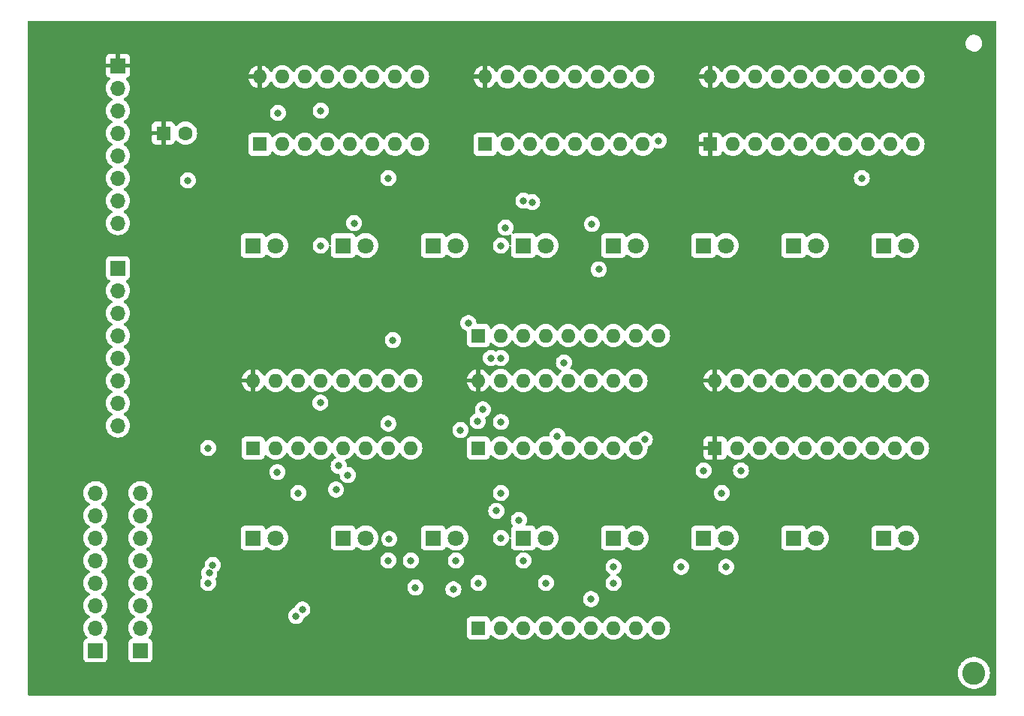
<source format=gbr>
%TF.GenerationSoftware,KiCad,Pcbnew,(7.0.0)*%
%TF.CreationDate,2023-02-28T23:31:08-05:00*%
%TF.ProjectId,8bc_registers,3862635f-7265-4676-9973-746572732e6b,1.0*%
%TF.SameCoordinates,Original*%
%TF.FileFunction,Copper,L3,Inr*%
%TF.FilePolarity,Positive*%
%FSLAX46Y46*%
G04 Gerber Fmt 4.6, Leading zero omitted, Abs format (unit mm)*
G04 Created by KiCad (PCBNEW (7.0.0)) date 2023-02-28 23:31:08*
%MOMM*%
%LPD*%
G01*
G04 APERTURE LIST*
%TA.AperFunction,WasherPad*%
%ADD10C,2.600000*%
%TD*%
%TA.AperFunction,ComponentPad*%
%ADD11R,1.800000X1.800000*%
%TD*%
%TA.AperFunction,ComponentPad*%
%ADD12C,1.800000*%
%TD*%
%TA.AperFunction,ComponentPad*%
%ADD13R,1.600000X1.600000*%
%TD*%
%TA.AperFunction,ComponentPad*%
%ADD14O,1.600000X1.600000*%
%TD*%
%TA.AperFunction,ComponentPad*%
%ADD15R,1.700000X1.700000*%
%TD*%
%TA.AperFunction,ComponentPad*%
%ADD16O,1.700000X1.700000*%
%TD*%
%TA.AperFunction,ComponentPad*%
%ADD17C,1.600000*%
%TD*%
%TA.AperFunction,ViaPad*%
%ADD18C,0.800000*%
%TD*%
G04 APERTURE END LIST*
D10*
%TO.N,*%
%TO.C,REF\u002A\u002A*%
X198120000Y-109220000D03*
%TD*%
D11*
%TO.N,Net-(D1-K)*%
%TO.C,D1*%
X116839999Y-60959999D03*
D12*
%TO.N,A0*%
X119380000Y-60960000D03*
%TD*%
D13*
%TO.N,GND*%
%TO.C,U6*%
X142239999Y-83819999D03*
D14*
X144779999Y-83819999D03*
%TO.N,B3*%
X147319999Y-83819999D03*
%TO.N,B2*%
X149859999Y-83819999D03*
%TO.N,B1*%
X152399999Y-83819999D03*
%TO.N,B0*%
X154939999Y-83819999D03*
%TO.N,CLK*%
X157479999Y-83819999D03*
%TO.N,GND*%
X160019999Y-83819999D03*
%TO.N,~{BI}*%
X160019999Y-76199999D03*
X157479999Y-76199999D03*
%TO.N,BUS_0*%
X154939999Y-76199999D03*
%TO.N,BUS_1*%
X152399999Y-76199999D03*
%TO.N,BUS_2*%
X149859999Y-76199999D03*
%TO.N,BUS_3*%
X147319999Y-76199999D03*
%TO.N,CLR*%
X144779999Y-76199999D03*
%TO.N,+5V*%
X142239999Y-76199999D03*
%TD*%
D11*
%TO.N,Net-(D3-K)*%
%TO.C,D3*%
X137159999Y-60959999D03*
D12*
%TO.N,A2*%
X139700000Y-60960000D03*
%TD*%
D13*
%TO.N,GND*%
%TO.C,U2*%
X117599999Y-49519999D03*
D14*
X120139999Y-49519999D03*
%TO.N,A7*%
X122679999Y-49519999D03*
%TO.N,A6*%
X125219999Y-49519999D03*
%TO.N,A5*%
X127759999Y-49519999D03*
%TO.N,A4*%
X130299999Y-49519999D03*
%TO.N,CLK*%
X132839999Y-49519999D03*
%TO.N,GND*%
X135379999Y-49519999D03*
%TO.N,~{AI}*%
X135379999Y-41899999D03*
X132839999Y-41899999D03*
%TO.N,BUS_4*%
X130299999Y-41899999D03*
%TO.N,BUS_5*%
X127759999Y-41899999D03*
%TO.N,BUS_6*%
X125219999Y-41899999D03*
%TO.N,BUS_7*%
X122679999Y-41899999D03*
%TO.N,CLR*%
X120139999Y-41899999D03*
%TO.N,+5V*%
X117599999Y-41899999D03*
%TD*%
D13*
%TO.N,+5V*%
%TO.C,U1*%
X168399999Y-49519999D03*
D14*
%TO.N,A7*%
X170939999Y-49519999D03*
%TO.N,A6*%
X173479999Y-49519999D03*
%TO.N,A5*%
X176019999Y-49519999D03*
%TO.N,A4*%
X178559999Y-49519999D03*
%TO.N,A3*%
X181099999Y-49519999D03*
%TO.N,A2*%
X183639999Y-49519999D03*
%TO.N,A1*%
X186179999Y-49519999D03*
%TO.N,A0*%
X188719999Y-49519999D03*
%TO.N,GND*%
X191259999Y-49519999D03*
%TO.N,BUS_0*%
X191259999Y-41899999D03*
%TO.N,BUS_1*%
X188719999Y-41899999D03*
%TO.N,BUS_2*%
X186179999Y-41899999D03*
%TO.N,BUS_3*%
X183639999Y-41899999D03*
%TO.N,BUS_4*%
X181099999Y-41899999D03*
%TO.N,BUS_5*%
X178559999Y-41899999D03*
%TO.N,BUS_6*%
X176019999Y-41899999D03*
%TO.N,BUS_7*%
X173479999Y-41899999D03*
%TO.N,~{AO}*%
X170939999Y-41899999D03*
%TO.N,+5V*%
X168399999Y-41899999D03*
%TD*%
D15*
%TO.N,A0*%
%TO.C,J3*%
X99059999Y-106679999D03*
D16*
%TO.N,A1*%
X99059999Y-104139999D03*
%TO.N,A2*%
X99059999Y-101599999D03*
%TO.N,A3*%
X99059999Y-99059999D03*
%TO.N,A4*%
X99059999Y-96519999D03*
%TO.N,A5*%
X99059999Y-93979999D03*
%TO.N,A6*%
X99059999Y-91439999D03*
%TO.N,A7*%
X99059999Y-88899999D03*
%TD*%
D11*
%TO.N,Net-(D6-K)*%
%TO.C,D6*%
X167639999Y-60959999D03*
D12*
%TO.N,A5*%
X170180000Y-60960000D03*
%TD*%
D13*
%TO.N,GND*%
%TO.C,U3*%
X142999999Y-49519999D03*
D14*
X145539999Y-49519999D03*
%TO.N,A3*%
X148079999Y-49519999D03*
%TO.N,A2*%
X150619999Y-49519999D03*
%TO.N,A1*%
X153159999Y-49519999D03*
%TO.N,A0*%
X155699999Y-49519999D03*
%TO.N,CLK*%
X158239999Y-49519999D03*
%TO.N,GND*%
X160779999Y-49519999D03*
%TO.N,~{AI}*%
X160779999Y-41899999D03*
X158239999Y-41899999D03*
%TO.N,BUS_0*%
X155699999Y-41899999D03*
%TO.N,BUS_1*%
X153159999Y-41899999D03*
%TO.N,BUS_2*%
X150619999Y-41899999D03*
%TO.N,BUS_3*%
X148079999Y-41899999D03*
%TO.N,CLR*%
X145539999Y-41899999D03*
%TO.N,+5V*%
X142999999Y-41899999D03*
%TD*%
D13*
%TO.N,GND*%
%TO.C,U5*%
X116839999Y-83819999D03*
D14*
X119379999Y-83819999D03*
%TO.N,B7*%
X121919999Y-83819999D03*
%TO.N,B6*%
X124459999Y-83819999D03*
%TO.N,B5*%
X126999999Y-83819999D03*
%TO.N,B4*%
X129539999Y-83819999D03*
%TO.N,CLK*%
X132079999Y-83819999D03*
%TO.N,GND*%
X134619999Y-83819999D03*
%TO.N,~{BI}*%
X134619999Y-76199999D03*
X132079999Y-76199999D03*
%TO.N,BUS_4*%
X129539999Y-76199999D03*
%TO.N,BUS_5*%
X126999999Y-76199999D03*
%TO.N,BUS_6*%
X124459999Y-76199999D03*
%TO.N,BUS_7*%
X121919999Y-76199999D03*
%TO.N,CLR*%
X119379999Y-76199999D03*
%TO.N,+5V*%
X116839999Y-76199999D03*
%TD*%
D11*
%TO.N,Net-(D9-K)*%
%TO.C,D9*%
X187959999Y-93979999D03*
D12*
%TO.N,B7*%
X190500000Y-93980000D03*
%TD*%
D15*
%TO.N,+5V*%
%TO.C,J2*%
X101599999Y-40639999D03*
D16*
%TO.N,GND*%
X101599999Y-43179999D03*
%TO.N,~{BO}*%
X101599999Y-45719999D03*
%TO.N,~{AO}*%
X101599999Y-48259999D03*
%TO.N,~{BI}*%
X101599999Y-50799999D03*
%TO.N,~{AI}*%
X101599999Y-53339999D03*
%TO.N,CLR*%
X101599999Y-55879999D03*
%TO.N,CLK*%
X101599999Y-58419999D03*
%TD*%
D15*
%TO.N,B0*%
%TO.C,J4*%
X104139999Y-106679999D03*
D16*
%TO.N,B1*%
X104139999Y-104139999D03*
%TO.N,B2*%
X104139999Y-101599999D03*
%TO.N,B3*%
X104139999Y-99059999D03*
%TO.N,B4*%
X104139999Y-96519999D03*
%TO.N,B5*%
X104139999Y-93979999D03*
%TO.N,B6*%
X104139999Y-91439999D03*
%TO.N,B7*%
X104139999Y-88899999D03*
%TD*%
D11*
%TO.N,Net-(D12-K)*%
%TO.C,D12*%
X167639999Y-93979999D03*
D12*
%TO.N,B4*%
X170180000Y-93980000D03*
%TD*%
D11*
%TO.N,Net-(D16-K)*%
%TO.C,D16*%
X116839999Y-93979999D03*
D12*
%TO.N,B0*%
X119380000Y-93980000D03*
%TD*%
D11*
%TO.N,Net-(D14-K)*%
%TO.C,D14*%
X137159999Y-93979999D03*
D12*
%TO.N,B2*%
X139700000Y-93980000D03*
%TD*%
D11*
%TO.N,Net-(D5-K)*%
%TO.C,D5*%
X157479999Y-60959999D03*
D12*
%TO.N,A4*%
X160020000Y-60960000D03*
%TD*%
D11*
%TO.N,Net-(D15-K)*%
%TO.C,D15*%
X126999999Y-93979999D03*
D12*
%TO.N,B1*%
X129540000Y-93980000D03*
%TD*%
D13*
%TO.N,GND*%
%TO.C,RN2*%
X142239999Y-104139999D03*
D14*
%TO.N,Net-(D16-K)*%
X144779999Y-104139999D03*
%TO.N,Net-(D15-K)*%
X147319999Y-104139999D03*
%TO.N,Net-(D14-K)*%
X149859999Y-104139999D03*
%TO.N,Net-(D13-K)*%
X152399999Y-104139999D03*
%TO.N,Net-(D12-K)*%
X154939999Y-104139999D03*
%TO.N,Net-(D11-K)*%
X157479999Y-104139999D03*
%TO.N,Net-(D10-K)*%
X160019999Y-104139999D03*
%TO.N,Net-(D9-K)*%
X162559999Y-104139999D03*
%TD*%
D11*
%TO.N,Net-(D8-K)*%
%TO.C,D8*%
X187959999Y-60959999D03*
D12*
%TO.N,A7*%
X190500000Y-60960000D03*
%TD*%
D13*
%TO.N,GND*%
%TO.C,RN1*%
X142239999Y-71119999D03*
D14*
%TO.N,Net-(D1-K)*%
X144779999Y-71119999D03*
%TO.N,Net-(D2-K)*%
X147319999Y-71119999D03*
%TO.N,Net-(D3-K)*%
X149859999Y-71119999D03*
%TO.N,Net-(D4-K)*%
X152399999Y-71119999D03*
%TO.N,Net-(D5-K)*%
X154939999Y-71119999D03*
%TO.N,Net-(D6-K)*%
X157479999Y-71119999D03*
%TO.N,Net-(D7-K)*%
X160019999Y-71119999D03*
%TO.N,Net-(D8-K)*%
X162559999Y-71119999D03*
%TD*%
D15*
%TO.N,BUS_0*%
%TO.C,J1*%
X101599999Y-63499999D03*
D16*
%TO.N,BUS_1*%
X101599999Y-66039999D03*
%TO.N,BUS_2*%
X101599999Y-68579999D03*
%TO.N,BUS_3*%
X101599999Y-71119999D03*
%TO.N,BUS_4*%
X101599999Y-73659999D03*
%TO.N,BUS_5*%
X101599999Y-76199999D03*
%TO.N,BUS_6*%
X101599999Y-78739999D03*
%TO.N,BUS_7*%
X101599999Y-81279999D03*
%TD*%
D11*
%TO.N,Net-(D4-K)*%
%TO.C,D4*%
X147319999Y-60959999D03*
D12*
%TO.N,A3*%
X149860000Y-60960000D03*
%TD*%
D13*
%TO.N,+5V*%
%TO.C,C1*%
X106719999Y-48259999D03*
D17*
%TO.N,GND*%
X109220000Y-48260000D03*
%TD*%
D13*
%TO.N,+5V*%
%TO.C,U4*%
X168914999Y-83819999D03*
D14*
%TO.N,B7*%
X171454999Y-83819999D03*
%TO.N,B6*%
X173994999Y-83819999D03*
%TO.N,B5*%
X176534999Y-83819999D03*
%TO.N,B4*%
X179074999Y-83819999D03*
%TO.N,B3*%
X181614999Y-83819999D03*
%TO.N,B2*%
X184154999Y-83819999D03*
%TO.N,B1*%
X186694999Y-83819999D03*
%TO.N,B0*%
X189234999Y-83819999D03*
%TO.N,GND*%
X191774999Y-83819999D03*
%TO.N,BUS_0*%
X191774999Y-76199999D03*
%TO.N,BUS_1*%
X189234999Y-76199999D03*
%TO.N,BUS_2*%
X186694999Y-76199999D03*
%TO.N,BUS_3*%
X184154999Y-76199999D03*
%TO.N,BUS_4*%
X181614999Y-76199999D03*
%TO.N,BUS_5*%
X179074999Y-76199999D03*
%TO.N,BUS_6*%
X176534999Y-76199999D03*
%TO.N,BUS_7*%
X173994999Y-76199999D03*
%TO.N,~{BO}*%
X171454999Y-76199999D03*
%TO.N,+5V*%
X168914999Y-76199999D03*
%TD*%
D11*
%TO.N,Net-(D13-K)*%
%TO.C,D13*%
X147319999Y-93979999D03*
D12*
%TO.N,B3*%
X149860000Y-93980000D03*
%TD*%
D11*
%TO.N,Net-(D7-K)*%
%TO.C,D7*%
X177799999Y-60959999D03*
D12*
%TO.N,A6*%
X180340000Y-60960000D03*
%TD*%
D11*
%TO.N,Net-(D10-K)*%
%TO.C,D10*%
X177799999Y-93979999D03*
D12*
%TO.N,B6*%
X180340000Y-93980000D03*
%TD*%
D11*
%TO.N,Net-(D2-K)*%
%TO.C,D2*%
X126999999Y-60959999D03*
D12*
%TO.N,A1*%
X129540000Y-60960000D03*
%TD*%
D11*
%TO.N,Net-(D11-K)*%
%TO.C,D11*%
X157479999Y-93979999D03*
D12*
%TO.N,B5*%
X160020000Y-93980000D03*
%TD*%
D18*
%TO.N,BUS_5*%
X140212300Y-81792300D03*
X124422205Y-78702205D03*
%TO.N,BUS_6*%
X142752300Y-79464500D03*
%TO.N,Net-(D11-K)*%
X157480000Y-99060000D03*
X157480000Y-97245000D03*
%TO.N,Net-(D12-K)*%
X165100000Y-97245000D03*
X154940000Y-100875500D03*
%TO.N,Net-(D13-K)*%
X147320000Y-96520000D03*
X149860000Y-99060000D03*
%TO.N,Net-(D14-K)*%
X139700000Y-96520000D03*
X134620000Y-96520000D03*
X142240000Y-99060000D03*
%TO.N,Net-(D15-K)*%
X132188506Y-94088506D03*
X135132300Y-99572300D03*
X139422746Y-99784500D03*
X132080000Y-96520000D03*
%TO.N,Net-(D16-K)*%
X121920000Y-88900000D03*
%TO.N,~{BI}*%
X132592300Y-71632300D03*
X119632299Y-45972299D03*
X151887700Y-74172300D03*
X124460000Y-60960000D03*
X109472299Y-53592299D03*
%TO.N,CLR*%
X111760000Y-83820000D03*
X144780000Y-73660000D03*
%TO.N,CLK*%
X142155851Y-80789549D03*
X144780000Y-80873698D03*
X132080000Y-81067800D03*
%TO.N,A0*%
X185489500Y-53340000D03*
X143655000Y-73660000D03*
%TO.N,A1*%
X141115000Y-69705000D03*
%TO.N,A2*%
X144780000Y-60960000D03*
%TO.N,A3*%
X147320000Y-55880000D03*
%TO.N,A4*%
X132080000Y-53340000D03*
%TO.N,A5*%
X148305164Y-56048698D03*
X155814549Y-63650049D03*
X155048506Y-58528506D03*
X128225000Y-58420000D03*
X145292300Y-58932300D03*
%TO.N,A7*%
X162560000Y-49119500D03*
X124460000Y-45720000D03*
%TO.N,B7*%
X119562795Y-86542795D03*
X170180000Y-97244500D03*
%TO.N,B6*%
X171855500Y-86360000D03*
X126179704Y-88524506D03*
X112272300Y-97032300D03*
X167640000Y-86360000D03*
X146807700Y-91952300D03*
X144267700Y-90927700D03*
%TO.N,B5*%
X126487700Y-85847700D03*
X111889807Y-97955720D03*
X144780000Y-93980000D03*
X144780000Y-88900000D03*
X127512300Y-86872300D03*
%TO.N,B4*%
X111760000Y-99060000D03*
%TO.N,B3*%
X122387299Y-102067299D03*
%TO.N,B2*%
X151130000Y-82474410D03*
X121680544Y-102791799D03*
X161009598Y-82830402D03*
%TO.N,B0*%
X169679500Y-88900000D03*
%TD*%
%TA.AperFunction,Conductor*%
%TO.N,+5V*%
G36*
X200597500Y-35577113D02*
G01*
X200642887Y-35622500D01*
X200659500Y-35684500D01*
X200659500Y-111635500D01*
X200642887Y-111697500D01*
X200597500Y-111742887D01*
X200535500Y-111759500D01*
X91564500Y-111759500D01*
X91502500Y-111742887D01*
X91457113Y-111697500D01*
X91440500Y-111635500D01*
X91440500Y-109220000D01*
X196314451Y-109220000D01*
X196334617Y-109489103D01*
X196394666Y-109752195D01*
X196493257Y-110003398D01*
X196628185Y-110237102D01*
X196796439Y-110448085D01*
X196994259Y-110631635D01*
X197217226Y-110783651D01*
X197460359Y-110900738D01*
X197464787Y-110902103D01*
X197464790Y-110902105D01*
X197589293Y-110940509D01*
X197718228Y-110980280D01*
X197985071Y-111020500D01*
X198250292Y-111020500D01*
X198254929Y-111020500D01*
X198521772Y-110980280D01*
X198779641Y-110900738D01*
X199022775Y-110783651D01*
X199245741Y-110631635D01*
X199443561Y-110448085D01*
X199611815Y-110237102D01*
X199746743Y-110003398D01*
X199845334Y-109752195D01*
X199905383Y-109489103D01*
X199925549Y-109220000D01*
X199905383Y-108950897D01*
X199845334Y-108687805D01*
X199746743Y-108436602D01*
X199611815Y-108202898D01*
X199443561Y-107991915D01*
X199245741Y-107808365D01*
X199241912Y-107805754D01*
X199241909Y-107805752D01*
X199026610Y-107658964D01*
X199022775Y-107656349D01*
X198998694Y-107644752D01*
X198783820Y-107541274D01*
X198783814Y-107541271D01*
X198779641Y-107539262D01*
X198775219Y-107537898D01*
X198775209Y-107537894D01*
X198526202Y-107461086D01*
X198526196Y-107461084D01*
X198521772Y-107459720D01*
X198517195Y-107459030D01*
X198517186Y-107459028D01*
X198259514Y-107420191D01*
X198259513Y-107420190D01*
X198254929Y-107419500D01*
X197985071Y-107419500D01*
X197980487Y-107420190D01*
X197980485Y-107420191D01*
X197722813Y-107459028D01*
X197722801Y-107459030D01*
X197718228Y-107459720D01*
X197713806Y-107461083D01*
X197713797Y-107461086D01*
X197464790Y-107537894D01*
X197464775Y-107537899D01*
X197460359Y-107539262D01*
X197456185Y-107541271D01*
X197456180Y-107541274D01*
X197221411Y-107654333D01*
X197221404Y-107654336D01*
X197217226Y-107656349D01*
X197213393Y-107658962D01*
X197213390Y-107658964D01*
X196998090Y-107805752D01*
X196998080Y-107805759D01*
X196994259Y-107808365D01*
X196990863Y-107811516D01*
X196990853Y-107811524D01*
X196799843Y-107988756D01*
X196799839Y-107988759D01*
X196796439Y-107991915D01*
X196793549Y-107995537D01*
X196793546Y-107995542D01*
X196772942Y-108021379D01*
X196628185Y-108202898D01*
X196625866Y-108206913D01*
X196625865Y-108206916D01*
X196495578Y-108432581D01*
X196495575Y-108432586D01*
X196493257Y-108436602D01*
X196491563Y-108440916D01*
X196491561Y-108440922D01*
X196396363Y-108683480D01*
X196394666Y-108687805D01*
X196393633Y-108692326D01*
X196393632Y-108692333D01*
X196335648Y-108946377D01*
X196335646Y-108946385D01*
X196334617Y-108950897D01*
X196314451Y-109220000D01*
X91440500Y-109220000D01*
X91440500Y-104140000D01*
X97704341Y-104140000D01*
X97704813Y-104145395D01*
X97723702Y-104361301D01*
X97724937Y-104375408D01*
X97726336Y-104380630D01*
X97726337Y-104380634D01*
X97784694Y-104598430D01*
X97784697Y-104598438D01*
X97786097Y-104603663D01*
X97788385Y-104608570D01*
X97788386Y-104608572D01*
X97883678Y-104812927D01*
X97883681Y-104812933D01*
X97885965Y-104817830D01*
X97889064Y-104822257D01*
X97889066Y-104822259D01*
X98018399Y-105006966D01*
X98018402Y-105006970D01*
X98021505Y-105011401D01*
X98025336Y-105015232D01*
X98143430Y-105133326D01*
X98174726Y-105186072D01*
X98176915Y-105247365D01*
X98149462Y-105302210D01*
X98099083Y-105337189D01*
X98019857Y-105366739D01*
X97967669Y-105386204D01*
X97960572Y-105391516D01*
X97960568Y-105391519D01*
X97859550Y-105467141D01*
X97859546Y-105467144D01*
X97852454Y-105472454D01*
X97847144Y-105479546D01*
X97847141Y-105479550D01*
X97771519Y-105580568D01*
X97771516Y-105580572D01*
X97766204Y-105587669D01*
X97763104Y-105595978D01*
X97763104Y-105595980D01*
X97718620Y-105715247D01*
X97718619Y-105715250D01*
X97715909Y-105722517D01*
X97715079Y-105730227D01*
X97715079Y-105730232D01*
X97709855Y-105778819D01*
X97709854Y-105778831D01*
X97709500Y-105782127D01*
X97709500Y-105785448D01*
X97709500Y-105785449D01*
X97709500Y-107574560D01*
X97709500Y-107574578D01*
X97709501Y-107577872D01*
X97709853Y-107581150D01*
X97709854Y-107581161D01*
X97715079Y-107629768D01*
X97715080Y-107629773D01*
X97715909Y-107637483D01*
X97718619Y-107644749D01*
X97718620Y-107644753D01*
X97752217Y-107734831D01*
X97766204Y-107772331D01*
X97852454Y-107887546D01*
X97967669Y-107973796D01*
X98102517Y-108024091D01*
X98162127Y-108030500D01*
X99957872Y-108030499D01*
X100017483Y-108024091D01*
X100152331Y-107973796D01*
X100267546Y-107887546D01*
X100353796Y-107772331D01*
X100404091Y-107637483D01*
X100410500Y-107577873D01*
X100410499Y-105782128D01*
X100404091Y-105722517D01*
X100353796Y-105587669D01*
X100267546Y-105472454D01*
X100231497Y-105445468D01*
X100159431Y-105391519D01*
X100159430Y-105391518D01*
X100152331Y-105386204D01*
X100082359Y-105360106D01*
X100020916Y-105337189D01*
X99970537Y-105302210D01*
X99943084Y-105247365D01*
X99945273Y-105186072D01*
X99976566Y-105133329D01*
X100098495Y-105011401D01*
X100234035Y-104817830D01*
X100333903Y-104603663D01*
X100395063Y-104375408D01*
X100415659Y-104140000D01*
X102784341Y-104140000D01*
X102784813Y-104145395D01*
X102803702Y-104361301D01*
X102804937Y-104375408D01*
X102806336Y-104380630D01*
X102806337Y-104380634D01*
X102864694Y-104598430D01*
X102864697Y-104598438D01*
X102866097Y-104603663D01*
X102868385Y-104608570D01*
X102868386Y-104608572D01*
X102963678Y-104812927D01*
X102963681Y-104812933D01*
X102965965Y-104817830D01*
X102969064Y-104822257D01*
X102969066Y-104822259D01*
X103098399Y-105006966D01*
X103098402Y-105006970D01*
X103101505Y-105011401D01*
X103105336Y-105015232D01*
X103223430Y-105133326D01*
X103254726Y-105186072D01*
X103256915Y-105247365D01*
X103229462Y-105302210D01*
X103179083Y-105337189D01*
X103099857Y-105366739D01*
X103047669Y-105386204D01*
X103040572Y-105391516D01*
X103040568Y-105391519D01*
X102939550Y-105467141D01*
X102939546Y-105467144D01*
X102932454Y-105472454D01*
X102927144Y-105479546D01*
X102927141Y-105479550D01*
X102851519Y-105580568D01*
X102851516Y-105580572D01*
X102846204Y-105587669D01*
X102843104Y-105595978D01*
X102843104Y-105595980D01*
X102798620Y-105715247D01*
X102798619Y-105715250D01*
X102795909Y-105722517D01*
X102795079Y-105730227D01*
X102795079Y-105730232D01*
X102789855Y-105778819D01*
X102789854Y-105778831D01*
X102789500Y-105782127D01*
X102789500Y-105785448D01*
X102789500Y-105785449D01*
X102789500Y-107574560D01*
X102789500Y-107574578D01*
X102789501Y-107577872D01*
X102789853Y-107581150D01*
X102789854Y-107581161D01*
X102795079Y-107629768D01*
X102795080Y-107629773D01*
X102795909Y-107637483D01*
X102798619Y-107644749D01*
X102798620Y-107644753D01*
X102832217Y-107734831D01*
X102846204Y-107772331D01*
X102932454Y-107887546D01*
X103047669Y-107973796D01*
X103182517Y-108024091D01*
X103242127Y-108030500D01*
X105037872Y-108030499D01*
X105097483Y-108024091D01*
X105232331Y-107973796D01*
X105347546Y-107887546D01*
X105433796Y-107772331D01*
X105484091Y-107637483D01*
X105490500Y-107577873D01*
X105490499Y-105782128D01*
X105484091Y-105722517D01*
X105433796Y-105587669D01*
X105347546Y-105472454D01*
X105311497Y-105445468D01*
X105239431Y-105391519D01*
X105239430Y-105391518D01*
X105232331Y-105386204D01*
X105162359Y-105360106D01*
X105100916Y-105337189D01*
X105050537Y-105302210D01*
X105023084Y-105247365D01*
X105025273Y-105186072D01*
X105056566Y-105133329D01*
X105178495Y-105011401D01*
X105197277Y-104984578D01*
X140939500Y-104984578D01*
X140939501Y-104987872D01*
X140939853Y-104991150D01*
X140939854Y-104991161D01*
X140945079Y-105039768D01*
X140945080Y-105039773D01*
X140945909Y-105047483D01*
X140948619Y-105054749D01*
X140948620Y-105054753D01*
X140977926Y-105133325D01*
X140996204Y-105182331D01*
X141082454Y-105297546D01*
X141197669Y-105383796D01*
X141332517Y-105434091D01*
X141392127Y-105440500D01*
X143087872Y-105440499D01*
X143147483Y-105434091D01*
X143282331Y-105383796D01*
X143397546Y-105297546D01*
X143483796Y-105182331D01*
X143534091Y-105047483D01*
X143537862Y-105012400D01*
X143558240Y-104956483D01*
X143602329Y-104916499D01*
X143659970Y-104901665D01*
X143717884Y-104915398D01*
X143762725Y-104954535D01*
X143779953Y-104979139D01*
X143940861Y-105140047D01*
X144127266Y-105270568D01*
X144333504Y-105366739D01*
X144338734Y-105368140D01*
X144338736Y-105368141D01*
X144548083Y-105424235D01*
X144553308Y-105425635D01*
X144780000Y-105445468D01*
X145006692Y-105425635D01*
X145226496Y-105366739D01*
X145432734Y-105270568D01*
X145619139Y-105140047D01*
X145780047Y-104979139D01*
X145910568Y-104792734D01*
X145937618Y-104734724D01*
X145983375Y-104682549D01*
X146050000Y-104663130D01*
X146116625Y-104682549D01*
X146162381Y-104734724D01*
X146189432Y-104792734D01*
X146319953Y-104979139D01*
X146480861Y-105140047D01*
X146667266Y-105270568D01*
X146873504Y-105366739D01*
X146878734Y-105368140D01*
X146878736Y-105368141D01*
X147088083Y-105424235D01*
X147093308Y-105425635D01*
X147320000Y-105445468D01*
X147546692Y-105425635D01*
X147766496Y-105366739D01*
X147972734Y-105270568D01*
X148159139Y-105140047D01*
X148320047Y-104979139D01*
X148450568Y-104792734D01*
X148477618Y-104734724D01*
X148523375Y-104682549D01*
X148590000Y-104663130D01*
X148656625Y-104682549D01*
X148702381Y-104734724D01*
X148729432Y-104792734D01*
X148859953Y-104979139D01*
X149020861Y-105140047D01*
X149207266Y-105270568D01*
X149413504Y-105366739D01*
X149418734Y-105368140D01*
X149418736Y-105368141D01*
X149628083Y-105424235D01*
X149633308Y-105425635D01*
X149860000Y-105445468D01*
X150086692Y-105425635D01*
X150306496Y-105366739D01*
X150512734Y-105270568D01*
X150699139Y-105140047D01*
X150860047Y-104979139D01*
X150990568Y-104792734D01*
X151017618Y-104734724D01*
X151063375Y-104682549D01*
X151130000Y-104663130D01*
X151196625Y-104682549D01*
X151242381Y-104734724D01*
X151269432Y-104792734D01*
X151399953Y-104979139D01*
X151560861Y-105140047D01*
X151747266Y-105270568D01*
X151953504Y-105366739D01*
X151958734Y-105368140D01*
X151958736Y-105368141D01*
X152168083Y-105424235D01*
X152173308Y-105425635D01*
X152400000Y-105445468D01*
X152626692Y-105425635D01*
X152846496Y-105366739D01*
X153052734Y-105270568D01*
X153239139Y-105140047D01*
X153400047Y-104979139D01*
X153530568Y-104792734D01*
X153557618Y-104734724D01*
X153603375Y-104682549D01*
X153670000Y-104663130D01*
X153736625Y-104682549D01*
X153782381Y-104734724D01*
X153809432Y-104792734D01*
X153939953Y-104979139D01*
X154100861Y-105140047D01*
X154287266Y-105270568D01*
X154493504Y-105366739D01*
X154498734Y-105368140D01*
X154498736Y-105368141D01*
X154708083Y-105424235D01*
X154713308Y-105425635D01*
X154940000Y-105445468D01*
X155166692Y-105425635D01*
X155386496Y-105366739D01*
X155592734Y-105270568D01*
X155779139Y-105140047D01*
X155940047Y-104979139D01*
X156070568Y-104792734D01*
X156097618Y-104734724D01*
X156143375Y-104682549D01*
X156210000Y-104663130D01*
X156276625Y-104682549D01*
X156322381Y-104734724D01*
X156349432Y-104792734D01*
X156479953Y-104979139D01*
X156640861Y-105140047D01*
X156827266Y-105270568D01*
X157033504Y-105366739D01*
X157038734Y-105368140D01*
X157038736Y-105368141D01*
X157248083Y-105424235D01*
X157253308Y-105425635D01*
X157480000Y-105445468D01*
X157706692Y-105425635D01*
X157926496Y-105366739D01*
X158132734Y-105270568D01*
X158319139Y-105140047D01*
X158480047Y-104979139D01*
X158610568Y-104792734D01*
X158637618Y-104734724D01*
X158683375Y-104682549D01*
X158750000Y-104663130D01*
X158816625Y-104682549D01*
X158862381Y-104734724D01*
X158889432Y-104792734D01*
X159019953Y-104979139D01*
X159180861Y-105140047D01*
X159367266Y-105270568D01*
X159573504Y-105366739D01*
X159578734Y-105368140D01*
X159578736Y-105368141D01*
X159788083Y-105424235D01*
X159793308Y-105425635D01*
X160020000Y-105445468D01*
X160246692Y-105425635D01*
X160466496Y-105366739D01*
X160672734Y-105270568D01*
X160859139Y-105140047D01*
X161020047Y-104979139D01*
X161150568Y-104792734D01*
X161177618Y-104734724D01*
X161223375Y-104682549D01*
X161290000Y-104663130D01*
X161356625Y-104682549D01*
X161402381Y-104734724D01*
X161429432Y-104792734D01*
X161559953Y-104979139D01*
X161720861Y-105140047D01*
X161907266Y-105270568D01*
X162113504Y-105366739D01*
X162118734Y-105368140D01*
X162118736Y-105368141D01*
X162328083Y-105424235D01*
X162333308Y-105425635D01*
X162560000Y-105445468D01*
X162786692Y-105425635D01*
X163006496Y-105366739D01*
X163212734Y-105270568D01*
X163399139Y-105140047D01*
X163560047Y-104979139D01*
X163690568Y-104792734D01*
X163786739Y-104586496D01*
X163845635Y-104366692D01*
X163865468Y-104140000D01*
X163845635Y-103913308D01*
X163786739Y-103693504D01*
X163690568Y-103487266D01*
X163560047Y-103300861D01*
X163399139Y-103139953D01*
X163212734Y-103009432D01*
X163110806Y-102961902D01*
X163011405Y-102915550D01*
X163011403Y-102915549D01*
X163006496Y-102913261D01*
X163001271Y-102911861D01*
X163001263Y-102911858D01*
X162791916Y-102855764D01*
X162791907Y-102855762D01*
X162786692Y-102854365D01*
X162781304Y-102853893D01*
X162781301Y-102853893D01*
X162565395Y-102835004D01*
X162560000Y-102834532D01*
X162554605Y-102835004D01*
X162338698Y-102853893D01*
X162338693Y-102853893D01*
X162333308Y-102854365D01*
X162328094Y-102855762D01*
X162328083Y-102855764D01*
X162118736Y-102911858D01*
X162118724Y-102911862D01*
X162113504Y-102913261D01*
X162108599Y-102915547D01*
X162108594Y-102915550D01*
X161912176Y-103007142D01*
X161912172Y-103007144D01*
X161907266Y-103009432D01*
X161902833Y-103012535D01*
X161902826Y-103012540D01*
X161725296Y-103136847D01*
X161725291Y-103136850D01*
X161720861Y-103139953D01*
X161717037Y-103143776D01*
X161717031Y-103143782D01*
X161563782Y-103297031D01*
X161563776Y-103297037D01*
X161559953Y-103300861D01*
X161556850Y-103305291D01*
X161556847Y-103305296D01*
X161432540Y-103482826D01*
X161432535Y-103482833D01*
X161429432Y-103487266D01*
X161427148Y-103492163D01*
X161427141Y-103492176D01*
X161402382Y-103545274D01*
X161356625Y-103597450D01*
X161290000Y-103616869D01*
X161223375Y-103597450D01*
X161177618Y-103545274D01*
X161152858Y-103492176D01*
X161152855Y-103492172D01*
X161150568Y-103487266D01*
X161020047Y-103300861D01*
X160859139Y-103139953D01*
X160672734Y-103009432D01*
X160570806Y-102961902D01*
X160471405Y-102915550D01*
X160471403Y-102915549D01*
X160466496Y-102913261D01*
X160461271Y-102911861D01*
X160461263Y-102911858D01*
X160251916Y-102855764D01*
X160251907Y-102855762D01*
X160246692Y-102854365D01*
X160241304Y-102853893D01*
X160241301Y-102853893D01*
X160025395Y-102835004D01*
X160020000Y-102834532D01*
X160014605Y-102835004D01*
X159798698Y-102853893D01*
X159798693Y-102853893D01*
X159793308Y-102854365D01*
X159788094Y-102855762D01*
X159788083Y-102855764D01*
X159578736Y-102911858D01*
X159578724Y-102911862D01*
X159573504Y-102913261D01*
X159568599Y-102915547D01*
X159568594Y-102915550D01*
X159372176Y-103007142D01*
X159372172Y-103007144D01*
X159367266Y-103009432D01*
X159362833Y-103012535D01*
X159362826Y-103012540D01*
X159185296Y-103136847D01*
X159185291Y-103136850D01*
X159180861Y-103139953D01*
X159177037Y-103143776D01*
X159177031Y-103143782D01*
X159023782Y-103297031D01*
X159023776Y-103297037D01*
X159019953Y-103300861D01*
X159016850Y-103305291D01*
X159016847Y-103305296D01*
X158892540Y-103482826D01*
X158892535Y-103482833D01*
X158889432Y-103487266D01*
X158887148Y-103492163D01*
X158887141Y-103492176D01*
X158862382Y-103545274D01*
X158816625Y-103597450D01*
X158750000Y-103616869D01*
X158683375Y-103597450D01*
X158637618Y-103545274D01*
X158612858Y-103492176D01*
X158612855Y-103492172D01*
X158610568Y-103487266D01*
X158480047Y-103300861D01*
X158319139Y-103139953D01*
X158132734Y-103009432D01*
X158030806Y-102961902D01*
X157931405Y-102915550D01*
X157931403Y-102915549D01*
X157926496Y-102913261D01*
X157921271Y-102911861D01*
X157921263Y-102911858D01*
X157711916Y-102855764D01*
X157711907Y-102855762D01*
X157706692Y-102854365D01*
X157701304Y-102853893D01*
X157701301Y-102853893D01*
X157485395Y-102835004D01*
X157480000Y-102834532D01*
X157474605Y-102835004D01*
X157258698Y-102853893D01*
X157258693Y-102853893D01*
X157253308Y-102854365D01*
X157248094Y-102855762D01*
X157248083Y-102855764D01*
X157038736Y-102911858D01*
X157038724Y-102911862D01*
X157033504Y-102913261D01*
X157028599Y-102915547D01*
X157028594Y-102915550D01*
X156832176Y-103007142D01*
X156832172Y-103007144D01*
X156827266Y-103009432D01*
X156822833Y-103012535D01*
X156822826Y-103012540D01*
X156645296Y-103136847D01*
X156645291Y-103136850D01*
X156640861Y-103139953D01*
X156637037Y-103143776D01*
X156637031Y-103143782D01*
X156483782Y-103297031D01*
X156483776Y-103297037D01*
X156479953Y-103300861D01*
X156476850Y-103305291D01*
X156476847Y-103305296D01*
X156352540Y-103482826D01*
X156352535Y-103482833D01*
X156349432Y-103487266D01*
X156347148Y-103492163D01*
X156347141Y-103492176D01*
X156322382Y-103545274D01*
X156276625Y-103597450D01*
X156210000Y-103616869D01*
X156143375Y-103597450D01*
X156097618Y-103545274D01*
X156072858Y-103492176D01*
X156072855Y-103492172D01*
X156070568Y-103487266D01*
X155940047Y-103300861D01*
X155779139Y-103139953D01*
X155592734Y-103009432D01*
X155490806Y-102961902D01*
X155391405Y-102915550D01*
X155391403Y-102915549D01*
X155386496Y-102913261D01*
X155381271Y-102911861D01*
X155381263Y-102911858D01*
X155171916Y-102855764D01*
X155171907Y-102855762D01*
X155166692Y-102854365D01*
X155161304Y-102853893D01*
X155161301Y-102853893D01*
X154945395Y-102835004D01*
X154940000Y-102834532D01*
X154934605Y-102835004D01*
X154718698Y-102853893D01*
X154718693Y-102853893D01*
X154713308Y-102854365D01*
X154708094Y-102855762D01*
X154708083Y-102855764D01*
X154498736Y-102911858D01*
X154498724Y-102911862D01*
X154493504Y-102913261D01*
X154488599Y-102915547D01*
X154488594Y-102915550D01*
X154292176Y-103007142D01*
X154292172Y-103007144D01*
X154287266Y-103009432D01*
X154282833Y-103012535D01*
X154282826Y-103012540D01*
X154105296Y-103136847D01*
X154105291Y-103136850D01*
X154100861Y-103139953D01*
X154097037Y-103143776D01*
X154097031Y-103143782D01*
X153943782Y-103297031D01*
X153943776Y-103297037D01*
X153939953Y-103300861D01*
X153936850Y-103305291D01*
X153936847Y-103305296D01*
X153812540Y-103482826D01*
X153812535Y-103482833D01*
X153809432Y-103487266D01*
X153807148Y-103492163D01*
X153807141Y-103492176D01*
X153782382Y-103545274D01*
X153736625Y-103597450D01*
X153670000Y-103616869D01*
X153603375Y-103597450D01*
X153557618Y-103545274D01*
X153532858Y-103492176D01*
X153532855Y-103492172D01*
X153530568Y-103487266D01*
X153400047Y-103300861D01*
X153239139Y-103139953D01*
X153052734Y-103009432D01*
X152950806Y-102961902D01*
X152851405Y-102915550D01*
X152851403Y-102915549D01*
X152846496Y-102913261D01*
X152841271Y-102911861D01*
X152841263Y-102911858D01*
X152631916Y-102855764D01*
X152631907Y-102855762D01*
X152626692Y-102854365D01*
X152621304Y-102853893D01*
X152621301Y-102853893D01*
X152405395Y-102835004D01*
X152400000Y-102834532D01*
X152394605Y-102835004D01*
X152178698Y-102853893D01*
X152178693Y-102853893D01*
X152173308Y-102854365D01*
X152168094Y-102855762D01*
X152168083Y-102855764D01*
X151958736Y-102911858D01*
X151958724Y-102911862D01*
X151953504Y-102913261D01*
X151948599Y-102915547D01*
X151948594Y-102915550D01*
X151752176Y-103007142D01*
X151752172Y-103007144D01*
X151747266Y-103009432D01*
X151742833Y-103012535D01*
X151742826Y-103012540D01*
X151565296Y-103136847D01*
X151565291Y-103136850D01*
X151560861Y-103139953D01*
X151557037Y-103143776D01*
X151557031Y-103143782D01*
X151403782Y-103297031D01*
X151403776Y-103297037D01*
X151399953Y-103300861D01*
X151396850Y-103305291D01*
X151396847Y-103305296D01*
X151272540Y-103482826D01*
X151272535Y-103482833D01*
X151269432Y-103487266D01*
X151267148Y-103492163D01*
X151267141Y-103492176D01*
X151242382Y-103545274D01*
X151196625Y-103597450D01*
X151130000Y-103616869D01*
X151063375Y-103597450D01*
X151017618Y-103545274D01*
X150992858Y-103492176D01*
X150992855Y-103492172D01*
X150990568Y-103487266D01*
X150860047Y-103300861D01*
X150699139Y-103139953D01*
X150512734Y-103009432D01*
X150410806Y-102961902D01*
X150311405Y-102915550D01*
X150311403Y-102915549D01*
X150306496Y-102913261D01*
X150301271Y-102911861D01*
X150301263Y-102911858D01*
X150091916Y-102855764D01*
X150091907Y-102855762D01*
X150086692Y-102854365D01*
X150081304Y-102853893D01*
X150081301Y-102853893D01*
X149865395Y-102835004D01*
X149860000Y-102834532D01*
X149854605Y-102835004D01*
X149638698Y-102853893D01*
X149638693Y-102853893D01*
X149633308Y-102854365D01*
X149628094Y-102855762D01*
X149628083Y-102855764D01*
X149418736Y-102911858D01*
X149418724Y-102911862D01*
X149413504Y-102913261D01*
X149408599Y-102915547D01*
X149408594Y-102915550D01*
X149212176Y-103007142D01*
X149212172Y-103007144D01*
X149207266Y-103009432D01*
X149202833Y-103012535D01*
X149202826Y-103012540D01*
X149025296Y-103136847D01*
X149025291Y-103136850D01*
X149020861Y-103139953D01*
X149017037Y-103143776D01*
X149017031Y-103143782D01*
X148863782Y-103297031D01*
X148863776Y-103297037D01*
X148859953Y-103300861D01*
X148856850Y-103305291D01*
X148856847Y-103305296D01*
X148732540Y-103482826D01*
X148732535Y-103482833D01*
X148729432Y-103487266D01*
X148727148Y-103492163D01*
X148727141Y-103492176D01*
X148702382Y-103545274D01*
X148656625Y-103597450D01*
X148590000Y-103616869D01*
X148523375Y-103597450D01*
X148477618Y-103545274D01*
X148452858Y-103492176D01*
X148452855Y-103492172D01*
X148450568Y-103487266D01*
X148320047Y-103300861D01*
X148159139Y-103139953D01*
X147972734Y-103009432D01*
X147870806Y-102961902D01*
X147771405Y-102915550D01*
X147771403Y-102915549D01*
X147766496Y-102913261D01*
X147761271Y-102911861D01*
X147761263Y-102911858D01*
X147551916Y-102855764D01*
X147551907Y-102855762D01*
X147546692Y-102854365D01*
X147541304Y-102853893D01*
X147541301Y-102853893D01*
X147325395Y-102835004D01*
X147320000Y-102834532D01*
X147314605Y-102835004D01*
X147098698Y-102853893D01*
X147098693Y-102853893D01*
X147093308Y-102854365D01*
X147088094Y-102855762D01*
X147088083Y-102855764D01*
X146878736Y-102911858D01*
X146878724Y-102911862D01*
X146873504Y-102913261D01*
X146868599Y-102915547D01*
X146868594Y-102915550D01*
X146672176Y-103007142D01*
X146672172Y-103007144D01*
X146667266Y-103009432D01*
X146662833Y-103012535D01*
X146662826Y-103012540D01*
X146485296Y-103136847D01*
X146485291Y-103136850D01*
X146480861Y-103139953D01*
X146477037Y-103143776D01*
X146477031Y-103143782D01*
X146323782Y-103297031D01*
X146323776Y-103297037D01*
X146319953Y-103300861D01*
X146316850Y-103305291D01*
X146316847Y-103305296D01*
X146192540Y-103482826D01*
X146192535Y-103482833D01*
X146189432Y-103487266D01*
X146187148Y-103492163D01*
X146187141Y-103492176D01*
X146162382Y-103545274D01*
X146116625Y-103597450D01*
X146050000Y-103616869D01*
X145983375Y-103597450D01*
X145937618Y-103545274D01*
X145912858Y-103492176D01*
X145912855Y-103492172D01*
X145910568Y-103487266D01*
X145780047Y-103300861D01*
X145619139Y-103139953D01*
X145432734Y-103009432D01*
X145330806Y-102961902D01*
X145231405Y-102915550D01*
X145231403Y-102915549D01*
X145226496Y-102913261D01*
X145221271Y-102911861D01*
X145221263Y-102911858D01*
X145011916Y-102855764D01*
X145011907Y-102855762D01*
X145006692Y-102854365D01*
X145001304Y-102853893D01*
X145001301Y-102853893D01*
X144785395Y-102835004D01*
X144780000Y-102834532D01*
X144774605Y-102835004D01*
X144558698Y-102853893D01*
X144558693Y-102853893D01*
X144553308Y-102854365D01*
X144548094Y-102855762D01*
X144548083Y-102855764D01*
X144338736Y-102911858D01*
X144338724Y-102911862D01*
X144333504Y-102913261D01*
X144328599Y-102915547D01*
X144328594Y-102915550D01*
X144132176Y-103007142D01*
X144132172Y-103007144D01*
X144127266Y-103009432D01*
X144122833Y-103012535D01*
X144122826Y-103012540D01*
X143945296Y-103136847D01*
X143945291Y-103136850D01*
X143940861Y-103139953D01*
X143937037Y-103143776D01*
X143937031Y-103143782D01*
X143783782Y-103297031D01*
X143783776Y-103297037D01*
X143779953Y-103300861D01*
X143776849Y-103305293D01*
X143776849Y-103305294D01*
X143762725Y-103325465D01*
X143717882Y-103364602D01*
X143659968Y-103378334D01*
X143602327Y-103363499D01*
X143558239Y-103323514D01*
X143537861Y-103267591D01*
X143534920Y-103240232D01*
X143534091Y-103232517D01*
X143483796Y-103097669D01*
X143397546Y-102982454D01*
X143353120Y-102949197D01*
X143289431Y-102901519D01*
X143289430Y-102901518D01*
X143282331Y-102896204D01*
X143170155Y-102854365D01*
X143154752Y-102848620D01*
X143154750Y-102848619D01*
X143147483Y-102845909D01*
X143139770Y-102845079D01*
X143139767Y-102845079D01*
X143091180Y-102839855D01*
X143091169Y-102839854D01*
X143087873Y-102839500D01*
X143084550Y-102839500D01*
X141395439Y-102839500D01*
X141395420Y-102839500D01*
X141392128Y-102839501D01*
X141388850Y-102839853D01*
X141388838Y-102839854D01*
X141340231Y-102845079D01*
X141340225Y-102845080D01*
X141332517Y-102845909D01*
X141325252Y-102848618D01*
X141325246Y-102848620D01*
X141205980Y-102893104D01*
X141205978Y-102893104D01*
X141197669Y-102896204D01*
X141190572Y-102901516D01*
X141190568Y-102901519D01*
X141089550Y-102977141D01*
X141089546Y-102977144D01*
X141082454Y-102982454D01*
X141077144Y-102989546D01*
X141077141Y-102989550D01*
X141001519Y-103090568D01*
X141001516Y-103090572D01*
X140996204Y-103097669D01*
X140993104Y-103105978D01*
X140993104Y-103105980D01*
X140948620Y-103225247D01*
X140948619Y-103225250D01*
X140945909Y-103232517D01*
X140945079Y-103240227D01*
X140945079Y-103240232D01*
X140939855Y-103288819D01*
X140939854Y-103288831D01*
X140939500Y-103292127D01*
X140939500Y-103295448D01*
X140939500Y-103295449D01*
X140939500Y-104984560D01*
X140939500Y-104984578D01*
X105197277Y-104984578D01*
X105314035Y-104817830D01*
X105413903Y-104603663D01*
X105475063Y-104375408D01*
X105495659Y-104140000D01*
X105475063Y-103904592D01*
X105418180Y-103692299D01*
X105415305Y-103681569D01*
X105415304Y-103681567D01*
X105413903Y-103676337D01*
X105314035Y-103462171D01*
X105178495Y-103268599D01*
X105011401Y-103101505D01*
X105006968Y-103098401D01*
X105006961Y-103098395D01*
X104825842Y-102971575D01*
X104786976Y-102927257D01*
X104772965Y-102870000D01*
X104786976Y-102812743D01*
X104805343Y-102791799D01*
X120775084Y-102791799D01*
X120775763Y-102798259D01*
X120794190Y-102973594D01*
X120794191Y-102973602D01*
X120794870Y-102980055D01*
X120796875Y-102986227D01*
X120796877Y-102986234D01*
X120845815Y-103136847D01*
X120853365Y-103160083D01*
X120856612Y-103165707D01*
X120856613Y-103165709D01*
X120937203Y-103305296D01*
X120948011Y-103324015D01*
X120952355Y-103328840D01*
X120952357Y-103328842D01*
X120984556Y-103364602D01*
X121074673Y-103464687D01*
X121079931Y-103468507D01*
X121079932Y-103468508D01*
X121151243Y-103520318D01*
X121227814Y-103575950D01*
X121400741Y-103652943D01*
X121585898Y-103692299D01*
X121768687Y-103692299D01*
X121775190Y-103692299D01*
X121960347Y-103652943D01*
X122133274Y-103575950D01*
X122286415Y-103464687D01*
X122413077Y-103324015D01*
X122507723Y-103160083D01*
X122554625Y-103015732D01*
X122589585Y-102961902D01*
X122646776Y-102932763D01*
X122667102Y-102928443D01*
X122840029Y-102851450D01*
X122993170Y-102740187D01*
X123119832Y-102599515D01*
X123214478Y-102435583D01*
X123272973Y-102255555D01*
X123292759Y-102067299D01*
X123272973Y-101879043D01*
X123214478Y-101699015D01*
X123119832Y-101535083D01*
X122993170Y-101394411D01*
X122987912Y-101390591D01*
X122987910Y-101390589D01*
X122845287Y-101286968D01*
X122845286Y-101286967D01*
X122840029Y-101283148D01*
X122834091Y-101280504D01*
X122673044Y-101208800D01*
X122673039Y-101208798D01*
X122667102Y-101206155D01*
X122660743Y-101204803D01*
X122660739Y-101204802D01*
X122488307Y-101168151D01*
X122488304Y-101168150D01*
X122481945Y-101166799D01*
X122292653Y-101166799D01*
X122286294Y-101168150D01*
X122286290Y-101168151D01*
X122113858Y-101204802D01*
X122113851Y-101204804D01*
X122107496Y-101206155D01*
X122101561Y-101208797D01*
X122101553Y-101208800D01*
X121940506Y-101280504D01*
X121940501Y-101280506D01*
X121934569Y-101283148D01*
X121929315Y-101286964D01*
X121929310Y-101286968D01*
X121786687Y-101390589D01*
X121786680Y-101390594D01*
X121781428Y-101394411D01*
X121777083Y-101399236D01*
X121777078Y-101399241D01*
X121659112Y-101530255D01*
X121659107Y-101530261D01*
X121654766Y-101535083D01*
X121651521Y-101540703D01*
X121651517Y-101540709D01*
X121563368Y-101693388D01*
X121563365Y-101693393D01*
X121560120Y-101699015D01*
X121558114Y-101705188D01*
X121558113Y-101705191D01*
X121513218Y-101843362D01*
X121478261Y-101897191D01*
X121421075Y-101926332D01*
X121407095Y-101929304D01*
X121407091Y-101929305D01*
X121400741Y-101930655D01*
X121394812Y-101933294D01*
X121394805Y-101933297D01*
X121233751Y-102005004D01*
X121233746Y-102005006D01*
X121227814Y-102007648D01*
X121222560Y-102011464D01*
X121222555Y-102011468D01*
X121079932Y-102115089D01*
X121079925Y-102115094D01*
X121074673Y-102118911D01*
X121070328Y-102123736D01*
X121070323Y-102123741D01*
X120952357Y-102254755D01*
X120952352Y-102254761D01*
X120948011Y-102259583D01*
X120944766Y-102265203D01*
X120944762Y-102265209D01*
X120856613Y-102417888D01*
X120856610Y-102417893D01*
X120853365Y-102423515D01*
X120851359Y-102429687D01*
X120851357Y-102429693D01*
X120796877Y-102597363D01*
X120796875Y-102597372D01*
X120794870Y-102603543D01*
X120794192Y-102609993D01*
X120794190Y-102610003D01*
X120780107Y-102744008D01*
X120775084Y-102791799D01*
X104805343Y-102791799D01*
X104825842Y-102768425D01*
X105006961Y-102641604D01*
X105006961Y-102641603D01*
X105011401Y-102638495D01*
X105178495Y-102471401D01*
X105314035Y-102277830D01*
X105413903Y-102063663D01*
X105475063Y-101835408D01*
X105495659Y-101600000D01*
X105475063Y-101364592D01*
X105413903Y-101136337D01*
X105314035Y-100922171D01*
X105281356Y-100875500D01*
X154034540Y-100875500D01*
X154035219Y-100881960D01*
X154053646Y-101057295D01*
X154053647Y-101057303D01*
X154054326Y-101063756D01*
X154056331Y-101069928D01*
X154056333Y-101069935D01*
X154101454Y-101208800D01*
X154112821Y-101243784D01*
X154116068Y-101249408D01*
X154116069Y-101249410D01*
X154197578Y-101390589D01*
X154207467Y-101407716D01*
X154334129Y-101548388D01*
X154339387Y-101552208D01*
X154339388Y-101552209D01*
X154405167Y-101600000D01*
X154487270Y-101659651D01*
X154660197Y-101736644D01*
X154845354Y-101776000D01*
X155028143Y-101776000D01*
X155034646Y-101776000D01*
X155219803Y-101736644D01*
X155392730Y-101659651D01*
X155545871Y-101548388D01*
X155672533Y-101407716D01*
X155767179Y-101243784D01*
X155825674Y-101063756D01*
X155845460Y-100875500D01*
X155830487Y-100733034D01*
X155826353Y-100693704D01*
X155826352Y-100693703D01*
X155825674Y-100687244D01*
X155767179Y-100507216D01*
X155672533Y-100343284D01*
X155643544Y-100311089D01*
X155550220Y-100207442D01*
X155550219Y-100207441D01*
X155545871Y-100202612D01*
X155540613Y-100198792D01*
X155540611Y-100198790D01*
X155397988Y-100095169D01*
X155397987Y-100095168D01*
X155392730Y-100091349D01*
X155386792Y-100088705D01*
X155225745Y-100017001D01*
X155225740Y-100016999D01*
X155219803Y-100014356D01*
X155213444Y-100013004D01*
X155213440Y-100013003D01*
X155041008Y-99976352D01*
X155041005Y-99976351D01*
X155034646Y-99975000D01*
X154845354Y-99975000D01*
X154838995Y-99976351D01*
X154838991Y-99976352D01*
X154666559Y-100013003D01*
X154666552Y-100013005D01*
X154660197Y-100014356D01*
X154654262Y-100016998D01*
X154654254Y-100017001D01*
X154493207Y-100088705D01*
X154493202Y-100088707D01*
X154487270Y-100091349D01*
X154482016Y-100095165D01*
X154482011Y-100095169D01*
X154339388Y-100198790D01*
X154339381Y-100198795D01*
X154334129Y-100202612D01*
X154329784Y-100207437D01*
X154329779Y-100207442D01*
X154211813Y-100338456D01*
X154211808Y-100338462D01*
X154207467Y-100343284D01*
X154204222Y-100348904D01*
X154204218Y-100348910D01*
X154116069Y-100501589D01*
X154116066Y-100501594D01*
X154112821Y-100507216D01*
X154110815Y-100513388D01*
X154110813Y-100513394D01*
X154056333Y-100681064D01*
X154056331Y-100681073D01*
X154054326Y-100687244D01*
X154053648Y-100693694D01*
X154053646Y-100693704D01*
X154049513Y-100733034D01*
X154034540Y-100875500D01*
X105281356Y-100875500D01*
X105178495Y-100728599D01*
X105011401Y-100561505D01*
X105006970Y-100558402D01*
X105006966Y-100558399D01*
X104825841Y-100431574D01*
X104786976Y-100387256D01*
X104772965Y-100329999D01*
X104786976Y-100272742D01*
X104825839Y-100228426D01*
X105011401Y-100098495D01*
X105178495Y-99931401D01*
X105314035Y-99737830D01*
X105413903Y-99523663D01*
X105475063Y-99295408D01*
X105495659Y-99060000D01*
X110854540Y-99060000D01*
X110855219Y-99066460D01*
X110873646Y-99241795D01*
X110873647Y-99241803D01*
X110874326Y-99248256D01*
X110876331Y-99254428D01*
X110876333Y-99254435D01*
X110928900Y-99416216D01*
X110932821Y-99428284D01*
X110936068Y-99433908D01*
X110936069Y-99433910D01*
X111015968Y-99572300D01*
X111027467Y-99592216D01*
X111154129Y-99732888D01*
X111307270Y-99844151D01*
X111480197Y-99921144D01*
X111665354Y-99960500D01*
X111848143Y-99960500D01*
X111854646Y-99960500D01*
X112039803Y-99921144D01*
X112212730Y-99844151D01*
X112365871Y-99732888D01*
X112492533Y-99592216D01*
X112504031Y-99572300D01*
X134226840Y-99572300D01*
X134227519Y-99578760D01*
X134245946Y-99754095D01*
X134245947Y-99754103D01*
X134246626Y-99760556D01*
X134248631Y-99766728D01*
X134248633Y-99766735D01*
X134300696Y-99926966D01*
X134305121Y-99940584D01*
X134308368Y-99946208D01*
X134308369Y-99946210D01*
X134394370Y-100095169D01*
X134399767Y-100104516D01*
X134404111Y-100109341D01*
X134404113Y-100109343D01*
X134511335Y-100228425D01*
X134526429Y-100245188D01*
X134679570Y-100356451D01*
X134852497Y-100433444D01*
X135037654Y-100472800D01*
X135220443Y-100472800D01*
X135226946Y-100472800D01*
X135412103Y-100433444D01*
X135585030Y-100356451D01*
X135738171Y-100245188D01*
X135864833Y-100104516D01*
X135959479Y-99940584D01*
X136010194Y-99784500D01*
X138517286Y-99784500D01*
X138517965Y-99790960D01*
X138536392Y-99966295D01*
X138536393Y-99966303D01*
X138537072Y-99972756D01*
X138539077Y-99978928D01*
X138539079Y-99978935D01*
X138581452Y-100109343D01*
X138595567Y-100152784D01*
X138598814Y-100158408D01*
X138598815Y-100158410D01*
X138664824Y-100272742D01*
X138690213Y-100316716D01*
X138694557Y-100321541D01*
X138694559Y-100321543D01*
X138792933Y-100430798D01*
X138816875Y-100457388D01*
X138822133Y-100461208D01*
X138822134Y-100461209D01*
X138838088Y-100472800D01*
X138970016Y-100568651D01*
X139142943Y-100645644D01*
X139328100Y-100685000D01*
X139510889Y-100685000D01*
X139517392Y-100685000D01*
X139702549Y-100645644D01*
X139875476Y-100568651D01*
X140028617Y-100457388D01*
X140155279Y-100316716D01*
X140249925Y-100152784D01*
X140308420Y-99972756D01*
X140328206Y-99784500D01*
X140308420Y-99596244D01*
X140249925Y-99416216D01*
X140155279Y-99252284D01*
X140028617Y-99111612D01*
X140023359Y-99107792D01*
X140023357Y-99107790D01*
X139957579Y-99060000D01*
X141334540Y-99060000D01*
X141335219Y-99066460D01*
X141353646Y-99241795D01*
X141353647Y-99241803D01*
X141354326Y-99248256D01*
X141356331Y-99254428D01*
X141356333Y-99254435D01*
X141408900Y-99416216D01*
X141412821Y-99428284D01*
X141416068Y-99433908D01*
X141416069Y-99433910D01*
X141495968Y-99572300D01*
X141507467Y-99592216D01*
X141634129Y-99732888D01*
X141787270Y-99844151D01*
X141960197Y-99921144D01*
X142145354Y-99960500D01*
X142328143Y-99960500D01*
X142334646Y-99960500D01*
X142519803Y-99921144D01*
X142692730Y-99844151D01*
X142845871Y-99732888D01*
X142972533Y-99592216D01*
X143067179Y-99428284D01*
X143125674Y-99248256D01*
X143145460Y-99060000D01*
X148954540Y-99060000D01*
X148955219Y-99066460D01*
X148973646Y-99241795D01*
X148973647Y-99241803D01*
X148974326Y-99248256D01*
X148976331Y-99254428D01*
X148976333Y-99254435D01*
X149028900Y-99416216D01*
X149032821Y-99428284D01*
X149036068Y-99433908D01*
X149036069Y-99433910D01*
X149115968Y-99572300D01*
X149127467Y-99592216D01*
X149254129Y-99732888D01*
X149407270Y-99844151D01*
X149580197Y-99921144D01*
X149765354Y-99960500D01*
X149948143Y-99960500D01*
X149954646Y-99960500D01*
X150139803Y-99921144D01*
X150312730Y-99844151D01*
X150465871Y-99732888D01*
X150592533Y-99592216D01*
X150687179Y-99428284D01*
X150745674Y-99248256D01*
X150765460Y-99060000D01*
X156574540Y-99060000D01*
X156575219Y-99066460D01*
X156593646Y-99241795D01*
X156593647Y-99241803D01*
X156594326Y-99248256D01*
X156596331Y-99254428D01*
X156596333Y-99254435D01*
X156648900Y-99416216D01*
X156652821Y-99428284D01*
X156656068Y-99433908D01*
X156656069Y-99433910D01*
X156735968Y-99572300D01*
X156747467Y-99592216D01*
X156874129Y-99732888D01*
X157027270Y-99844151D01*
X157200197Y-99921144D01*
X157385354Y-99960500D01*
X157568143Y-99960500D01*
X157574646Y-99960500D01*
X157759803Y-99921144D01*
X157932730Y-99844151D01*
X158085871Y-99732888D01*
X158212533Y-99592216D01*
X158307179Y-99428284D01*
X158365674Y-99248256D01*
X158385460Y-99060000D01*
X158375566Y-98965871D01*
X158366353Y-98878204D01*
X158366352Y-98878203D01*
X158365674Y-98871744D01*
X158307179Y-98691716D01*
X158212533Y-98527784D01*
X158139497Y-98446670D01*
X158090220Y-98391942D01*
X158090219Y-98391941D01*
X158085871Y-98387112D01*
X158080613Y-98383292D01*
X158080611Y-98383290D01*
X157937988Y-98279669D01*
X157937987Y-98279668D01*
X157932730Y-98275849D01*
X157910110Y-98265777D01*
X157865005Y-98231541D01*
X157839824Y-98180816D01*
X157839824Y-98124184D01*
X157865005Y-98073459D01*
X157910110Y-98039222D01*
X157932730Y-98029151D01*
X158085871Y-97917888D01*
X158212533Y-97777216D01*
X158307179Y-97613284D01*
X158365674Y-97433256D01*
X158385460Y-97245000D01*
X164194540Y-97245000D01*
X164195219Y-97251460D01*
X164213646Y-97426795D01*
X164213647Y-97426803D01*
X164214326Y-97433256D01*
X164216331Y-97439428D01*
X164216333Y-97439435D01*
X164270651Y-97606605D01*
X164272821Y-97613284D01*
X164276068Y-97618908D01*
X164276069Y-97618910D01*
X164363929Y-97771089D01*
X164367467Y-97777216D01*
X164371811Y-97782041D01*
X164371813Y-97782043D01*
X164489329Y-97912557D01*
X164494129Y-97917888D01*
X164647270Y-98029151D01*
X164820197Y-98106144D01*
X165005354Y-98145500D01*
X165188143Y-98145500D01*
X165194646Y-98145500D01*
X165379803Y-98106144D01*
X165552730Y-98029151D01*
X165705871Y-97917888D01*
X165832533Y-97777216D01*
X165927179Y-97613284D01*
X165985674Y-97433256D01*
X166005460Y-97245000D01*
X166005407Y-97244500D01*
X169274540Y-97244500D01*
X169275219Y-97250960D01*
X169293646Y-97426295D01*
X169293647Y-97426303D01*
X169294326Y-97432756D01*
X169296331Y-97438928D01*
X169296333Y-97438935D01*
X169344585Y-97587436D01*
X169352821Y-97612784D01*
X169356068Y-97618408D01*
X169356069Y-97618410D01*
X169408374Y-97709006D01*
X169447467Y-97776716D01*
X169451811Y-97781541D01*
X169451813Y-97781543D01*
X169550887Y-97891575D01*
X169574129Y-97917388D01*
X169727270Y-98028651D01*
X169900197Y-98105644D01*
X170085354Y-98145000D01*
X170268143Y-98145000D01*
X170274646Y-98145000D01*
X170459803Y-98105644D01*
X170632730Y-98028651D01*
X170785871Y-97917388D01*
X170912533Y-97776716D01*
X171007179Y-97612784D01*
X171065674Y-97432756D01*
X171085460Y-97244500D01*
X171065674Y-97056244D01*
X171007179Y-96876216D01*
X170912533Y-96712284D01*
X170785871Y-96571612D01*
X170780613Y-96567792D01*
X170780611Y-96567790D01*
X170637988Y-96464169D01*
X170637987Y-96464168D01*
X170632730Y-96460349D01*
X170626792Y-96457705D01*
X170465745Y-96386001D01*
X170465740Y-96385999D01*
X170459803Y-96383356D01*
X170453444Y-96382004D01*
X170453440Y-96382003D01*
X170281008Y-96345352D01*
X170281005Y-96345351D01*
X170274646Y-96344000D01*
X170085354Y-96344000D01*
X170078995Y-96345351D01*
X170078991Y-96345352D01*
X169906559Y-96382003D01*
X169906552Y-96382005D01*
X169900197Y-96383356D01*
X169894262Y-96385998D01*
X169894254Y-96386001D01*
X169733207Y-96457705D01*
X169733202Y-96457707D01*
X169727270Y-96460349D01*
X169722016Y-96464165D01*
X169722011Y-96464169D01*
X169579388Y-96567790D01*
X169579381Y-96567795D01*
X169574129Y-96571612D01*
X169569784Y-96576437D01*
X169569779Y-96576442D01*
X169451813Y-96707456D01*
X169451808Y-96707462D01*
X169447467Y-96712284D01*
X169444222Y-96717904D01*
X169444218Y-96717910D01*
X169356069Y-96870589D01*
X169356066Y-96870594D01*
X169352821Y-96876216D01*
X169350815Y-96882388D01*
X169350813Y-96882394D01*
X169296333Y-97050064D01*
X169296331Y-97050073D01*
X169294326Y-97056244D01*
X169293648Y-97062694D01*
X169293646Y-97062704D01*
X169276407Y-97226735D01*
X169274540Y-97244500D01*
X166005407Y-97244500D01*
X165985674Y-97056744D01*
X165927179Y-96876716D01*
X165832533Y-96712784D01*
X165822638Y-96701795D01*
X165710220Y-96576942D01*
X165710219Y-96576941D01*
X165705871Y-96572112D01*
X165700613Y-96568292D01*
X165700611Y-96568290D01*
X165557988Y-96464669D01*
X165557987Y-96464668D01*
X165552730Y-96460849D01*
X165545669Y-96457705D01*
X165385745Y-96386501D01*
X165385740Y-96386499D01*
X165379803Y-96383856D01*
X165373444Y-96382504D01*
X165373440Y-96382503D01*
X165201008Y-96345852D01*
X165201005Y-96345851D01*
X165194646Y-96344500D01*
X165005354Y-96344500D01*
X164998995Y-96345851D01*
X164998991Y-96345852D01*
X164826559Y-96382503D01*
X164826552Y-96382505D01*
X164820197Y-96383856D01*
X164814262Y-96386498D01*
X164814254Y-96386501D01*
X164653207Y-96458205D01*
X164653202Y-96458207D01*
X164647270Y-96460849D01*
X164642016Y-96464665D01*
X164642011Y-96464669D01*
X164499388Y-96568290D01*
X164499381Y-96568295D01*
X164494129Y-96572112D01*
X164489784Y-96576937D01*
X164489779Y-96576942D01*
X164371813Y-96707956D01*
X164371808Y-96707962D01*
X164367467Y-96712784D01*
X164364222Y-96718404D01*
X164364218Y-96718410D01*
X164276069Y-96871089D01*
X164276066Y-96871094D01*
X164272821Y-96876716D01*
X164270815Y-96882888D01*
X164270813Y-96882894D01*
X164216333Y-97050564D01*
X164216331Y-97050573D01*
X164214326Y-97056744D01*
X164213648Y-97063194D01*
X164213646Y-97063204D01*
X164199133Y-97201295D01*
X164194540Y-97245000D01*
X158385460Y-97245000D01*
X158365674Y-97056744D01*
X158307179Y-96876716D01*
X158212533Y-96712784D01*
X158202638Y-96701795D01*
X158090220Y-96576942D01*
X158090219Y-96576941D01*
X158085871Y-96572112D01*
X158080613Y-96568292D01*
X158080611Y-96568290D01*
X157937988Y-96464669D01*
X157937987Y-96464668D01*
X157932730Y-96460849D01*
X157925669Y-96457705D01*
X157765745Y-96386501D01*
X157765740Y-96386499D01*
X157759803Y-96383856D01*
X157753444Y-96382504D01*
X157753440Y-96382503D01*
X157581008Y-96345852D01*
X157581005Y-96345851D01*
X157574646Y-96344500D01*
X157385354Y-96344500D01*
X157378995Y-96345851D01*
X157378991Y-96345852D01*
X157206559Y-96382503D01*
X157206552Y-96382505D01*
X157200197Y-96383856D01*
X157194262Y-96386498D01*
X157194254Y-96386501D01*
X157033207Y-96458205D01*
X157033202Y-96458207D01*
X157027270Y-96460849D01*
X157022016Y-96464665D01*
X157022011Y-96464669D01*
X156879388Y-96568290D01*
X156879381Y-96568295D01*
X156874129Y-96572112D01*
X156869784Y-96576937D01*
X156869779Y-96576942D01*
X156751813Y-96707956D01*
X156751808Y-96707962D01*
X156747467Y-96712784D01*
X156744222Y-96718404D01*
X156744218Y-96718410D01*
X156656069Y-96871089D01*
X156656066Y-96871094D01*
X156652821Y-96876716D01*
X156650815Y-96882888D01*
X156650813Y-96882894D01*
X156596333Y-97050564D01*
X156596331Y-97050573D01*
X156594326Y-97056744D01*
X156593648Y-97063194D01*
X156593646Y-97063204D01*
X156579133Y-97201295D01*
X156574540Y-97245000D01*
X156575219Y-97251460D01*
X156593646Y-97426795D01*
X156593647Y-97426803D01*
X156594326Y-97433256D01*
X156596331Y-97439428D01*
X156596333Y-97439435D01*
X156650651Y-97606605D01*
X156652821Y-97613284D01*
X156656068Y-97618908D01*
X156656069Y-97618910D01*
X156743929Y-97771089D01*
X156747467Y-97777216D01*
X156751811Y-97782041D01*
X156751813Y-97782043D01*
X156869329Y-97912557D01*
X156874129Y-97917888D01*
X157027270Y-98029151D01*
X157047403Y-98038115D01*
X157049887Y-98039221D01*
X157094995Y-98073460D01*
X157120175Y-98124185D01*
X157120175Y-98180815D01*
X157094995Y-98231540D01*
X157049886Y-98265779D01*
X157027270Y-98275849D01*
X157022016Y-98279665D01*
X157022011Y-98279669D01*
X156879388Y-98383290D01*
X156879381Y-98383295D01*
X156874129Y-98387112D01*
X156869784Y-98391937D01*
X156869779Y-98391942D01*
X156751813Y-98522956D01*
X156751808Y-98522962D01*
X156747467Y-98527784D01*
X156744222Y-98533404D01*
X156744218Y-98533410D01*
X156656069Y-98686089D01*
X156656066Y-98686094D01*
X156652821Y-98691716D01*
X156650815Y-98697888D01*
X156650813Y-98697894D01*
X156596333Y-98865564D01*
X156596331Y-98865573D01*
X156594326Y-98871744D01*
X156593648Y-98878194D01*
X156593646Y-98878204D01*
X156581087Y-98997705D01*
X156574540Y-99060000D01*
X150765460Y-99060000D01*
X150755566Y-98965871D01*
X150746353Y-98878204D01*
X150746352Y-98878203D01*
X150745674Y-98871744D01*
X150687179Y-98691716D01*
X150592533Y-98527784D01*
X150519497Y-98446670D01*
X150470220Y-98391942D01*
X150470219Y-98391941D01*
X150465871Y-98387112D01*
X150460613Y-98383292D01*
X150460611Y-98383290D01*
X150317988Y-98279669D01*
X150317987Y-98279668D01*
X150312730Y-98275849D01*
X150290113Y-98265779D01*
X150145745Y-98201501D01*
X150145740Y-98201499D01*
X150139803Y-98198856D01*
X150133444Y-98197504D01*
X150133440Y-98197503D01*
X149961008Y-98160852D01*
X149961005Y-98160851D01*
X149954646Y-98159500D01*
X149765354Y-98159500D01*
X149758995Y-98160851D01*
X149758991Y-98160852D01*
X149586559Y-98197503D01*
X149586552Y-98197505D01*
X149580197Y-98198856D01*
X149574262Y-98201498D01*
X149574254Y-98201501D01*
X149413207Y-98273205D01*
X149413202Y-98273207D01*
X149407270Y-98275849D01*
X149402016Y-98279665D01*
X149402011Y-98279669D01*
X149259388Y-98383290D01*
X149259381Y-98383295D01*
X149254129Y-98387112D01*
X149249784Y-98391937D01*
X149249779Y-98391942D01*
X149131813Y-98522956D01*
X149131808Y-98522962D01*
X149127467Y-98527784D01*
X149124222Y-98533404D01*
X149124218Y-98533410D01*
X149036069Y-98686089D01*
X149036066Y-98686094D01*
X149032821Y-98691716D01*
X149030815Y-98697888D01*
X149030813Y-98697894D01*
X148976333Y-98865564D01*
X148976331Y-98865573D01*
X148974326Y-98871744D01*
X148973648Y-98878194D01*
X148973646Y-98878204D01*
X148961087Y-98997705D01*
X148954540Y-99060000D01*
X143145460Y-99060000D01*
X143135566Y-98965871D01*
X143126353Y-98878204D01*
X143126352Y-98878203D01*
X143125674Y-98871744D01*
X143067179Y-98691716D01*
X142972533Y-98527784D01*
X142899497Y-98446670D01*
X142850220Y-98391942D01*
X142850219Y-98391941D01*
X142845871Y-98387112D01*
X142840613Y-98383292D01*
X142840611Y-98383290D01*
X142697988Y-98279669D01*
X142697987Y-98279668D01*
X142692730Y-98275849D01*
X142670113Y-98265779D01*
X142525745Y-98201501D01*
X142525740Y-98201499D01*
X142519803Y-98198856D01*
X142513444Y-98197504D01*
X142513440Y-98197503D01*
X142341008Y-98160852D01*
X142341005Y-98160851D01*
X142334646Y-98159500D01*
X142145354Y-98159500D01*
X142138995Y-98160851D01*
X142138991Y-98160852D01*
X141966559Y-98197503D01*
X141966552Y-98197505D01*
X141960197Y-98198856D01*
X141954262Y-98201498D01*
X141954254Y-98201501D01*
X141793207Y-98273205D01*
X141793202Y-98273207D01*
X141787270Y-98275849D01*
X141782016Y-98279665D01*
X141782011Y-98279669D01*
X141639388Y-98383290D01*
X141639381Y-98383295D01*
X141634129Y-98387112D01*
X141629784Y-98391937D01*
X141629779Y-98391942D01*
X141511813Y-98522956D01*
X141511808Y-98522962D01*
X141507467Y-98527784D01*
X141504222Y-98533404D01*
X141504218Y-98533410D01*
X141416069Y-98686089D01*
X141416066Y-98686094D01*
X141412821Y-98691716D01*
X141410815Y-98697888D01*
X141410813Y-98697894D01*
X141356333Y-98865564D01*
X141356331Y-98865573D01*
X141354326Y-98871744D01*
X141353648Y-98878194D01*
X141353646Y-98878204D01*
X141341087Y-98997705D01*
X141334540Y-99060000D01*
X139957579Y-99060000D01*
X139880734Y-99004169D01*
X139880733Y-99004168D01*
X139875476Y-99000349D01*
X139869538Y-98997705D01*
X139708491Y-98926001D01*
X139708486Y-98925999D01*
X139702549Y-98923356D01*
X139696190Y-98922004D01*
X139696186Y-98922003D01*
X139523754Y-98885352D01*
X139523751Y-98885351D01*
X139517392Y-98884000D01*
X139328100Y-98884000D01*
X139321741Y-98885351D01*
X139321737Y-98885352D01*
X139149305Y-98922003D01*
X139149298Y-98922005D01*
X139142943Y-98923356D01*
X139137008Y-98925998D01*
X139137000Y-98926001D01*
X138975953Y-98997705D01*
X138975948Y-98997707D01*
X138970016Y-99000349D01*
X138964762Y-99004165D01*
X138964757Y-99004169D01*
X138822134Y-99107790D01*
X138822127Y-99107795D01*
X138816875Y-99111612D01*
X138812530Y-99116437D01*
X138812525Y-99116442D01*
X138694559Y-99247456D01*
X138694554Y-99247462D01*
X138690213Y-99252284D01*
X138686968Y-99257904D01*
X138686964Y-99257910D01*
X138598815Y-99410589D01*
X138598812Y-99410594D01*
X138595567Y-99416216D01*
X138593561Y-99422388D01*
X138593559Y-99422394D01*
X138539079Y-99590064D01*
X138539077Y-99590073D01*
X138537072Y-99596244D01*
X138536394Y-99602694D01*
X138536392Y-99602704D01*
X138519153Y-99766735D01*
X138517286Y-99784500D01*
X136010194Y-99784500D01*
X136017974Y-99760556D01*
X136037760Y-99572300D01*
X136017974Y-99384044D01*
X135959479Y-99204016D01*
X135864833Y-99040084D01*
X135738171Y-98899412D01*
X135732913Y-98895592D01*
X135732911Y-98895590D01*
X135590288Y-98791969D01*
X135590287Y-98791968D01*
X135585030Y-98788149D01*
X135579092Y-98785505D01*
X135418045Y-98713801D01*
X135418040Y-98713799D01*
X135412103Y-98711156D01*
X135405744Y-98709804D01*
X135405740Y-98709803D01*
X135233308Y-98673152D01*
X135233305Y-98673151D01*
X135226946Y-98671800D01*
X135037654Y-98671800D01*
X135031295Y-98673151D01*
X135031291Y-98673152D01*
X134858859Y-98709803D01*
X134858852Y-98709805D01*
X134852497Y-98711156D01*
X134846562Y-98713798D01*
X134846554Y-98713801D01*
X134685507Y-98785505D01*
X134685502Y-98785507D01*
X134679570Y-98788149D01*
X134674316Y-98791965D01*
X134674311Y-98791969D01*
X134531688Y-98895590D01*
X134531681Y-98895595D01*
X134526429Y-98899412D01*
X134522084Y-98904237D01*
X134522079Y-98904242D01*
X134404113Y-99035256D01*
X134404108Y-99035262D01*
X134399767Y-99040084D01*
X134396522Y-99045704D01*
X134396518Y-99045710D01*
X134308369Y-99198389D01*
X134308366Y-99198394D01*
X134305121Y-99204016D01*
X134303115Y-99210188D01*
X134303113Y-99210194D01*
X134248633Y-99377864D01*
X134248631Y-99377873D01*
X134246626Y-99384044D01*
X134245948Y-99390494D01*
X134245946Y-99390504D01*
X134232502Y-99518430D01*
X134226840Y-99572300D01*
X112504031Y-99572300D01*
X112587179Y-99428284D01*
X112645674Y-99248256D01*
X112665460Y-99060000D01*
X112655566Y-98965871D01*
X112646353Y-98878204D01*
X112646352Y-98878203D01*
X112645674Y-98871744D01*
X112587179Y-98691716D01*
X112574274Y-98669364D01*
X112558341Y-98620328D01*
X112563731Y-98569047D01*
X112589510Y-98524395D01*
X112622340Y-98487936D01*
X112716986Y-98324004D01*
X112775481Y-98143976D01*
X112795267Y-97955720D01*
X112784168Y-97850119D01*
X112794210Y-97786723D01*
X112834605Y-97736840D01*
X112878171Y-97705188D01*
X113004833Y-97564516D01*
X113099479Y-97400584D01*
X113157974Y-97220556D01*
X113177760Y-97032300D01*
X113161355Y-96876216D01*
X113158653Y-96850504D01*
X113158652Y-96850503D01*
X113157974Y-96844044D01*
X113099479Y-96664016D01*
X113016331Y-96520000D01*
X131174540Y-96520000D01*
X131175219Y-96526460D01*
X131193646Y-96701795D01*
X131193647Y-96701803D01*
X131194326Y-96708256D01*
X131196331Y-96714428D01*
X131196333Y-96714435D01*
X131247234Y-96871089D01*
X131252821Y-96888284D01*
X131256068Y-96893908D01*
X131256069Y-96893910D01*
X131335968Y-97032300D01*
X131347467Y-97052216D01*
X131351811Y-97057041D01*
X131351813Y-97057043D01*
X131424617Y-97137900D01*
X131474129Y-97192888D01*
X131627270Y-97304151D01*
X131800197Y-97381144D01*
X131985354Y-97420500D01*
X132168143Y-97420500D01*
X132174646Y-97420500D01*
X132359803Y-97381144D01*
X132532730Y-97304151D01*
X132685871Y-97192888D01*
X132812533Y-97052216D01*
X132907179Y-96888284D01*
X132965674Y-96708256D01*
X132985460Y-96520000D01*
X133714540Y-96520000D01*
X133715219Y-96526460D01*
X133733646Y-96701795D01*
X133733647Y-96701803D01*
X133734326Y-96708256D01*
X133736331Y-96714428D01*
X133736333Y-96714435D01*
X133787234Y-96871089D01*
X133792821Y-96888284D01*
X133796068Y-96893908D01*
X133796069Y-96893910D01*
X133875968Y-97032300D01*
X133887467Y-97052216D01*
X133891811Y-97057041D01*
X133891813Y-97057043D01*
X133964617Y-97137900D01*
X134014129Y-97192888D01*
X134167270Y-97304151D01*
X134340197Y-97381144D01*
X134525354Y-97420500D01*
X134708143Y-97420500D01*
X134714646Y-97420500D01*
X134899803Y-97381144D01*
X135072730Y-97304151D01*
X135225871Y-97192888D01*
X135352533Y-97052216D01*
X135447179Y-96888284D01*
X135505674Y-96708256D01*
X135525460Y-96520000D01*
X135511429Y-96386501D01*
X135506353Y-96338204D01*
X135506352Y-96338203D01*
X135505674Y-96331744D01*
X135447179Y-96151716D01*
X135352533Y-95987784D01*
X135225871Y-95847112D01*
X135220613Y-95843292D01*
X135220611Y-95843290D01*
X135077988Y-95739669D01*
X135077987Y-95739668D01*
X135072730Y-95735849D01*
X135066792Y-95733205D01*
X134905745Y-95661501D01*
X134905740Y-95661499D01*
X134899803Y-95658856D01*
X134893444Y-95657504D01*
X134893440Y-95657503D01*
X134721008Y-95620852D01*
X134721005Y-95620851D01*
X134714646Y-95619500D01*
X134525354Y-95619500D01*
X134518995Y-95620851D01*
X134518991Y-95620852D01*
X134346559Y-95657503D01*
X134346552Y-95657505D01*
X134340197Y-95658856D01*
X134334262Y-95661498D01*
X134334254Y-95661501D01*
X134173207Y-95733205D01*
X134173202Y-95733207D01*
X134167270Y-95735849D01*
X134162016Y-95739665D01*
X134162011Y-95739669D01*
X134019388Y-95843290D01*
X134019381Y-95843295D01*
X134014129Y-95847112D01*
X134009784Y-95851937D01*
X134009779Y-95851942D01*
X133891813Y-95982956D01*
X133891808Y-95982962D01*
X133887467Y-95987784D01*
X133884222Y-95993404D01*
X133884218Y-95993410D01*
X133796069Y-96146089D01*
X133796066Y-96146094D01*
X133792821Y-96151716D01*
X133790815Y-96157888D01*
X133790813Y-96157894D01*
X133736333Y-96325564D01*
X133736331Y-96325573D01*
X133734326Y-96331744D01*
X133733648Y-96338194D01*
X133733646Y-96338204D01*
X133720809Y-96460349D01*
X133714540Y-96520000D01*
X132985460Y-96520000D01*
X132971429Y-96386501D01*
X132966353Y-96338204D01*
X132966352Y-96338203D01*
X132965674Y-96331744D01*
X132907179Y-96151716D01*
X132812533Y-95987784D01*
X132685871Y-95847112D01*
X132680613Y-95843292D01*
X132680611Y-95843290D01*
X132537988Y-95739669D01*
X132537987Y-95739668D01*
X132532730Y-95735849D01*
X132526792Y-95733205D01*
X132365745Y-95661501D01*
X132365740Y-95661499D01*
X132359803Y-95658856D01*
X132353444Y-95657504D01*
X132353440Y-95657503D01*
X132181008Y-95620852D01*
X132181005Y-95620851D01*
X132174646Y-95619500D01*
X131985354Y-95619500D01*
X131978995Y-95620851D01*
X131978991Y-95620852D01*
X131806559Y-95657503D01*
X131806552Y-95657505D01*
X131800197Y-95658856D01*
X131794262Y-95661498D01*
X131794254Y-95661501D01*
X131633207Y-95733205D01*
X131633202Y-95733207D01*
X131627270Y-95735849D01*
X131622016Y-95739665D01*
X131622011Y-95739669D01*
X131479388Y-95843290D01*
X131479381Y-95843295D01*
X131474129Y-95847112D01*
X131469784Y-95851937D01*
X131469779Y-95851942D01*
X131351813Y-95982956D01*
X131351808Y-95982962D01*
X131347467Y-95987784D01*
X131344222Y-95993404D01*
X131344218Y-95993410D01*
X131256069Y-96146089D01*
X131256066Y-96146094D01*
X131252821Y-96151716D01*
X131250815Y-96157888D01*
X131250813Y-96157894D01*
X131196333Y-96325564D01*
X131196331Y-96325573D01*
X131194326Y-96331744D01*
X131193648Y-96338194D01*
X131193646Y-96338204D01*
X131180809Y-96460349D01*
X131174540Y-96520000D01*
X113016331Y-96520000D01*
X113004833Y-96500084D01*
X112878171Y-96359412D01*
X112872913Y-96355592D01*
X112872911Y-96355590D01*
X112730288Y-96251969D01*
X112730287Y-96251968D01*
X112725030Y-96248149D01*
X112719092Y-96245505D01*
X112558045Y-96173801D01*
X112558040Y-96173799D01*
X112552103Y-96171156D01*
X112545744Y-96169804D01*
X112545740Y-96169803D01*
X112373308Y-96133152D01*
X112373305Y-96133151D01*
X112366946Y-96131800D01*
X112177654Y-96131800D01*
X112171295Y-96133151D01*
X112171291Y-96133152D01*
X111998859Y-96169803D01*
X111998852Y-96169805D01*
X111992497Y-96171156D01*
X111986562Y-96173798D01*
X111986554Y-96173801D01*
X111825507Y-96245505D01*
X111825502Y-96245507D01*
X111819570Y-96248149D01*
X111814316Y-96251965D01*
X111814311Y-96251969D01*
X111671688Y-96355590D01*
X111671681Y-96355595D01*
X111666429Y-96359412D01*
X111662084Y-96364237D01*
X111662079Y-96364242D01*
X111544113Y-96495256D01*
X111544108Y-96495262D01*
X111539767Y-96500084D01*
X111536522Y-96505704D01*
X111536518Y-96505710D01*
X111448369Y-96658389D01*
X111448366Y-96658394D01*
X111445121Y-96664016D01*
X111443115Y-96670188D01*
X111443113Y-96670194D01*
X111388633Y-96837864D01*
X111388631Y-96837873D01*
X111386626Y-96844044D01*
X111385948Y-96850494D01*
X111385946Y-96850504D01*
X111372502Y-96978430D01*
X111366840Y-97032300D01*
X111367519Y-97038760D01*
X111367519Y-97038762D01*
X111377938Y-97137900D01*
X111367897Y-97201295D01*
X111327503Y-97251177D01*
X111289196Y-97279009D01*
X111289188Y-97279015D01*
X111283936Y-97282832D01*
X111279592Y-97287655D01*
X111279589Y-97287659D01*
X111161620Y-97418676D01*
X111161615Y-97418682D01*
X111157274Y-97423504D01*
X111154029Y-97429124D01*
X111154025Y-97429130D01*
X111065876Y-97581809D01*
X111065873Y-97581814D01*
X111062628Y-97587436D01*
X111060622Y-97593608D01*
X111060620Y-97593614D01*
X111006140Y-97761284D01*
X111006138Y-97761293D01*
X111004133Y-97767464D01*
X111003455Y-97773914D01*
X111003453Y-97773924D01*
X110985769Y-97942184D01*
X110984347Y-97955720D01*
X110985026Y-97962180D01*
X111003453Y-98137515D01*
X111003454Y-98137523D01*
X111004133Y-98143976D01*
X111006138Y-98150148D01*
X111006140Y-98150155D01*
X111060620Y-98317825D01*
X111062628Y-98324004D01*
X111075532Y-98346354D01*
X111091465Y-98395392D01*
X111086075Y-98446670D01*
X111060295Y-98491324D01*
X111031814Y-98522956D01*
X111027467Y-98527784D01*
X111024222Y-98533404D01*
X111024218Y-98533410D01*
X110936069Y-98686089D01*
X110936066Y-98686094D01*
X110932821Y-98691716D01*
X110930815Y-98697888D01*
X110930813Y-98697894D01*
X110876333Y-98865564D01*
X110876331Y-98865573D01*
X110874326Y-98871744D01*
X110873648Y-98878194D01*
X110873646Y-98878204D01*
X110861087Y-98997705D01*
X110854540Y-99060000D01*
X105495659Y-99060000D01*
X105475063Y-98824592D01*
X105413903Y-98596337D01*
X105314035Y-98382171D01*
X105178495Y-98188599D01*
X105011401Y-98021505D01*
X105006968Y-98018401D01*
X105006961Y-98018395D01*
X104825842Y-97891575D01*
X104786976Y-97847257D01*
X104772965Y-97790000D01*
X104786976Y-97732743D01*
X104825842Y-97688425D01*
X105006961Y-97561604D01*
X105006961Y-97561603D01*
X105011401Y-97558495D01*
X105178495Y-97391401D01*
X105314035Y-97197830D01*
X105413903Y-96983663D01*
X105475063Y-96755408D01*
X105495659Y-96520000D01*
X105475063Y-96284592D01*
X105413903Y-96056337D01*
X105314035Y-95842171D01*
X105178495Y-95648599D01*
X105011401Y-95481505D01*
X105006968Y-95478401D01*
X105006961Y-95478395D01*
X104825842Y-95351575D01*
X104786976Y-95307257D01*
X104772965Y-95250000D01*
X104786976Y-95192743D01*
X104825842Y-95148425D01*
X105006961Y-95021604D01*
X105006961Y-95021603D01*
X105011401Y-95018495D01*
X105105318Y-94924578D01*
X115439500Y-94924578D01*
X115439501Y-94927872D01*
X115439853Y-94931150D01*
X115439854Y-94931161D01*
X115445079Y-94979768D01*
X115445080Y-94979773D01*
X115445909Y-94987483D01*
X115448619Y-94994749D01*
X115448620Y-94994753D01*
X115482217Y-95084831D01*
X115496204Y-95122331D01*
X115582454Y-95237546D01*
X115697669Y-95323796D01*
X115832517Y-95374091D01*
X115892127Y-95380500D01*
X117787872Y-95380499D01*
X117847483Y-95374091D01*
X117982331Y-95323796D01*
X118097546Y-95237546D01*
X118183796Y-95122331D01*
X118212454Y-95045493D01*
X118248404Y-94994280D01*
X118304785Y-94967141D01*
X118367239Y-94970988D01*
X118419863Y-95004840D01*
X118424739Y-95010136D01*
X118428216Y-95013913D01*
X118611374Y-95156470D01*
X118815497Y-95266936D01*
X119035019Y-95342298D01*
X119263951Y-95380500D01*
X119490916Y-95380500D01*
X119496049Y-95380500D01*
X119724981Y-95342298D01*
X119944503Y-95266936D01*
X120148626Y-95156470D01*
X120331784Y-95013913D01*
X120414022Y-94924578D01*
X125599500Y-94924578D01*
X125599501Y-94927872D01*
X125599853Y-94931150D01*
X125599854Y-94931161D01*
X125605079Y-94979768D01*
X125605080Y-94979773D01*
X125605909Y-94987483D01*
X125608619Y-94994749D01*
X125608620Y-94994753D01*
X125642217Y-95084831D01*
X125656204Y-95122331D01*
X125742454Y-95237546D01*
X125857669Y-95323796D01*
X125992517Y-95374091D01*
X126052127Y-95380500D01*
X127947872Y-95380499D01*
X128007483Y-95374091D01*
X128142331Y-95323796D01*
X128257546Y-95237546D01*
X128343796Y-95122331D01*
X128372454Y-95045493D01*
X128408404Y-94994280D01*
X128464785Y-94967141D01*
X128527239Y-94970988D01*
X128579863Y-95004840D01*
X128584739Y-95010136D01*
X128588216Y-95013913D01*
X128771374Y-95156470D01*
X128975497Y-95266936D01*
X129195019Y-95342298D01*
X129423951Y-95380500D01*
X129650916Y-95380500D01*
X129656049Y-95380500D01*
X129884981Y-95342298D01*
X130104503Y-95266936D01*
X130308626Y-95156470D01*
X130491784Y-95013913D01*
X130648979Y-94843153D01*
X130775924Y-94648849D01*
X130869157Y-94436300D01*
X130926134Y-94211305D01*
X130936309Y-94088506D01*
X131283046Y-94088506D01*
X131283725Y-94094966D01*
X131302152Y-94270301D01*
X131302153Y-94270309D01*
X131302832Y-94276762D01*
X131304837Y-94282934D01*
X131304839Y-94282941D01*
X131359319Y-94450611D01*
X131361327Y-94456790D01*
X131455973Y-94620722D01*
X131460317Y-94625547D01*
X131460319Y-94625549D01*
X131488376Y-94656709D01*
X131582635Y-94761394D01*
X131735776Y-94872657D01*
X131908703Y-94949650D01*
X132093860Y-94989006D01*
X132276649Y-94989006D01*
X132283152Y-94989006D01*
X132468309Y-94949650D01*
X132524621Y-94924578D01*
X135759500Y-94924578D01*
X135759501Y-94927872D01*
X135759853Y-94931150D01*
X135759854Y-94931161D01*
X135765079Y-94979768D01*
X135765080Y-94979773D01*
X135765909Y-94987483D01*
X135768619Y-94994749D01*
X135768620Y-94994753D01*
X135802217Y-95084831D01*
X135816204Y-95122331D01*
X135902454Y-95237546D01*
X136017669Y-95323796D01*
X136152517Y-95374091D01*
X136212127Y-95380500D01*
X138107872Y-95380499D01*
X138167483Y-95374091D01*
X138302331Y-95323796D01*
X138417546Y-95237546D01*
X138503796Y-95122331D01*
X138532454Y-95045493D01*
X138568404Y-94994280D01*
X138624785Y-94967141D01*
X138687239Y-94970988D01*
X138739863Y-95004840D01*
X138744739Y-95010136D01*
X138748216Y-95013913D01*
X138931374Y-95156470D01*
X139135497Y-95266936D01*
X139355019Y-95342298D01*
X139360077Y-95343142D01*
X139580811Y-95379976D01*
X139642044Y-95408956D01*
X139678909Y-95465791D01*
X139680403Y-95533520D01*
X139646079Y-95591925D01*
X139586182Y-95623575D01*
X139426559Y-95657503D01*
X139426552Y-95657505D01*
X139420197Y-95658856D01*
X139414262Y-95661498D01*
X139414254Y-95661501D01*
X139253207Y-95733205D01*
X139253202Y-95733207D01*
X139247270Y-95735849D01*
X139242016Y-95739665D01*
X139242011Y-95739669D01*
X139099388Y-95843290D01*
X139099381Y-95843295D01*
X139094129Y-95847112D01*
X139089784Y-95851937D01*
X139089779Y-95851942D01*
X138971813Y-95982956D01*
X138971808Y-95982962D01*
X138967467Y-95987784D01*
X138964222Y-95993404D01*
X138964218Y-95993410D01*
X138876069Y-96146089D01*
X138876066Y-96146094D01*
X138872821Y-96151716D01*
X138870815Y-96157888D01*
X138870813Y-96157894D01*
X138816333Y-96325564D01*
X138816331Y-96325573D01*
X138814326Y-96331744D01*
X138813648Y-96338194D01*
X138813646Y-96338204D01*
X138800809Y-96460349D01*
X138794540Y-96520000D01*
X138795219Y-96526460D01*
X138813646Y-96701795D01*
X138813647Y-96701803D01*
X138814326Y-96708256D01*
X138816331Y-96714428D01*
X138816333Y-96714435D01*
X138867234Y-96871089D01*
X138872821Y-96888284D01*
X138876068Y-96893908D01*
X138876069Y-96893910D01*
X138955968Y-97032300D01*
X138967467Y-97052216D01*
X138971811Y-97057041D01*
X138971813Y-97057043D01*
X139044617Y-97137900D01*
X139094129Y-97192888D01*
X139247270Y-97304151D01*
X139420197Y-97381144D01*
X139605354Y-97420500D01*
X139788143Y-97420500D01*
X139794646Y-97420500D01*
X139979803Y-97381144D01*
X140152730Y-97304151D01*
X140305871Y-97192888D01*
X140432533Y-97052216D01*
X140527179Y-96888284D01*
X140585674Y-96708256D01*
X140605460Y-96520000D01*
X140591429Y-96386501D01*
X140586353Y-96338204D01*
X140586352Y-96338203D01*
X140585674Y-96331744D01*
X140527179Y-96151716D01*
X140432533Y-95987784D01*
X140305871Y-95847112D01*
X140300613Y-95843292D01*
X140300611Y-95843290D01*
X140157988Y-95739669D01*
X140157987Y-95739668D01*
X140152730Y-95735849D01*
X140146792Y-95733205D01*
X139985745Y-95661501D01*
X139985740Y-95661499D01*
X139979803Y-95658856D01*
X139973447Y-95657505D01*
X139973441Y-95657503D01*
X139835277Y-95628136D01*
X139813816Y-95623574D01*
X139753921Y-95591925D01*
X139719596Y-95533520D01*
X139721090Y-95465791D01*
X139757955Y-95408956D01*
X139819187Y-95379976D01*
X140044981Y-95342298D01*
X140264503Y-95266936D01*
X140468626Y-95156470D01*
X140651784Y-95013913D01*
X140808979Y-94843153D01*
X140935924Y-94648849D01*
X141029157Y-94436300D01*
X141086134Y-94211305D01*
X141105300Y-93980000D01*
X143874540Y-93980000D01*
X143875219Y-93986460D01*
X143893646Y-94161795D01*
X143893647Y-94161803D01*
X143894326Y-94168256D01*
X143896331Y-94174428D01*
X143896333Y-94174435D01*
X143950813Y-94342105D01*
X143952821Y-94348284D01*
X143956068Y-94353908D01*
X143956069Y-94353910D01*
X144004866Y-94438430D01*
X144047467Y-94512216D01*
X144051811Y-94517041D01*
X144051813Y-94517043D01*
X144149513Y-94625549D01*
X144174129Y-94652888D01*
X144327270Y-94764151D01*
X144500197Y-94841144D01*
X144685354Y-94880500D01*
X144868143Y-94880500D01*
X144874646Y-94880500D01*
X145059803Y-94841144D01*
X145232730Y-94764151D01*
X145385871Y-94652888D01*
X145512533Y-94512216D01*
X145607179Y-94348284D01*
X145665674Y-94168256D01*
X145672179Y-94106357D01*
X145693924Y-94048197D01*
X145741141Y-94007869D01*
X145801989Y-93995489D01*
X145861209Y-94014161D01*
X145903953Y-94059202D01*
X145919500Y-94119319D01*
X145919500Y-94924560D01*
X145919500Y-94924578D01*
X145919501Y-94927872D01*
X145919853Y-94931150D01*
X145919854Y-94931161D01*
X145925079Y-94979768D01*
X145925080Y-94979773D01*
X145925909Y-94987483D01*
X145928619Y-94994749D01*
X145928620Y-94994753D01*
X145962217Y-95084831D01*
X145976204Y-95122331D01*
X146062454Y-95237546D01*
X146177669Y-95323796D01*
X146312517Y-95374091D01*
X146372127Y-95380500D01*
X147169984Y-95380499D01*
X147228196Y-95395013D01*
X147272783Y-95435159D01*
X147293303Y-95491537D01*
X147284953Y-95550950D01*
X147249688Y-95599488D01*
X147195763Y-95625789D01*
X147046559Y-95657503D01*
X147046552Y-95657505D01*
X147040197Y-95658856D01*
X147034262Y-95661498D01*
X147034254Y-95661501D01*
X146873207Y-95733205D01*
X146873202Y-95733207D01*
X146867270Y-95735849D01*
X146862016Y-95739665D01*
X146862011Y-95739669D01*
X146719388Y-95843290D01*
X146719381Y-95843295D01*
X146714129Y-95847112D01*
X146709784Y-95851937D01*
X146709779Y-95851942D01*
X146591813Y-95982956D01*
X146591808Y-95982962D01*
X146587467Y-95987784D01*
X146584222Y-95993404D01*
X146584218Y-95993410D01*
X146496069Y-96146089D01*
X146496066Y-96146094D01*
X146492821Y-96151716D01*
X146490815Y-96157888D01*
X146490813Y-96157894D01*
X146436333Y-96325564D01*
X146436331Y-96325573D01*
X146434326Y-96331744D01*
X146433648Y-96338194D01*
X146433646Y-96338204D01*
X146420809Y-96460349D01*
X146414540Y-96520000D01*
X146415219Y-96526460D01*
X146433646Y-96701795D01*
X146433647Y-96701803D01*
X146434326Y-96708256D01*
X146436331Y-96714428D01*
X146436333Y-96714435D01*
X146487234Y-96871089D01*
X146492821Y-96888284D01*
X146496068Y-96893908D01*
X146496069Y-96893910D01*
X146575968Y-97032300D01*
X146587467Y-97052216D01*
X146591811Y-97057041D01*
X146591813Y-97057043D01*
X146664617Y-97137900D01*
X146714129Y-97192888D01*
X146867270Y-97304151D01*
X147040197Y-97381144D01*
X147225354Y-97420500D01*
X147408143Y-97420500D01*
X147414646Y-97420500D01*
X147599803Y-97381144D01*
X147772730Y-97304151D01*
X147925871Y-97192888D01*
X148052533Y-97052216D01*
X148147179Y-96888284D01*
X148205674Y-96708256D01*
X148225460Y-96520000D01*
X148211429Y-96386501D01*
X148206353Y-96338204D01*
X148206352Y-96338203D01*
X148205674Y-96331744D01*
X148147179Y-96151716D01*
X148052533Y-95987784D01*
X147925871Y-95847112D01*
X147920613Y-95843292D01*
X147920611Y-95843290D01*
X147777988Y-95739669D01*
X147777987Y-95739668D01*
X147772730Y-95735849D01*
X147766792Y-95733205D01*
X147605745Y-95661501D01*
X147605740Y-95661499D01*
X147599803Y-95658856D01*
X147593444Y-95657504D01*
X147593440Y-95657503D01*
X147444235Y-95625789D01*
X147390310Y-95599489D01*
X147355045Y-95550950D01*
X147346695Y-95491537D01*
X147367215Y-95435159D01*
X147411802Y-95395013D01*
X147470014Y-95380499D01*
X148267872Y-95380499D01*
X148327483Y-95374091D01*
X148462331Y-95323796D01*
X148577546Y-95237546D01*
X148663796Y-95122331D01*
X148692454Y-95045493D01*
X148728404Y-94994280D01*
X148784785Y-94967141D01*
X148847239Y-94970988D01*
X148899863Y-95004840D01*
X148904739Y-95010136D01*
X148908216Y-95013913D01*
X149091374Y-95156470D01*
X149295497Y-95266936D01*
X149515019Y-95342298D01*
X149743951Y-95380500D01*
X149970916Y-95380500D01*
X149976049Y-95380500D01*
X150204981Y-95342298D01*
X150424503Y-95266936D01*
X150628626Y-95156470D01*
X150811784Y-95013913D01*
X150894022Y-94924578D01*
X156079500Y-94924578D01*
X156079501Y-94927872D01*
X156079853Y-94931150D01*
X156079854Y-94931161D01*
X156085079Y-94979768D01*
X156085080Y-94979773D01*
X156085909Y-94987483D01*
X156088619Y-94994749D01*
X156088620Y-94994753D01*
X156122217Y-95084831D01*
X156136204Y-95122331D01*
X156222454Y-95237546D01*
X156337669Y-95323796D01*
X156472517Y-95374091D01*
X156532127Y-95380500D01*
X158427872Y-95380499D01*
X158487483Y-95374091D01*
X158622331Y-95323796D01*
X158737546Y-95237546D01*
X158823796Y-95122331D01*
X158852454Y-95045493D01*
X158888404Y-94994280D01*
X158944785Y-94967141D01*
X159007239Y-94970988D01*
X159059863Y-95004840D01*
X159064739Y-95010136D01*
X159068216Y-95013913D01*
X159251374Y-95156470D01*
X159455497Y-95266936D01*
X159675019Y-95342298D01*
X159903951Y-95380500D01*
X160130916Y-95380500D01*
X160136049Y-95380500D01*
X160364981Y-95342298D01*
X160584503Y-95266936D01*
X160788626Y-95156470D01*
X160971784Y-95013913D01*
X161054022Y-94924578D01*
X166239500Y-94924578D01*
X166239501Y-94927872D01*
X166239853Y-94931150D01*
X166239854Y-94931161D01*
X166245079Y-94979768D01*
X166245080Y-94979773D01*
X166245909Y-94987483D01*
X166248619Y-94994749D01*
X166248620Y-94994753D01*
X166282217Y-95084831D01*
X166296204Y-95122331D01*
X166382454Y-95237546D01*
X166497669Y-95323796D01*
X166632517Y-95374091D01*
X166692127Y-95380500D01*
X168587872Y-95380499D01*
X168647483Y-95374091D01*
X168782331Y-95323796D01*
X168897546Y-95237546D01*
X168983796Y-95122331D01*
X169012454Y-95045493D01*
X169048404Y-94994280D01*
X169104785Y-94967141D01*
X169167239Y-94970988D01*
X169219863Y-95004840D01*
X169224739Y-95010136D01*
X169228216Y-95013913D01*
X169411374Y-95156470D01*
X169615497Y-95266936D01*
X169835019Y-95342298D01*
X170063951Y-95380500D01*
X170290916Y-95380500D01*
X170296049Y-95380500D01*
X170524981Y-95342298D01*
X170744503Y-95266936D01*
X170948626Y-95156470D01*
X171131784Y-95013913D01*
X171214022Y-94924578D01*
X176399500Y-94924578D01*
X176399501Y-94927872D01*
X176399853Y-94931150D01*
X176399854Y-94931161D01*
X176405079Y-94979768D01*
X176405080Y-94979773D01*
X176405909Y-94987483D01*
X176408619Y-94994749D01*
X176408620Y-94994753D01*
X176442217Y-95084831D01*
X176456204Y-95122331D01*
X176542454Y-95237546D01*
X176657669Y-95323796D01*
X176792517Y-95374091D01*
X176852127Y-95380500D01*
X178747872Y-95380499D01*
X178807483Y-95374091D01*
X178942331Y-95323796D01*
X179057546Y-95237546D01*
X179143796Y-95122331D01*
X179172454Y-95045493D01*
X179208404Y-94994280D01*
X179264785Y-94967141D01*
X179327239Y-94970988D01*
X179379863Y-95004840D01*
X179384739Y-95010136D01*
X179388216Y-95013913D01*
X179571374Y-95156470D01*
X179775497Y-95266936D01*
X179995019Y-95342298D01*
X180223951Y-95380500D01*
X180450916Y-95380500D01*
X180456049Y-95380500D01*
X180684981Y-95342298D01*
X180904503Y-95266936D01*
X181108626Y-95156470D01*
X181291784Y-95013913D01*
X181374022Y-94924578D01*
X186559500Y-94924578D01*
X186559501Y-94927872D01*
X186559853Y-94931150D01*
X186559854Y-94931161D01*
X186565079Y-94979768D01*
X186565080Y-94979773D01*
X186565909Y-94987483D01*
X186568619Y-94994749D01*
X186568620Y-94994753D01*
X186602217Y-95084831D01*
X186616204Y-95122331D01*
X186702454Y-95237546D01*
X186817669Y-95323796D01*
X186952517Y-95374091D01*
X187012127Y-95380500D01*
X188907872Y-95380499D01*
X188967483Y-95374091D01*
X189102331Y-95323796D01*
X189217546Y-95237546D01*
X189303796Y-95122331D01*
X189332454Y-95045493D01*
X189368404Y-94994280D01*
X189424785Y-94967141D01*
X189487239Y-94970988D01*
X189539863Y-95004840D01*
X189544739Y-95010136D01*
X189548216Y-95013913D01*
X189731374Y-95156470D01*
X189935497Y-95266936D01*
X190155019Y-95342298D01*
X190383951Y-95380500D01*
X190610916Y-95380500D01*
X190616049Y-95380500D01*
X190844981Y-95342298D01*
X191064503Y-95266936D01*
X191268626Y-95156470D01*
X191451784Y-95013913D01*
X191608979Y-94843153D01*
X191735924Y-94648849D01*
X191829157Y-94436300D01*
X191886134Y-94211305D01*
X191905300Y-93980000D01*
X191886134Y-93748695D01*
X191829157Y-93523700D01*
X191735924Y-93311151D01*
X191608979Y-93116847D01*
X191451784Y-92946087D01*
X191441901Y-92938395D01*
X191272672Y-92806679D01*
X191272671Y-92806678D01*
X191268626Y-92803530D01*
X191214497Y-92774237D01*
X191069007Y-92695501D01*
X191069002Y-92695499D01*
X191064503Y-92693064D01*
X191059657Y-92691400D01*
X191059654Y-92691399D01*
X190849834Y-92619368D01*
X190849833Y-92619367D01*
X190844981Y-92617702D01*
X190839931Y-92616859D01*
X190839922Y-92616857D01*
X190621111Y-92580344D01*
X190621102Y-92580343D01*
X190616049Y-92579500D01*
X190383951Y-92579500D01*
X190378898Y-92580343D01*
X190378888Y-92580344D01*
X190160077Y-92616857D01*
X190160065Y-92616859D01*
X190155019Y-92617702D01*
X190150169Y-92619366D01*
X190150165Y-92619368D01*
X189940345Y-92691399D01*
X189940337Y-92691402D01*
X189935497Y-92693064D01*
X189931001Y-92695496D01*
X189930992Y-92695501D01*
X189735882Y-92801090D01*
X189735878Y-92801092D01*
X189731374Y-92803530D01*
X189727334Y-92806674D01*
X189727327Y-92806679D01*
X189552263Y-92942936D01*
X189552255Y-92942943D01*
X189548216Y-92946087D01*
X189544751Y-92949850D01*
X189544740Y-92949861D01*
X189539859Y-92955164D01*
X189487234Y-92989013D01*
X189424782Y-92992857D01*
X189368403Y-92965718D01*
X189332454Y-92914506D01*
X189303796Y-92837669D01*
X189217546Y-92722454D01*
X189181541Y-92695501D01*
X189109431Y-92641519D01*
X189109430Y-92641518D01*
X189102331Y-92636204D01*
X188967483Y-92585909D01*
X188959770Y-92585079D01*
X188959767Y-92585079D01*
X188911180Y-92579855D01*
X188911169Y-92579854D01*
X188907873Y-92579500D01*
X188904550Y-92579500D01*
X187015439Y-92579500D01*
X187015420Y-92579500D01*
X187012128Y-92579501D01*
X187008850Y-92579853D01*
X187008838Y-92579854D01*
X186960231Y-92585079D01*
X186960225Y-92585080D01*
X186952517Y-92585909D01*
X186945252Y-92588618D01*
X186945246Y-92588620D01*
X186825980Y-92633104D01*
X186825978Y-92633104D01*
X186817669Y-92636204D01*
X186810572Y-92641516D01*
X186810568Y-92641519D01*
X186709550Y-92717141D01*
X186709546Y-92717144D01*
X186702454Y-92722454D01*
X186697144Y-92729546D01*
X186697141Y-92729550D01*
X186621519Y-92830568D01*
X186621516Y-92830572D01*
X186616204Y-92837669D01*
X186613104Y-92845978D01*
X186613104Y-92845980D01*
X186568620Y-92965247D01*
X186568619Y-92965250D01*
X186565909Y-92972517D01*
X186565079Y-92980227D01*
X186565079Y-92980232D01*
X186559855Y-93028819D01*
X186559854Y-93028831D01*
X186559500Y-93032127D01*
X186559500Y-93035448D01*
X186559500Y-93035449D01*
X186559500Y-94924560D01*
X186559500Y-94924578D01*
X181374022Y-94924578D01*
X181448979Y-94843153D01*
X181575924Y-94648849D01*
X181669157Y-94436300D01*
X181726134Y-94211305D01*
X181745300Y-93980000D01*
X181726134Y-93748695D01*
X181669157Y-93523700D01*
X181575924Y-93311151D01*
X181448979Y-93116847D01*
X181291784Y-92946087D01*
X181281901Y-92938395D01*
X181112672Y-92806679D01*
X181112671Y-92806678D01*
X181108626Y-92803530D01*
X181054497Y-92774237D01*
X180909007Y-92695501D01*
X180909002Y-92695499D01*
X180904503Y-92693064D01*
X180899657Y-92691400D01*
X180899654Y-92691399D01*
X180689834Y-92619368D01*
X180689833Y-92619367D01*
X180684981Y-92617702D01*
X180679931Y-92616859D01*
X180679922Y-92616857D01*
X180461111Y-92580344D01*
X180461102Y-92580343D01*
X180456049Y-92579500D01*
X180223951Y-92579500D01*
X180218898Y-92580343D01*
X180218888Y-92580344D01*
X180000077Y-92616857D01*
X180000065Y-92616859D01*
X179995019Y-92617702D01*
X179990169Y-92619366D01*
X179990165Y-92619368D01*
X179780345Y-92691399D01*
X179780337Y-92691402D01*
X179775497Y-92693064D01*
X179771001Y-92695496D01*
X179770992Y-92695501D01*
X179575882Y-92801090D01*
X179575878Y-92801092D01*
X179571374Y-92803530D01*
X179567334Y-92806674D01*
X179567327Y-92806679D01*
X179392263Y-92942936D01*
X179392255Y-92942943D01*
X179388216Y-92946087D01*
X179384751Y-92949850D01*
X179384740Y-92949861D01*
X179379859Y-92955164D01*
X179327234Y-92989013D01*
X179264782Y-92992857D01*
X179208403Y-92965718D01*
X179172454Y-92914506D01*
X179143796Y-92837669D01*
X179057546Y-92722454D01*
X179021541Y-92695501D01*
X178949431Y-92641519D01*
X178949430Y-92641518D01*
X178942331Y-92636204D01*
X178807483Y-92585909D01*
X178799770Y-92585079D01*
X178799767Y-92585079D01*
X178751180Y-92579855D01*
X178751169Y-92579854D01*
X178747873Y-92579500D01*
X178744550Y-92579500D01*
X176855439Y-92579500D01*
X176855420Y-92579500D01*
X176852128Y-92579501D01*
X176848850Y-92579853D01*
X176848838Y-92579854D01*
X176800231Y-92585079D01*
X176800225Y-92585080D01*
X176792517Y-92585909D01*
X176785252Y-92588618D01*
X176785246Y-92588620D01*
X176665980Y-92633104D01*
X176665978Y-92633104D01*
X176657669Y-92636204D01*
X176650572Y-92641516D01*
X176650568Y-92641519D01*
X176549550Y-92717141D01*
X176549546Y-92717144D01*
X176542454Y-92722454D01*
X176537144Y-92729546D01*
X176537141Y-92729550D01*
X176461519Y-92830568D01*
X176461516Y-92830572D01*
X176456204Y-92837669D01*
X176453104Y-92845978D01*
X176453104Y-92845980D01*
X176408620Y-92965247D01*
X176408619Y-92965250D01*
X176405909Y-92972517D01*
X176405079Y-92980227D01*
X176405079Y-92980232D01*
X176399855Y-93028819D01*
X176399854Y-93028831D01*
X176399500Y-93032127D01*
X176399500Y-93035448D01*
X176399500Y-93035449D01*
X176399500Y-94924560D01*
X176399500Y-94924578D01*
X171214022Y-94924578D01*
X171288979Y-94843153D01*
X171415924Y-94648849D01*
X171509157Y-94436300D01*
X171566134Y-94211305D01*
X171585300Y-93980000D01*
X171566134Y-93748695D01*
X171509157Y-93523700D01*
X171415924Y-93311151D01*
X171288979Y-93116847D01*
X171131784Y-92946087D01*
X171121901Y-92938395D01*
X170952672Y-92806679D01*
X170952671Y-92806678D01*
X170948626Y-92803530D01*
X170894497Y-92774237D01*
X170749007Y-92695501D01*
X170749002Y-92695499D01*
X170744503Y-92693064D01*
X170739657Y-92691400D01*
X170739654Y-92691399D01*
X170529834Y-92619368D01*
X170529833Y-92619367D01*
X170524981Y-92617702D01*
X170519931Y-92616859D01*
X170519922Y-92616857D01*
X170301111Y-92580344D01*
X170301102Y-92580343D01*
X170296049Y-92579500D01*
X170063951Y-92579500D01*
X170058898Y-92580343D01*
X170058888Y-92580344D01*
X169840077Y-92616857D01*
X169840065Y-92616859D01*
X169835019Y-92617702D01*
X169830169Y-92619366D01*
X169830165Y-92619368D01*
X169620345Y-92691399D01*
X169620337Y-92691402D01*
X169615497Y-92693064D01*
X169611001Y-92695496D01*
X169610992Y-92695501D01*
X169415882Y-92801090D01*
X169415878Y-92801092D01*
X169411374Y-92803530D01*
X169407334Y-92806674D01*
X169407327Y-92806679D01*
X169232263Y-92942936D01*
X169232255Y-92942943D01*
X169228216Y-92946087D01*
X169224751Y-92949850D01*
X169224740Y-92949861D01*
X169219859Y-92955164D01*
X169167234Y-92989013D01*
X169104782Y-92992857D01*
X169048403Y-92965718D01*
X169012454Y-92914506D01*
X168983796Y-92837669D01*
X168897546Y-92722454D01*
X168861541Y-92695501D01*
X168789431Y-92641519D01*
X168789430Y-92641518D01*
X168782331Y-92636204D01*
X168647483Y-92585909D01*
X168639770Y-92585079D01*
X168639767Y-92585079D01*
X168591180Y-92579855D01*
X168591169Y-92579854D01*
X168587873Y-92579500D01*
X168584550Y-92579500D01*
X166695439Y-92579500D01*
X166695420Y-92579500D01*
X166692128Y-92579501D01*
X166688850Y-92579853D01*
X166688838Y-92579854D01*
X166640231Y-92585079D01*
X166640225Y-92585080D01*
X166632517Y-92585909D01*
X166625252Y-92588618D01*
X166625246Y-92588620D01*
X166505980Y-92633104D01*
X166505978Y-92633104D01*
X166497669Y-92636204D01*
X166490572Y-92641516D01*
X166490568Y-92641519D01*
X166389550Y-92717141D01*
X166389546Y-92717144D01*
X166382454Y-92722454D01*
X166377144Y-92729546D01*
X166377141Y-92729550D01*
X166301519Y-92830568D01*
X166301516Y-92830572D01*
X166296204Y-92837669D01*
X166293104Y-92845978D01*
X166293104Y-92845980D01*
X166248620Y-92965247D01*
X166248619Y-92965250D01*
X166245909Y-92972517D01*
X166245079Y-92980227D01*
X166245079Y-92980232D01*
X166239855Y-93028819D01*
X166239854Y-93028831D01*
X166239500Y-93032127D01*
X166239500Y-93035448D01*
X166239500Y-93035449D01*
X166239500Y-94924560D01*
X166239500Y-94924578D01*
X161054022Y-94924578D01*
X161128979Y-94843153D01*
X161255924Y-94648849D01*
X161349157Y-94436300D01*
X161406134Y-94211305D01*
X161425300Y-93980000D01*
X161406134Y-93748695D01*
X161349157Y-93523700D01*
X161255924Y-93311151D01*
X161128979Y-93116847D01*
X160971784Y-92946087D01*
X160961901Y-92938395D01*
X160792672Y-92806679D01*
X160792671Y-92806678D01*
X160788626Y-92803530D01*
X160734497Y-92774237D01*
X160589007Y-92695501D01*
X160589002Y-92695499D01*
X160584503Y-92693064D01*
X160579657Y-92691400D01*
X160579654Y-92691399D01*
X160369834Y-92619368D01*
X160369833Y-92619367D01*
X160364981Y-92617702D01*
X160359931Y-92616859D01*
X160359922Y-92616857D01*
X160141111Y-92580344D01*
X160141102Y-92580343D01*
X160136049Y-92579500D01*
X159903951Y-92579500D01*
X159898898Y-92580343D01*
X159898888Y-92580344D01*
X159680077Y-92616857D01*
X159680065Y-92616859D01*
X159675019Y-92617702D01*
X159670169Y-92619366D01*
X159670165Y-92619368D01*
X159460345Y-92691399D01*
X159460337Y-92691402D01*
X159455497Y-92693064D01*
X159451001Y-92695496D01*
X159450992Y-92695501D01*
X159255882Y-92801090D01*
X159255878Y-92801092D01*
X159251374Y-92803530D01*
X159247334Y-92806674D01*
X159247327Y-92806679D01*
X159072263Y-92942936D01*
X159072255Y-92942943D01*
X159068216Y-92946087D01*
X159064751Y-92949850D01*
X159064740Y-92949861D01*
X159059859Y-92955164D01*
X159007234Y-92989013D01*
X158944782Y-92992857D01*
X158888403Y-92965718D01*
X158852454Y-92914506D01*
X158823796Y-92837669D01*
X158737546Y-92722454D01*
X158701541Y-92695501D01*
X158629431Y-92641519D01*
X158629430Y-92641518D01*
X158622331Y-92636204D01*
X158487483Y-92585909D01*
X158479770Y-92585079D01*
X158479767Y-92585079D01*
X158431180Y-92579855D01*
X158431169Y-92579854D01*
X158427873Y-92579500D01*
X158424550Y-92579500D01*
X156535439Y-92579500D01*
X156535420Y-92579500D01*
X156532128Y-92579501D01*
X156528850Y-92579853D01*
X156528838Y-92579854D01*
X156480231Y-92585079D01*
X156480225Y-92585080D01*
X156472517Y-92585909D01*
X156465252Y-92588618D01*
X156465246Y-92588620D01*
X156345980Y-92633104D01*
X156345978Y-92633104D01*
X156337669Y-92636204D01*
X156330572Y-92641516D01*
X156330568Y-92641519D01*
X156229550Y-92717141D01*
X156229546Y-92717144D01*
X156222454Y-92722454D01*
X156217144Y-92729546D01*
X156217141Y-92729550D01*
X156141519Y-92830568D01*
X156141516Y-92830572D01*
X156136204Y-92837669D01*
X156133104Y-92845978D01*
X156133104Y-92845980D01*
X156088620Y-92965247D01*
X156088619Y-92965250D01*
X156085909Y-92972517D01*
X156085079Y-92980227D01*
X156085079Y-92980232D01*
X156079855Y-93028819D01*
X156079854Y-93028831D01*
X156079500Y-93032127D01*
X156079500Y-93035448D01*
X156079500Y-93035449D01*
X156079500Y-94924560D01*
X156079500Y-94924578D01*
X150894022Y-94924578D01*
X150968979Y-94843153D01*
X151095924Y-94648849D01*
X151189157Y-94436300D01*
X151246134Y-94211305D01*
X151265300Y-93980000D01*
X151246134Y-93748695D01*
X151189157Y-93523700D01*
X151095924Y-93311151D01*
X150968979Y-93116847D01*
X150811784Y-92946087D01*
X150801901Y-92938395D01*
X150632672Y-92806679D01*
X150632671Y-92806678D01*
X150628626Y-92803530D01*
X150574497Y-92774237D01*
X150429007Y-92695501D01*
X150429002Y-92695499D01*
X150424503Y-92693064D01*
X150419657Y-92691400D01*
X150419654Y-92691399D01*
X150209834Y-92619368D01*
X150209833Y-92619367D01*
X150204981Y-92617702D01*
X150199931Y-92616859D01*
X150199922Y-92616857D01*
X149981111Y-92580344D01*
X149981102Y-92580343D01*
X149976049Y-92579500D01*
X149743951Y-92579500D01*
X149738898Y-92580343D01*
X149738888Y-92580344D01*
X149520077Y-92616857D01*
X149520065Y-92616859D01*
X149515019Y-92617702D01*
X149510169Y-92619366D01*
X149510165Y-92619368D01*
X149300345Y-92691399D01*
X149300337Y-92691402D01*
X149295497Y-92693064D01*
X149291001Y-92695496D01*
X149290992Y-92695501D01*
X149095882Y-92801090D01*
X149095878Y-92801092D01*
X149091374Y-92803530D01*
X149087334Y-92806674D01*
X149087327Y-92806679D01*
X148912263Y-92942936D01*
X148912255Y-92942943D01*
X148908216Y-92946087D01*
X148904751Y-92949850D01*
X148904740Y-92949861D01*
X148899859Y-92955164D01*
X148847234Y-92989013D01*
X148784782Y-92992857D01*
X148728403Y-92965718D01*
X148692454Y-92914506D01*
X148663796Y-92837669D01*
X148577546Y-92722454D01*
X148541541Y-92695501D01*
X148469431Y-92641519D01*
X148469430Y-92641518D01*
X148462331Y-92636204D01*
X148327483Y-92585909D01*
X148319770Y-92585079D01*
X148319767Y-92585079D01*
X148271180Y-92579855D01*
X148271169Y-92579854D01*
X148267873Y-92579500D01*
X148264551Y-92579500D01*
X147700168Y-92579500D01*
X147638168Y-92562887D01*
X147592781Y-92517500D01*
X147576168Y-92455500D01*
X147592781Y-92393500D01*
X147634879Y-92320584D01*
X147693374Y-92140556D01*
X147713160Y-91952300D01*
X147693374Y-91764044D01*
X147634879Y-91584016D01*
X147540233Y-91420084D01*
X147413571Y-91279412D01*
X147408313Y-91275592D01*
X147408311Y-91275590D01*
X147265688Y-91171969D01*
X147265687Y-91171968D01*
X147260430Y-91168149D01*
X147254492Y-91165505D01*
X147093445Y-91093801D01*
X147093440Y-91093799D01*
X147087503Y-91091156D01*
X147081144Y-91089804D01*
X147081140Y-91089803D01*
X146908708Y-91053152D01*
X146908705Y-91053151D01*
X146902346Y-91051800D01*
X146713054Y-91051800D01*
X146706695Y-91053151D01*
X146706691Y-91053152D01*
X146534259Y-91089803D01*
X146534252Y-91089805D01*
X146527897Y-91091156D01*
X146521962Y-91093798D01*
X146521954Y-91093801D01*
X146360907Y-91165505D01*
X146360902Y-91165507D01*
X146354970Y-91168149D01*
X146349716Y-91171965D01*
X146349711Y-91171969D01*
X146207088Y-91275590D01*
X146207081Y-91275595D01*
X146201829Y-91279412D01*
X146197484Y-91284237D01*
X146197479Y-91284242D01*
X146079513Y-91415256D01*
X146079508Y-91415262D01*
X146075167Y-91420084D01*
X146071922Y-91425704D01*
X146071918Y-91425710D01*
X145983769Y-91578389D01*
X145983766Y-91578394D01*
X145980521Y-91584016D01*
X145978515Y-91590188D01*
X145978513Y-91590194D01*
X145924033Y-91757864D01*
X145924031Y-91757873D01*
X145922026Y-91764044D01*
X145921348Y-91770494D01*
X145921346Y-91770504D01*
X145907902Y-91898430D01*
X145902240Y-91952300D01*
X145902919Y-91958760D01*
X145921346Y-92134095D01*
X145921347Y-92134103D01*
X145922026Y-92140556D01*
X145924031Y-92146728D01*
X145924033Y-92146735D01*
X145976096Y-92306966D01*
X145980521Y-92320584D01*
X145983768Y-92326208D01*
X145983769Y-92326210D01*
X146058414Y-92455500D01*
X146075167Y-92484516D01*
X146104866Y-92517500D01*
X146107189Y-92520080D01*
X146137051Y-92580938D01*
X146130447Y-92648405D01*
X146089352Y-92702318D01*
X146069548Y-92717143D01*
X146069546Y-92717144D01*
X146062454Y-92722454D01*
X146057144Y-92729546D01*
X146057141Y-92729550D01*
X145981519Y-92830568D01*
X145981516Y-92830572D01*
X145976204Y-92837669D01*
X145973104Y-92845978D01*
X145973104Y-92845980D01*
X145928620Y-92965247D01*
X145928619Y-92965250D01*
X145925909Y-92972517D01*
X145925079Y-92980227D01*
X145925079Y-92980232D01*
X145919855Y-93028819D01*
X145919854Y-93028831D01*
X145919500Y-93032127D01*
X145919500Y-93035448D01*
X145919500Y-93035449D01*
X145919500Y-93840679D01*
X145903953Y-93900796D01*
X145861210Y-93945837D01*
X145801989Y-93964509D01*
X145741141Y-93952129D01*
X145693925Y-93911802D01*
X145672179Y-93853639D01*
X145666353Y-93798205D01*
X145666353Y-93798204D01*
X145665674Y-93791744D01*
X145607179Y-93611716D01*
X145512533Y-93447784D01*
X145487919Y-93420448D01*
X145390220Y-93311942D01*
X145390219Y-93311941D01*
X145385871Y-93307112D01*
X145380613Y-93303292D01*
X145380611Y-93303290D01*
X145237988Y-93199669D01*
X145237987Y-93199668D01*
X145232730Y-93195849D01*
X145226792Y-93193205D01*
X145065745Y-93121501D01*
X145065740Y-93121499D01*
X145059803Y-93118856D01*
X145053444Y-93117504D01*
X145053440Y-93117503D01*
X144881008Y-93080852D01*
X144881005Y-93080851D01*
X144874646Y-93079500D01*
X144685354Y-93079500D01*
X144678995Y-93080851D01*
X144678991Y-93080852D01*
X144506559Y-93117503D01*
X144506552Y-93117505D01*
X144500197Y-93118856D01*
X144494262Y-93121498D01*
X144494254Y-93121501D01*
X144333207Y-93193205D01*
X144333202Y-93193207D01*
X144327270Y-93195849D01*
X144322016Y-93199665D01*
X144322011Y-93199669D01*
X144179388Y-93303290D01*
X144179381Y-93303295D01*
X144174129Y-93307112D01*
X144169784Y-93311937D01*
X144169779Y-93311942D01*
X144051813Y-93442956D01*
X144051808Y-93442962D01*
X144047467Y-93447784D01*
X144044222Y-93453404D01*
X144044218Y-93453410D01*
X143956069Y-93606089D01*
X143956066Y-93606094D01*
X143952821Y-93611716D01*
X143950815Y-93617888D01*
X143950813Y-93617894D01*
X143896333Y-93785564D01*
X143896331Y-93785573D01*
X143894326Y-93791744D01*
X143893648Y-93798194D01*
X143893646Y-93798204D01*
X143877469Y-93952129D01*
X143874540Y-93980000D01*
X141105300Y-93980000D01*
X141086134Y-93748695D01*
X141029157Y-93523700D01*
X140935924Y-93311151D01*
X140808979Y-93116847D01*
X140651784Y-92946087D01*
X140641901Y-92938395D01*
X140472672Y-92806679D01*
X140472671Y-92806678D01*
X140468626Y-92803530D01*
X140414497Y-92774237D01*
X140269007Y-92695501D01*
X140269002Y-92695499D01*
X140264503Y-92693064D01*
X140259657Y-92691400D01*
X140259654Y-92691399D01*
X140049834Y-92619368D01*
X140049833Y-92619367D01*
X140044981Y-92617702D01*
X140039931Y-92616859D01*
X140039922Y-92616857D01*
X139821111Y-92580344D01*
X139821102Y-92580343D01*
X139816049Y-92579500D01*
X139583951Y-92579500D01*
X139578898Y-92580343D01*
X139578888Y-92580344D01*
X139360077Y-92616857D01*
X139360065Y-92616859D01*
X139355019Y-92617702D01*
X139350169Y-92619366D01*
X139350165Y-92619368D01*
X139140345Y-92691399D01*
X139140337Y-92691402D01*
X139135497Y-92693064D01*
X139131001Y-92695496D01*
X139130992Y-92695501D01*
X138935882Y-92801090D01*
X138935878Y-92801092D01*
X138931374Y-92803530D01*
X138927334Y-92806674D01*
X138927327Y-92806679D01*
X138752263Y-92942936D01*
X138752255Y-92942943D01*
X138748216Y-92946087D01*
X138744751Y-92949850D01*
X138744740Y-92949861D01*
X138739859Y-92955164D01*
X138687234Y-92989013D01*
X138624782Y-92992857D01*
X138568403Y-92965718D01*
X138532454Y-92914506D01*
X138503796Y-92837669D01*
X138417546Y-92722454D01*
X138381541Y-92695501D01*
X138309431Y-92641519D01*
X138309430Y-92641518D01*
X138302331Y-92636204D01*
X138167483Y-92585909D01*
X138159770Y-92585079D01*
X138159767Y-92585079D01*
X138111180Y-92579855D01*
X138111169Y-92579854D01*
X138107873Y-92579500D01*
X138104550Y-92579500D01*
X136215439Y-92579500D01*
X136215420Y-92579500D01*
X136212128Y-92579501D01*
X136208850Y-92579853D01*
X136208838Y-92579854D01*
X136160231Y-92585079D01*
X136160225Y-92585080D01*
X136152517Y-92585909D01*
X136145252Y-92588618D01*
X136145246Y-92588620D01*
X136025980Y-92633104D01*
X136025978Y-92633104D01*
X136017669Y-92636204D01*
X136010572Y-92641516D01*
X136010568Y-92641519D01*
X135909550Y-92717141D01*
X135909546Y-92717144D01*
X135902454Y-92722454D01*
X135897144Y-92729546D01*
X135897141Y-92729550D01*
X135821519Y-92830568D01*
X135821516Y-92830572D01*
X135816204Y-92837669D01*
X135813104Y-92845978D01*
X135813104Y-92845980D01*
X135768620Y-92965247D01*
X135768619Y-92965250D01*
X135765909Y-92972517D01*
X135765079Y-92980227D01*
X135765079Y-92980232D01*
X135759855Y-93028819D01*
X135759854Y-93028831D01*
X135759500Y-93032127D01*
X135759500Y-93035448D01*
X135759500Y-93035449D01*
X135759500Y-94924560D01*
X135759500Y-94924578D01*
X132524621Y-94924578D01*
X132641236Y-94872657D01*
X132794377Y-94761394D01*
X132921039Y-94620722D01*
X133015685Y-94456790D01*
X133074180Y-94276762D01*
X133093966Y-94088506D01*
X133074180Y-93900250D01*
X133015685Y-93720222D01*
X132921039Y-93556290D01*
X132823339Y-93447784D01*
X132798726Y-93420448D01*
X132798725Y-93420447D01*
X132794377Y-93415618D01*
X132789119Y-93411798D01*
X132789117Y-93411796D01*
X132646494Y-93308175D01*
X132646493Y-93308174D01*
X132641236Y-93304355D01*
X132635298Y-93301711D01*
X132474251Y-93230007D01*
X132474246Y-93230005D01*
X132468309Y-93227362D01*
X132461950Y-93226010D01*
X132461946Y-93226009D01*
X132289514Y-93189358D01*
X132289511Y-93189357D01*
X132283152Y-93188006D01*
X132093860Y-93188006D01*
X132087501Y-93189357D01*
X132087497Y-93189358D01*
X131915065Y-93226009D01*
X131915058Y-93226011D01*
X131908703Y-93227362D01*
X131902768Y-93230004D01*
X131902760Y-93230007D01*
X131741713Y-93301711D01*
X131741708Y-93301713D01*
X131735776Y-93304355D01*
X131730522Y-93308171D01*
X131730517Y-93308175D01*
X131587894Y-93411796D01*
X131587887Y-93411801D01*
X131582635Y-93415618D01*
X131578290Y-93420443D01*
X131578285Y-93420448D01*
X131460319Y-93551462D01*
X131460314Y-93551468D01*
X131455973Y-93556290D01*
X131452728Y-93561910D01*
X131452724Y-93561916D01*
X131364575Y-93714595D01*
X131364572Y-93714600D01*
X131361327Y-93720222D01*
X131359321Y-93726394D01*
X131359319Y-93726400D01*
X131304839Y-93894070D01*
X131304837Y-93894079D01*
X131302832Y-93900250D01*
X131302154Y-93906700D01*
X131302152Y-93906710D01*
X131286126Y-94059202D01*
X131283046Y-94088506D01*
X130936309Y-94088506D01*
X130945300Y-93980000D01*
X130926134Y-93748695D01*
X130869157Y-93523700D01*
X130775924Y-93311151D01*
X130648979Y-93116847D01*
X130491784Y-92946087D01*
X130481901Y-92938395D01*
X130312672Y-92806679D01*
X130312671Y-92806678D01*
X130308626Y-92803530D01*
X130254497Y-92774237D01*
X130109007Y-92695501D01*
X130109002Y-92695499D01*
X130104503Y-92693064D01*
X130099657Y-92691400D01*
X130099654Y-92691399D01*
X129889834Y-92619368D01*
X129889833Y-92619367D01*
X129884981Y-92617702D01*
X129879931Y-92616859D01*
X129879922Y-92616857D01*
X129661111Y-92580344D01*
X129661102Y-92580343D01*
X129656049Y-92579500D01*
X129423951Y-92579500D01*
X129418898Y-92580343D01*
X129418888Y-92580344D01*
X129200077Y-92616857D01*
X129200065Y-92616859D01*
X129195019Y-92617702D01*
X129190169Y-92619366D01*
X129190165Y-92619368D01*
X128980345Y-92691399D01*
X128980337Y-92691402D01*
X128975497Y-92693064D01*
X128971001Y-92695496D01*
X128970992Y-92695501D01*
X128775882Y-92801090D01*
X128775878Y-92801092D01*
X128771374Y-92803530D01*
X128767334Y-92806674D01*
X128767327Y-92806679D01*
X128592263Y-92942936D01*
X128592255Y-92942943D01*
X128588216Y-92946087D01*
X128584751Y-92949850D01*
X128584740Y-92949861D01*
X128579859Y-92955164D01*
X128527234Y-92989013D01*
X128464782Y-92992857D01*
X128408403Y-92965718D01*
X128372454Y-92914506D01*
X128343796Y-92837669D01*
X128257546Y-92722454D01*
X128221541Y-92695501D01*
X128149431Y-92641519D01*
X128149430Y-92641518D01*
X128142331Y-92636204D01*
X128007483Y-92585909D01*
X127999770Y-92585079D01*
X127999767Y-92585079D01*
X127951180Y-92579855D01*
X127951169Y-92579854D01*
X127947873Y-92579500D01*
X127944550Y-92579500D01*
X126055439Y-92579500D01*
X126055420Y-92579500D01*
X126052128Y-92579501D01*
X126048850Y-92579853D01*
X126048838Y-92579854D01*
X126000231Y-92585079D01*
X126000225Y-92585080D01*
X125992517Y-92585909D01*
X125985252Y-92588618D01*
X125985246Y-92588620D01*
X125865980Y-92633104D01*
X125865978Y-92633104D01*
X125857669Y-92636204D01*
X125850572Y-92641516D01*
X125850568Y-92641519D01*
X125749550Y-92717141D01*
X125749546Y-92717144D01*
X125742454Y-92722454D01*
X125737144Y-92729546D01*
X125737141Y-92729550D01*
X125661519Y-92830568D01*
X125661516Y-92830572D01*
X125656204Y-92837669D01*
X125653104Y-92845978D01*
X125653104Y-92845980D01*
X125608620Y-92965247D01*
X125608619Y-92965250D01*
X125605909Y-92972517D01*
X125605079Y-92980227D01*
X125605079Y-92980232D01*
X125599855Y-93028819D01*
X125599854Y-93028831D01*
X125599500Y-93032127D01*
X125599500Y-93035448D01*
X125599500Y-93035449D01*
X125599500Y-94924560D01*
X125599500Y-94924578D01*
X120414022Y-94924578D01*
X120488979Y-94843153D01*
X120615924Y-94648849D01*
X120709157Y-94436300D01*
X120766134Y-94211305D01*
X120785300Y-93980000D01*
X120766134Y-93748695D01*
X120709157Y-93523700D01*
X120615924Y-93311151D01*
X120488979Y-93116847D01*
X120331784Y-92946087D01*
X120321901Y-92938395D01*
X120152672Y-92806679D01*
X120152671Y-92806678D01*
X120148626Y-92803530D01*
X120094497Y-92774237D01*
X119949007Y-92695501D01*
X119949002Y-92695499D01*
X119944503Y-92693064D01*
X119939657Y-92691400D01*
X119939654Y-92691399D01*
X119729834Y-92619368D01*
X119729833Y-92619367D01*
X119724981Y-92617702D01*
X119719931Y-92616859D01*
X119719922Y-92616857D01*
X119501111Y-92580344D01*
X119501102Y-92580343D01*
X119496049Y-92579500D01*
X119263951Y-92579500D01*
X119258898Y-92580343D01*
X119258888Y-92580344D01*
X119040077Y-92616857D01*
X119040065Y-92616859D01*
X119035019Y-92617702D01*
X119030169Y-92619366D01*
X119030165Y-92619368D01*
X118820345Y-92691399D01*
X118820337Y-92691402D01*
X118815497Y-92693064D01*
X118811001Y-92695496D01*
X118810992Y-92695501D01*
X118615882Y-92801090D01*
X118615878Y-92801092D01*
X118611374Y-92803530D01*
X118607334Y-92806674D01*
X118607327Y-92806679D01*
X118432263Y-92942936D01*
X118432255Y-92942943D01*
X118428216Y-92946087D01*
X118424751Y-92949850D01*
X118424740Y-92949861D01*
X118419859Y-92955164D01*
X118367234Y-92989013D01*
X118304782Y-92992857D01*
X118248403Y-92965718D01*
X118212454Y-92914506D01*
X118183796Y-92837669D01*
X118097546Y-92722454D01*
X118061541Y-92695501D01*
X117989431Y-92641519D01*
X117989430Y-92641518D01*
X117982331Y-92636204D01*
X117847483Y-92585909D01*
X117839770Y-92585079D01*
X117839767Y-92585079D01*
X117791180Y-92579855D01*
X117791169Y-92579854D01*
X117787873Y-92579500D01*
X117784550Y-92579500D01*
X115895439Y-92579500D01*
X115895420Y-92579500D01*
X115892128Y-92579501D01*
X115888850Y-92579853D01*
X115888838Y-92579854D01*
X115840231Y-92585079D01*
X115840225Y-92585080D01*
X115832517Y-92585909D01*
X115825252Y-92588618D01*
X115825246Y-92588620D01*
X115705980Y-92633104D01*
X115705978Y-92633104D01*
X115697669Y-92636204D01*
X115690572Y-92641516D01*
X115690568Y-92641519D01*
X115589550Y-92717141D01*
X115589546Y-92717144D01*
X115582454Y-92722454D01*
X115577144Y-92729546D01*
X115577141Y-92729550D01*
X115501519Y-92830568D01*
X115501516Y-92830572D01*
X115496204Y-92837669D01*
X115493104Y-92845978D01*
X115493104Y-92845980D01*
X115448620Y-92965247D01*
X115448619Y-92965250D01*
X115445909Y-92972517D01*
X115445079Y-92980227D01*
X115445079Y-92980232D01*
X115439855Y-93028819D01*
X115439854Y-93028831D01*
X115439500Y-93032127D01*
X115439500Y-93035448D01*
X115439500Y-93035449D01*
X115439500Y-94924560D01*
X115439500Y-94924578D01*
X105105318Y-94924578D01*
X105178495Y-94851401D01*
X105314035Y-94657830D01*
X105413903Y-94443663D01*
X105475063Y-94215408D01*
X105495659Y-93980000D01*
X105475063Y-93744592D01*
X105413903Y-93516337D01*
X105314035Y-93302171D01*
X105178495Y-93108599D01*
X105011401Y-92941505D01*
X105006968Y-92938401D01*
X105006961Y-92938395D01*
X104825842Y-92811575D01*
X104786976Y-92767257D01*
X104772965Y-92710000D01*
X104786976Y-92652743D01*
X104825842Y-92608425D01*
X105006961Y-92481604D01*
X105006961Y-92481603D01*
X105011401Y-92478495D01*
X105178495Y-92311401D01*
X105314035Y-92117830D01*
X105413903Y-91903663D01*
X105475063Y-91675408D01*
X105495659Y-91440000D01*
X105475063Y-91204592D01*
X105413903Y-90976337D01*
X105391223Y-90927700D01*
X143362240Y-90927700D01*
X143362919Y-90934160D01*
X143381346Y-91109495D01*
X143381347Y-91109503D01*
X143382026Y-91115956D01*
X143384031Y-91122128D01*
X143384033Y-91122135D01*
X143438513Y-91289805D01*
X143440521Y-91295984D01*
X143443768Y-91301608D01*
X143443769Y-91301610D01*
X143523668Y-91440000D01*
X143535167Y-91459916D01*
X143661829Y-91600588D01*
X143814970Y-91711851D01*
X143987897Y-91788844D01*
X144173054Y-91828200D01*
X144355843Y-91828200D01*
X144362346Y-91828200D01*
X144547503Y-91788844D01*
X144720430Y-91711851D01*
X144873571Y-91600588D01*
X145000233Y-91459916D01*
X145094879Y-91295984D01*
X145153374Y-91115956D01*
X145173160Y-90927700D01*
X145153374Y-90739444D01*
X145094879Y-90559416D01*
X145000233Y-90395484D01*
X144873571Y-90254812D01*
X144868313Y-90250992D01*
X144868311Y-90250990D01*
X144725688Y-90147369D01*
X144725687Y-90147368D01*
X144720430Y-90143549D01*
X144714492Y-90140905D01*
X144553445Y-90069201D01*
X144553440Y-90069199D01*
X144547503Y-90066556D01*
X144541144Y-90065204D01*
X144541140Y-90065203D01*
X144368708Y-90028552D01*
X144368705Y-90028551D01*
X144362346Y-90027200D01*
X144173054Y-90027200D01*
X144166695Y-90028551D01*
X144166691Y-90028552D01*
X143994259Y-90065203D01*
X143994252Y-90065205D01*
X143987897Y-90066556D01*
X143981962Y-90069198D01*
X143981954Y-90069201D01*
X143820907Y-90140905D01*
X143820902Y-90140907D01*
X143814970Y-90143549D01*
X143809716Y-90147365D01*
X143809711Y-90147369D01*
X143667088Y-90250990D01*
X143667081Y-90250995D01*
X143661829Y-90254812D01*
X143657484Y-90259637D01*
X143657479Y-90259642D01*
X143539513Y-90390656D01*
X143539508Y-90390662D01*
X143535167Y-90395484D01*
X143531922Y-90401104D01*
X143531918Y-90401110D01*
X143443769Y-90553789D01*
X143443766Y-90553794D01*
X143440521Y-90559416D01*
X143438515Y-90565588D01*
X143438513Y-90565594D01*
X143384033Y-90733264D01*
X143384031Y-90733273D01*
X143382026Y-90739444D01*
X143381348Y-90745894D01*
X143381346Y-90745904D01*
X143363662Y-90914164D01*
X143362240Y-90927700D01*
X105391223Y-90927700D01*
X105314035Y-90762171D01*
X105178495Y-90568599D01*
X105011401Y-90401505D01*
X105006968Y-90398401D01*
X105006961Y-90398395D01*
X104825842Y-90271575D01*
X104786976Y-90227257D01*
X104772965Y-90170000D01*
X104786976Y-90112743D01*
X104825842Y-90068425D01*
X105006961Y-89941604D01*
X105006961Y-89941603D01*
X105011401Y-89938495D01*
X105178495Y-89771401D01*
X105314035Y-89577830D01*
X105413903Y-89363663D01*
X105475063Y-89135408D01*
X105495659Y-88900000D01*
X121014540Y-88900000D01*
X121015219Y-88906460D01*
X121033646Y-89081795D01*
X121033647Y-89081803D01*
X121034326Y-89088256D01*
X121036331Y-89094428D01*
X121036333Y-89094435D01*
X121090813Y-89262105D01*
X121092821Y-89268284D01*
X121096068Y-89273908D01*
X121096069Y-89273910D01*
X121144866Y-89358430D01*
X121187467Y-89432216D01*
X121314129Y-89572888D01*
X121467270Y-89684151D01*
X121640197Y-89761144D01*
X121825354Y-89800500D01*
X122008143Y-89800500D01*
X122014646Y-89800500D01*
X122199803Y-89761144D01*
X122372730Y-89684151D01*
X122525871Y-89572888D01*
X122652533Y-89432216D01*
X122747179Y-89268284D01*
X122805674Y-89088256D01*
X122825460Y-88900000D01*
X122805674Y-88711744D01*
X122747179Y-88531716D01*
X122743016Y-88524506D01*
X125274244Y-88524506D01*
X125274923Y-88530966D01*
X125293350Y-88706301D01*
X125293351Y-88706309D01*
X125294030Y-88712762D01*
X125296035Y-88718934D01*
X125296037Y-88718941D01*
X125350517Y-88886611D01*
X125352525Y-88892790D01*
X125447171Y-89056722D01*
X125573833Y-89197394D01*
X125726974Y-89308657D01*
X125899901Y-89385650D01*
X126085058Y-89425006D01*
X126267847Y-89425006D01*
X126274350Y-89425006D01*
X126459507Y-89385650D01*
X126632434Y-89308657D01*
X126785575Y-89197394D01*
X126912237Y-89056722D01*
X127002720Y-88900000D01*
X143874540Y-88900000D01*
X143875219Y-88906460D01*
X143893646Y-89081795D01*
X143893647Y-89081803D01*
X143894326Y-89088256D01*
X143896331Y-89094428D01*
X143896333Y-89094435D01*
X143950813Y-89262105D01*
X143952821Y-89268284D01*
X143956068Y-89273908D01*
X143956069Y-89273910D01*
X144004866Y-89358430D01*
X144047467Y-89432216D01*
X144174129Y-89572888D01*
X144327270Y-89684151D01*
X144500197Y-89761144D01*
X144685354Y-89800500D01*
X144868143Y-89800500D01*
X144874646Y-89800500D01*
X145059803Y-89761144D01*
X145232730Y-89684151D01*
X145385871Y-89572888D01*
X145512533Y-89432216D01*
X145607179Y-89268284D01*
X145665674Y-89088256D01*
X145685460Y-88900000D01*
X168774040Y-88900000D01*
X168774719Y-88906460D01*
X168793146Y-89081795D01*
X168793147Y-89081803D01*
X168793826Y-89088256D01*
X168795831Y-89094428D01*
X168795833Y-89094435D01*
X168850313Y-89262105D01*
X168852321Y-89268284D01*
X168855568Y-89273908D01*
X168855569Y-89273910D01*
X168904366Y-89358430D01*
X168946967Y-89432216D01*
X169073629Y-89572888D01*
X169226770Y-89684151D01*
X169399697Y-89761144D01*
X169584854Y-89800500D01*
X169767643Y-89800500D01*
X169774146Y-89800500D01*
X169959303Y-89761144D01*
X170132230Y-89684151D01*
X170285371Y-89572888D01*
X170412033Y-89432216D01*
X170506679Y-89268284D01*
X170565174Y-89088256D01*
X170584960Y-88900000D01*
X170565174Y-88711744D01*
X170506679Y-88531716D01*
X170412033Y-88367784D01*
X170285371Y-88227112D01*
X170280113Y-88223292D01*
X170280111Y-88223290D01*
X170137488Y-88119669D01*
X170137487Y-88119668D01*
X170132230Y-88115849D01*
X170126292Y-88113205D01*
X169965245Y-88041501D01*
X169965240Y-88041499D01*
X169959303Y-88038856D01*
X169952944Y-88037504D01*
X169952940Y-88037503D01*
X169780508Y-88000852D01*
X169780505Y-88000851D01*
X169774146Y-87999500D01*
X169584854Y-87999500D01*
X169578495Y-88000851D01*
X169578491Y-88000852D01*
X169406059Y-88037503D01*
X169406052Y-88037505D01*
X169399697Y-88038856D01*
X169393762Y-88041498D01*
X169393754Y-88041501D01*
X169232707Y-88113205D01*
X169232702Y-88113207D01*
X169226770Y-88115849D01*
X169221516Y-88119665D01*
X169221511Y-88119669D01*
X169078888Y-88223290D01*
X169078881Y-88223295D01*
X169073629Y-88227112D01*
X169069284Y-88231937D01*
X169069279Y-88231942D01*
X168951313Y-88362956D01*
X168951308Y-88362962D01*
X168946967Y-88367784D01*
X168943722Y-88373404D01*
X168943718Y-88373410D01*
X168855569Y-88526089D01*
X168855566Y-88526094D01*
X168852321Y-88531716D01*
X168850315Y-88537888D01*
X168850313Y-88537894D01*
X168795833Y-88705564D01*
X168795831Y-88705573D01*
X168793826Y-88711744D01*
X168793148Y-88718194D01*
X168793146Y-88718204D01*
X168775462Y-88886464D01*
X168774040Y-88900000D01*
X145685460Y-88900000D01*
X145665674Y-88711744D01*
X145607179Y-88531716D01*
X145512533Y-88367784D01*
X145385871Y-88227112D01*
X145380613Y-88223292D01*
X145380611Y-88223290D01*
X145237988Y-88119669D01*
X145237987Y-88119668D01*
X145232730Y-88115849D01*
X145226792Y-88113205D01*
X145065745Y-88041501D01*
X145065740Y-88041499D01*
X145059803Y-88038856D01*
X145053444Y-88037504D01*
X145053440Y-88037503D01*
X144881008Y-88000852D01*
X144881005Y-88000851D01*
X144874646Y-87999500D01*
X144685354Y-87999500D01*
X144678995Y-88000851D01*
X144678991Y-88000852D01*
X144506559Y-88037503D01*
X144506552Y-88037505D01*
X144500197Y-88038856D01*
X144494262Y-88041498D01*
X144494254Y-88041501D01*
X144333207Y-88113205D01*
X144333202Y-88113207D01*
X144327270Y-88115849D01*
X144322016Y-88119665D01*
X144322011Y-88119669D01*
X144179388Y-88223290D01*
X144179381Y-88223295D01*
X144174129Y-88227112D01*
X144169784Y-88231937D01*
X144169779Y-88231942D01*
X144051813Y-88362956D01*
X144051808Y-88362962D01*
X144047467Y-88367784D01*
X144044222Y-88373404D01*
X144044218Y-88373410D01*
X143956069Y-88526089D01*
X143956066Y-88526094D01*
X143952821Y-88531716D01*
X143950815Y-88537888D01*
X143950813Y-88537894D01*
X143896333Y-88705564D01*
X143896331Y-88705573D01*
X143894326Y-88711744D01*
X143893648Y-88718194D01*
X143893646Y-88718204D01*
X143875962Y-88886464D01*
X143874540Y-88900000D01*
X127002720Y-88900000D01*
X127006883Y-88892790D01*
X127065378Y-88712762D01*
X127085164Y-88524506D01*
X127065378Y-88336250D01*
X127006883Y-88156222D01*
X126912237Y-87992290D01*
X126785575Y-87851618D01*
X126780317Y-87847798D01*
X126780315Y-87847796D01*
X126637692Y-87744175D01*
X126637691Y-87744174D01*
X126632434Y-87740355D01*
X126626496Y-87737711D01*
X126465449Y-87666007D01*
X126465444Y-87666005D01*
X126459507Y-87663362D01*
X126453148Y-87662010D01*
X126453144Y-87662009D01*
X126280712Y-87625358D01*
X126280709Y-87625357D01*
X126274350Y-87624006D01*
X126085058Y-87624006D01*
X126078699Y-87625357D01*
X126078695Y-87625358D01*
X125906263Y-87662009D01*
X125906256Y-87662011D01*
X125899901Y-87663362D01*
X125893966Y-87666004D01*
X125893958Y-87666007D01*
X125732911Y-87737711D01*
X125732906Y-87737713D01*
X125726974Y-87740355D01*
X125721720Y-87744171D01*
X125721715Y-87744175D01*
X125579092Y-87847796D01*
X125579085Y-87847801D01*
X125573833Y-87851618D01*
X125569488Y-87856443D01*
X125569483Y-87856448D01*
X125451517Y-87987462D01*
X125451512Y-87987468D01*
X125447171Y-87992290D01*
X125443926Y-87997910D01*
X125443922Y-87997916D01*
X125355773Y-88150595D01*
X125355770Y-88150600D01*
X125352525Y-88156222D01*
X125350519Y-88162394D01*
X125350517Y-88162400D01*
X125296037Y-88330070D01*
X125296035Y-88330079D01*
X125294030Y-88336250D01*
X125293352Y-88342700D01*
X125293350Y-88342710D01*
X125275666Y-88510970D01*
X125274244Y-88524506D01*
X122743016Y-88524506D01*
X122652533Y-88367784D01*
X122525871Y-88227112D01*
X122520613Y-88223292D01*
X122520611Y-88223290D01*
X122377988Y-88119669D01*
X122377987Y-88119668D01*
X122372730Y-88115849D01*
X122366792Y-88113205D01*
X122205745Y-88041501D01*
X122205740Y-88041499D01*
X122199803Y-88038856D01*
X122193444Y-88037504D01*
X122193440Y-88037503D01*
X122021008Y-88000852D01*
X122021005Y-88000851D01*
X122014646Y-87999500D01*
X121825354Y-87999500D01*
X121818995Y-88000851D01*
X121818991Y-88000852D01*
X121646559Y-88037503D01*
X121646552Y-88037505D01*
X121640197Y-88038856D01*
X121634262Y-88041498D01*
X121634254Y-88041501D01*
X121473207Y-88113205D01*
X121473202Y-88113207D01*
X121467270Y-88115849D01*
X121462016Y-88119665D01*
X121462011Y-88119669D01*
X121319388Y-88223290D01*
X121319381Y-88223295D01*
X121314129Y-88227112D01*
X121309784Y-88231937D01*
X121309779Y-88231942D01*
X121191813Y-88362956D01*
X121191808Y-88362962D01*
X121187467Y-88367784D01*
X121184222Y-88373404D01*
X121184218Y-88373410D01*
X121096069Y-88526089D01*
X121096066Y-88526094D01*
X121092821Y-88531716D01*
X121090815Y-88537888D01*
X121090813Y-88537894D01*
X121036333Y-88705564D01*
X121036331Y-88705573D01*
X121034326Y-88711744D01*
X121033648Y-88718194D01*
X121033646Y-88718204D01*
X121015962Y-88886464D01*
X121014540Y-88900000D01*
X105495659Y-88900000D01*
X105475063Y-88664592D01*
X105413903Y-88436337D01*
X105314035Y-88222171D01*
X105178495Y-88028599D01*
X105011401Y-87861505D01*
X105006970Y-87858402D01*
X105006966Y-87858399D01*
X104822259Y-87729066D01*
X104822257Y-87729064D01*
X104817830Y-87725965D01*
X104812933Y-87723681D01*
X104812927Y-87723678D01*
X104608572Y-87628386D01*
X104608570Y-87628385D01*
X104603663Y-87626097D01*
X104598438Y-87624697D01*
X104598430Y-87624694D01*
X104380634Y-87566337D01*
X104380630Y-87566336D01*
X104375408Y-87564937D01*
X104370020Y-87564465D01*
X104370017Y-87564465D01*
X104145395Y-87544813D01*
X104140000Y-87544341D01*
X104134605Y-87544813D01*
X103909982Y-87564465D01*
X103909977Y-87564465D01*
X103904592Y-87564937D01*
X103899371Y-87566335D01*
X103899365Y-87566337D01*
X103681569Y-87624694D01*
X103681557Y-87624698D01*
X103676337Y-87626097D01*
X103671432Y-87628383D01*
X103671427Y-87628386D01*
X103467081Y-87723675D01*
X103467077Y-87723677D01*
X103462171Y-87725965D01*
X103457738Y-87729068D01*
X103457731Y-87729073D01*
X103273034Y-87858399D01*
X103273029Y-87858402D01*
X103268599Y-87861505D01*
X103264775Y-87865328D01*
X103264769Y-87865334D01*
X103105334Y-88024769D01*
X103105328Y-88024775D01*
X103101505Y-88028599D01*
X103098402Y-88033029D01*
X103098399Y-88033034D01*
X102969073Y-88217731D01*
X102969068Y-88217738D01*
X102965965Y-88222171D01*
X102963677Y-88227077D01*
X102963675Y-88227081D01*
X102868386Y-88431427D01*
X102868383Y-88431432D01*
X102866097Y-88436337D01*
X102864698Y-88441557D01*
X102864694Y-88441569D01*
X102806337Y-88659365D01*
X102806335Y-88659371D01*
X102804937Y-88664592D01*
X102804465Y-88669977D01*
X102804465Y-88669982D01*
X102800246Y-88718204D01*
X102784341Y-88900000D01*
X102784813Y-88905395D01*
X102800811Y-89088256D01*
X102804937Y-89135408D01*
X102806336Y-89140630D01*
X102806337Y-89140634D01*
X102864694Y-89358430D01*
X102864697Y-89358438D01*
X102866097Y-89363663D01*
X102868385Y-89368570D01*
X102868386Y-89368572D01*
X102963678Y-89572927D01*
X102963681Y-89572933D01*
X102965965Y-89577830D01*
X102969064Y-89582257D01*
X102969066Y-89582259D01*
X103098399Y-89766966D01*
X103098402Y-89766970D01*
X103101505Y-89771401D01*
X103268599Y-89938495D01*
X103273032Y-89941599D01*
X103273038Y-89941604D01*
X103454158Y-90068425D01*
X103493024Y-90112743D01*
X103507035Y-90170000D01*
X103493024Y-90227257D01*
X103454159Y-90271575D01*
X103273041Y-90398395D01*
X103268599Y-90401505D01*
X103264775Y-90405328D01*
X103264769Y-90405334D01*
X103105334Y-90564769D01*
X103105328Y-90564775D01*
X103101505Y-90568599D01*
X103098402Y-90573029D01*
X103098399Y-90573034D01*
X102969073Y-90757731D01*
X102969068Y-90757738D01*
X102965965Y-90762171D01*
X102963677Y-90767077D01*
X102963675Y-90767081D01*
X102868386Y-90971427D01*
X102868383Y-90971432D01*
X102866097Y-90976337D01*
X102864698Y-90981557D01*
X102864694Y-90981569D01*
X102806337Y-91199365D01*
X102806335Y-91199371D01*
X102804937Y-91204592D01*
X102804465Y-91209977D01*
X102804465Y-91209982D01*
X102796941Y-91295984D01*
X102784341Y-91440000D01*
X102784813Y-91445395D01*
X102797481Y-91590194D01*
X102804937Y-91675408D01*
X102806336Y-91680630D01*
X102806337Y-91680634D01*
X102864694Y-91898430D01*
X102864697Y-91898438D01*
X102866097Y-91903663D01*
X102868385Y-91908570D01*
X102868386Y-91908572D01*
X102963678Y-92112927D01*
X102963681Y-92112933D01*
X102965965Y-92117830D01*
X102969064Y-92122257D01*
X102969066Y-92122259D01*
X103098399Y-92306966D01*
X103098402Y-92306970D01*
X103101505Y-92311401D01*
X103268599Y-92478495D01*
X103273032Y-92481599D01*
X103273038Y-92481604D01*
X103454158Y-92608425D01*
X103493024Y-92652743D01*
X103507035Y-92710000D01*
X103493024Y-92767257D01*
X103454159Y-92811575D01*
X103273041Y-92938395D01*
X103268599Y-92941505D01*
X103264775Y-92945328D01*
X103264769Y-92945334D01*
X103105334Y-93104769D01*
X103105328Y-93104775D01*
X103101505Y-93108599D01*
X103098402Y-93113029D01*
X103098399Y-93113034D01*
X102969073Y-93297731D01*
X102969068Y-93297738D01*
X102965965Y-93302171D01*
X102963677Y-93307077D01*
X102963675Y-93307081D01*
X102868386Y-93511427D01*
X102868383Y-93511432D01*
X102866097Y-93516337D01*
X102864698Y-93521557D01*
X102864694Y-93521569D01*
X102806337Y-93739365D01*
X102806335Y-93739371D01*
X102804937Y-93744592D01*
X102804465Y-93749977D01*
X102804465Y-93749982D01*
X102790753Y-93906710D01*
X102784341Y-93980000D01*
X102784813Y-93985395D01*
X102800811Y-94168256D01*
X102804937Y-94215408D01*
X102806336Y-94220630D01*
X102806337Y-94220634D01*
X102864694Y-94438430D01*
X102864697Y-94438438D01*
X102866097Y-94443663D01*
X102868385Y-94448570D01*
X102868386Y-94448572D01*
X102963678Y-94652927D01*
X102963681Y-94652933D01*
X102965965Y-94657830D01*
X102969064Y-94662257D01*
X102969066Y-94662259D01*
X103098399Y-94846966D01*
X103098402Y-94846970D01*
X103101505Y-94851401D01*
X103268599Y-95018495D01*
X103273032Y-95021599D01*
X103273038Y-95021604D01*
X103454158Y-95148425D01*
X103493024Y-95192743D01*
X103507035Y-95250000D01*
X103493024Y-95307257D01*
X103454159Y-95351575D01*
X103273041Y-95478395D01*
X103268599Y-95481505D01*
X103264775Y-95485328D01*
X103264769Y-95485334D01*
X103105334Y-95644769D01*
X103105328Y-95644775D01*
X103101505Y-95648599D01*
X103098402Y-95653029D01*
X103098399Y-95653034D01*
X102969073Y-95837731D01*
X102969068Y-95837738D01*
X102965965Y-95842171D01*
X102963677Y-95847077D01*
X102963675Y-95847081D01*
X102868386Y-96051427D01*
X102868383Y-96051432D01*
X102866097Y-96056337D01*
X102864698Y-96061557D01*
X102864694Y-96061569D01*
X102806337Y-96279365D01*
X102806335Y-96279371D01*
X102804937Y-96284592D01*
X102804465Y-96289977D01*
X102804465Y-96289982D01*
X102796021Y-96386501D01*
X102784341Y-96520000D01*
X102784813Y-96525395D01*
X102800811Y-96708256D01*
X102804937Y-96755408D01*
X102806336Y-96760630D01*
X102806337Y-96760634D01*
X102864694Y-96978430D01*
X102864697Y-96978438D01*
X102866097Y-96983663D01*
X102868385Y-96988570D01*
X102868386Y-96988572D01*
X102963678Y-97192927D01*
X102963681Y-97192933D01*
X102965965Y-97197830D01*
X102969064Y-97202257D01*
X102969066Y-97202259D01*
X103098399Y-97386966D01*
X103098402Y-97386970D01*
X103101505Y-97391401D01*
X103268599Y-97558495D01*
X103273032Y-97561599D01*
X103273038Y-97561604D01*
X103454158Y-97688425D01*
X103493024Y-97732743D01*
X103507035Y-97790000D01*
X103493024Y-97847257D01*
X103454159Y-97891575D01*
X103273041Y-98018395D01*
X103268599Y-98021505D01*
X103264775Y-98025328D01*
X103264769Y-98025334D01*
X103105334Y-98184769D01*
X103105328Y-98184775D01*
X103101505Y-98188599D01*
X103098402Y-98193029D01*
X103098399Y-98193034D01*
X102969073Y-98377731D01*
X102969068Y-98377738D01*
X102965965Y-98382171D01*
X102963677Y-98387077D01*
X102963675Y-98387081D01*
X102868386Y-98591427D01*
X102868383Y-98591432D01*
X102866097Y-98596337D01*
X102864698Y-98601557D01*
X102864694Y-98601569D01*
X102806337Y-98819365D01*
X102806335Y-98819371D01*
X102804937Y-98824592D01*
X102804465Y-98829977D01*
X102804465Y-98829982D01*
X102789791Y-98997705D01*
X102784341Y-99060000D01*
X102784813Y-99065395D01*
X102800811Y-99248256D01*
X102804937Y-99295408D01*
X102806336Y-99300630D01*
X102806337Y-99300634D01*
X102864694Y-99518430D01*
X102864697Y-99518438D01*
X102866097Y-99523663D01*
X102868385Y-99528570D01*
X102868386Y-99528572D01*
X102963678Y-99732927D01*
X102963681Y-99732933D01*
X102965965Y-99737830D01*
X102969064Y-99742257D01*
X102969066Y-99742259D01*
X103098399Y-99926966D01*
X103098402Y-99926970D01*
X103101505Y-99931401D01*
X103268599Y-100098495D01*
X103273032Y-100101599D01*
X103273038Y-100101604D01*
X103454158Y-100228425D01*
X103493024Y-100272743D01*
X103507035Y-100330000D01*
X103493024Y-100387257D01*
X103454159Y-100431575D01*
X103424194Y-100452557D01*
X103268599Y-100561505D01*
X103264775Y-100565328D01*
X103264769Y-100565334D01*
X103105334Y-100724769D01*
X103105328Y-100724775D01*
X103101505Y-100728599D01*
X103098402Y-100733029D01*
X103098399Y-100733034D01*
X102969073Y-100917731D01*
X102969068Y-100917738D01*
X102965965Y-100922171D01*
X102963677Y-100927077D01*
X102963675Y-100927081D01*
X102868386Y-101131427D01*
X102868383Y-101131432D01*
X102866097Y-101136337D01*
X102864698Y-101141557D01*
X102864694Y-101141569D01*
X102806337Y-101359365D01*
X102806335Y-101359371D01*
X102804937Y-101364592D01*
X102804465Y-101369977D01*
X102804465Y-101369982D01*
X102788522Y-101552209D01*
X102784341Y-101600000D01*
X102784813Y-101605395D01*
X102796064Y-101733998D01*
X102804937Y-101835408D01*
X102806336Y-101840630D01*
X102806337Y-101840634D01*
X102864694Y-102058430D01*
X102864697Y-102058438D01*
X102866097Y-102063663D01*
X102868385Y-102068570D01*
X102868386Y-102068572D01*
X102963678Y-102272927D01*
X102963681Y-102272933D01*
X102965965Y-102277830D01*
X102969064Y-102282257D01*
X102969066Y-102282259D01*
X103098399Y-102466966D01*
X103098402Y-102466970D01*
X103101505Y-102471401D01*
X103268599Y-102638495D01*
X103273032Y-102641599D01*
X103273038Y-102641604D01*
X103454158Y-102768425D01*
X103493024Y-102812743D01*
X103507035Y-102870000D01*
X103493024Y-102927257D01*
X103454159Y-102971575D01*
X103273041Y-103098395D01*
X103268599Y-103101505D01*
X103264775Y-103105328D01*
X103264769Y-103105334D01*
X103105334Y-103264769D01*
X103105328Y-103264775D01*
X103101505Y-103268599D01*
X103098402Y-103273029D01*
X103098399Y-103273034D01*
X102969073Y-103457731D01*
X102969068Y-103457738D01*
X102965965Y-103462171D01*
X102963677Y-103467077D01*
X102963675Y-103467081D01*
X102868386Y-103671427D01*
X102868383Y-103671432D01*
X102866097Y-103676337D01*
X102864698Y-103681557D01*
X102864694Y-103681569D01*
X102806337Y-103899365D01*
X102806335Y-103899371D01*
X102804937Y-103904592D01*
X102804465Y-103909977D01*
X102804465Y-103909982D01*
X102784813Y-104134605D01*
X102784341Y-104140000D01*
X100415659Y-104140000D01*
X100395063Y-103904592D01*
X100338180Y-103692299D01*
X100335305Y-103681569D01*
X100335304Y-103681567D01*
X100333903Y-103676337D01*
X100234035Y-103462171D01*
X100098495Y-103268599D01*
X99931401Y-103101505D01*
X99926968Y-103098401D01*
X99926961Y-103098395D01*
X99745842Y-102971575D01*
X99706976Y-102927257D01*
X99692965Y-102870000D01*
X99706976Y-102812743D01*
X99745842Y-102768425D01*
X99926961Y-102641604D01*
X99926961Y-102641603D01*
X99931401Y-102638495D01*
X100098495Y-102471401D01*
X100234035Y-102277830D01*
X100333903Y-102063663D01*
X100395063Y-101835408D01*
X100415659Y-101600000D01*
X100395063Y-101364592D01*
X100333903Y-101136337D01*
X100234035Y-100922171D01*
X100098495Y-100728599D01*
X99931401Y-100561505D01*
X99926970Y-100558402D01*
X99926966Y-100558399D01*
X99745841Y-100431574D01*
X99706976Y-100387256D01*
X99692965Y-100329999D01*
X99706976Y-100272742D01*
X99745839Y-100228426D01*
X99931401Y-100098495D01*
X100098495Y-99931401D01*
X100234035Y-99737830D01*
X100333903Y-99523663D01*
X100395063Y-99295408D01*
X100415659Y-99060000D01*
X100395063Y-98824592D01*
X100333903Y-98596337D01*
X100234035Y-98382171D01*
X100098495Y-98188599D01*
X99931401Y-98021505D01*
X99926968Y-98018401D01*
X99926961Y-98018395D01*
X99745842Y-97891575D01*
X99706976Y-97847257D01*
X99692965Y-97790000D01*
X99706976Y-97732743D01*
X99745842Y-97688425D01*
X99926961Y-97561604D01*
X99926961Y-97561603D01*
X99931401Y-97558495D01*
X100098495Y-97391401D01*
X100234035Y-97197830D01*
X100333903Y-96983663D01*
X100395063Y-96755408D01*
X100415659Y-96520000D01*
X100395063Y-96284592D01*
X100333903Y-96056337D01*
X100234035Y-95842171D01*
X100098495Y-95648599D01*
X99931401Y-95481505D01*
X99926968Y-95478401D01*
X99926961Y-95478395D01*
X99745842Y-95351575D01*
X99706976Y-95307257D01*
X99692965Y-95250000D01*
X99706976Y-95192743D01*
X99745842Y-95148425D01*
X99926961Y-95021604D01*
X99926961Y-95021603D01*
X99931401Y-95018495D01*
X100098495Y-94851401D01*
X100234035Y-94657830D01*
X100333903Y-94443663D01*
X100395063Y-94215408D01*
X100415659Y-93980000D01*
X100395063Y-93744592D01*
X100333903Y-93516337D01*
X100234035Y-93302171D01*
X100098495Y-93108599D01*
X99931401Y-92941505D01*
X99926968Y-92938401D01*
X99926961Y-92938395D01*
X99745842Y-92811575D01*
X99706976Y-92767257D01*
X99692965Y-92710000D01*
X99706976Y-92652743D01*
X99745842Y-92608425D01*
X99926961Y-92481604D01*
X99926961Y-92481603D01*
X99931401Y-92478495D01*
X100098495Y-92311401D01*
X100234035Y-92117830D01*
X100333903Y-91903663D01*
X100395063Y-91675408D01*
X100415659Y-91440000D01*
X100395063Y-91204592D01*
X100333903Y-90976337D01*
X100234035Y-90762171D01*
X100098495Y-90568599D01*
X99931401Y-90401505D01*
X99926968Y-90398401D01*
X99926961Y-90398395D01*
X99745842Y-90271575D01*
X99706976Y-90227257D01*
X99692965Y-90170000D01*
X99706976Y-90112743D01*
X99745842Y-90068425D01*
X99926961Y-89941604D01*
X99926961Y-89941603D01*
X99931401Y-89938495D01*
X100098495Y-89771401D01*
X100234035Y-89577830D01*
X100333903Y-89363663D01*
X100395063Y-89135408D01*
X100415659Y-88900000D01*
X100395063Y-88664592D01*
X100333903Y-88436337D01*
X100234035Y-88222171D01*
X100098495Y-88028599D01*
X99931401Y-87861505D01*
X99926970Y-87858402D01*
X99926966Y-87858399D01*
X99742259Y-87729066D01*
X99742257Y-87729064D01*
X99737830Y-87725965D01*
X99732933Y-87723681D01*
X99732927Y-87723678D01*
X99528572Y-87628386D01*
X99528570Y-87628385D01*
X99523663Y-87626097D01*
X99518438Y-87624697D01*
X99518430Y-87624694D01*
X99300634Y-87566337D01*
X99300630Y-87566336D01*
X99295408Y-87564937D01*
X99290020Y-87564465D01*
X99290017Y-87564465D01*
X99065395Y-87544813D01*
X99060000Y-87544341D01*
X99054605Y-87544813D01*
X98829982Y-87564465D01*
X98829977Y-87564465D01*
X98824592Y-87564937D01*
X98819371Y-87566335D01*
X98819365Y-87566337D01*
X98601569Y-87624694D01*
X98601557Y-87624698D01*
X98596337Y-87626097D01*
X98591432Y-87628383D01*
X98591427Y-87628386D01*
X98387081Y-87723675D01*
X98387077Y-87723677D01*
X98382171Y-87725965D01*
X98377738Y-87729068D01*
X98377731Y-87729073D01*
X98193034Y-87858399D01*
X98193029Y-87858402D01*
X98188599Y-87861505D01*
X98184775Y-87865328D01*
X98184769Y-87865334D01*
X98025334Y-88024769D01*
X98025328Y-88024775D01*
X98021505Y-88028599D01*
X98018402Y-88033029D01*
X98018399Y-88033034D01*
X97889073Y-88217731D01*
X97889068Y-88217738D01*
X97885965Y-88222171D01*
X97883677Y-88227077D01*
X97883675Y-88227081D01*
X97788386Y-88431427D01*
X97788383Y-88431432D01*
X97786097Y-88436337D01*
X97784698Y-88441557D01*
X97784694Y-88441569D01*
X97726337Y-88659365D01*
X97726335Y-88659371D01*
X97724937Y-88664592D01*
X97724465Y-88669977D01*
X97724465Y-88669982D01*
X97720246Y-88718204D01*
X97704341Y-88900000D01*
X97704813Y-88905395D01*
X97720811Y-89088256D01*
X97724937Y-89135408D01*
X97726336Y-89140630D01*
X97726337Y-89140634D01*
X97784694Y-89358430D01*
X97784697Y-89358438D01*
X97786097Y-89363663D01*
X97788385Y-89368570D01*
X97788386Y-89368572D01*
X97883678Y-89572927D01*
X97883681Y-89572933D01*
X97885965Y-89577830D01*
X97889064Y-89582257D01*
X97889066Y-89582259D01*
X98018399Y-89766966D01*
X98018402Y-89766970D01*
X98021505Y-89771401D01*
X98188599Y-89938495D01*
X98193032Y-89941599D01*
X98193038Y-89941604D01*
X98374158Y-90068425D01*
X98413024Y-90112743D01*
X98427035Y-90170000D01*
X98413024Y-90227257D01*
X98374159Y-90271575D01*
X98193041Y-90398395D01*
X98188599Y-90401505D01*
X98184775Y-90405328D01*
X98184769Y-90405334D01*
X98025334Y-90564769D01*
X98025328Y-90564775D01*
X98021505Y-90568599D01*
X98018402Y-90573029D01*
X98018399Y-90573034D01*
X97889073Y-90757731D01*
X97889068Y-90757738D01*
X97885965Y-90762171D01*
X97883677Y-90767077D01*
X97883675Y-90767081D01*
X97788386Y-90971427D01*
X97788383Y-90971432D01*
X97786097Y-90976337D01*
X97784698Y-90981557D01*
X97784694Y-90981569D01*
X97726337Y-91199365D01*
X97726335Y-91199371D01*
X97724937Y-91204592D01*
X97724465Y-91209977D01*
X97724465Y-91209982D01*
X97716941Y-91295984D01*
X97704341Y-91440000D01*
X97704813Y-91445395D01*
X97717481Y-91590194D01*
X97724937Y-91675408D01*
X97726336Y-91680630D01*
X97726337Y-91680634D01*
X97784694Y-91898430D01*
X97784697Y-91898438D01*
X97786097Y-91903663D01*
X97788385Y-91908570D01*
X97788386Y-91908572D01*
X97883678Y-92112927D01*
X97883681Y-92112933D01*
X97885965Y-92117830D01*
X97889064Y-92122257D01*
X97889066Y-92122259D01*
X98018399Y-92306966D01*
X98018402Y-92306970D01*
X98021505Y-92311401D01*
X98188599Y-92478495D01*
X98193032Y-92481599D01*
X98193038Y-92481604D01*
X98374158Y-92608425D01*
X98413024Y-92652743D01*
X98427035Y-92710000D01*
X98413024Y-92767257D01*
X98374159Y-92811575D01*
X98193041Y-92938395D01*
X98188599Y-92941505D01*
X98184775Y-92945328D01*
X98184769Y-92945334D01*
X98025334Y-93104769D01*
X98025328Y-93104775D01*
X98021505Y-93108599D01*
X98018402Y-93113029D01*
X98018399Y-93113034D01*
X97889073Y-93297731D01*
X97889068Y-93297738D01*
X97885965Y-93302171D01*
X97883677Y-93307077D01*
X97883675Y-93307081D01*
X97788386Y-93511427D01*
X97788383Y-93511432D01*
X97786097Y-93516337D01*
X97784698Y-93521557D01*
X97784694Y-93521569D01*
X97726337Y-93739365D01*
X97726335Y-93739371D01*
X97724937Y-93744592D01*
X97724465Y-93749977D01*
X97724465Y-93749982D01*
X97710753Y-93906710D01*
X97704341Y-93980000D01*
X97704813Y-93985395D01*
X97720811Y-94168256D01*
X97724937Y-94215408D01*
X97726336Y-94220630D01*
X97726337Y-94220634D01*
X97784694Y-94438430D01*
X97784697Y-94438438D01*
X97786097Y-94443663D01*
X97788385Y-94448570D01*
X97788386Y-94448572D01*
X97883678Y-94652927D01*
X97883681Y-94652933D01*
X97885965Y-94657830D01*
X97889064Y-94662257D01*
X97889066Y-94662259D01*
X98018399Y-94846966D01*
X98018402Y-94846970D01*
X98021505Y-94851401D01*
X98188599Y-95018495D01*
X98193032Y-95021599D01*
X98193038Y-95021604D01*
X98374158Y-95148425D01*
X98413024Y-95192743D01*
X98427035Y-95250000D01*
X98413024Y-95307257D01*
X98374159Y-95351575D01*
X98193041Y-95478395D01*
X98188599Y-95481505D01*
X98184775Y-95485328D01*
X98184769Y-95485334D01*
X98025334Y-95644769D01*
X98025328Y-95644775D01*
X98021505Y-95648599D01*
X98018402Y-95653029D01*
X98018399Y-95653034D01*
X97889073Y-95837731D01*
X97889068Y-95837738D01*
X97885965Y-95842171D01*
X97883677Y-95847077D01*
X97883675Y-95847081D01*
X97788386Y-96051427D01*
X97788383Y-96051432D01*
X97786097Y-96056337D01*
X97784698Y-96061557D01*
X97784694Y-96061569D01*
X97726337Y-96279365D01*
X97726335Y-96279371D01*
X97724937Y-96284592D01*
X97724465Y-96289977D01*
X97724465Y-96289982D01*
X97716021Y-96386501D01*
X97704341Y-96520000D01*
X97704813Y-96525395D01*
X97720811Y-96708256D01*
X97724937Y-96755408D01*
X97726336Y-96760630D01*
X97726337Y-96760634D01*
X97784694Y-96978430D01*
X97784697Y-96978438D01*
X97786097Y-96983663D01*
X97788385Y-96988570D01*
X97788386Y-96988572D01*
X97883678Y-97192927D01*
X97883681Y-97192933D01*
X97885965Y-97197830D01*
X97889064Y-97202257D01*
X97889066Y-97202259D01*
X98018399Y-97386966D01*
X98018402Y-97386970D01*
X98021505Y-97391401D01*
X98188599Y-97558495D01*
X98193032Y-97561599D01*
X98193038Y-97561604D01*
X98374158Y-97688425D01*
X98413024Y-97732743D01*
X98427035Y-97790000D01*
X98413024Y-97847257D01*
X98374159Y-97891575D01*
X98193041Y-98018395D01*
X98188599Y-98021505D01*
X98184775Y-98025328D01*
X98184769Y-98025334D01*
X98025334Y-98184769D01*
X98025328Y-98184775D01*
X98021505Y-98188599D01*
X98018402Y-98193029D01*
X98018399Y-98193034D01*
X97889073Y-98377731D01*
X97889068Y-98377738D01*
X97885965Y-98382171D01*
X97883677Y-98387077D01*
X97883675Y-98387081D01*
X97788386Y-98591427D01*
X97788383Y-98591432D01*
X97786097Y-98596337D01*
X97784698Y-98601557D01*
X97784694Y-98601569D01*
X97726337Y-98819365D01*
X97726335Y-98819371D01*
X97724937Y-98824592D01*
X97724465Y-98829977D01*
X97724465Y-98829982D01*
X97709791Y-98997705D01*
X97704341Y-99060000D01*
X97704813Y-99065395D01*
X97720811Y-99248256D01*
X97724937Y-99295408D01*
X97726336Y-99300630D01*
X97726337Y-99300634D01*
X97784694Y-99518430D01*
X97784697Y-99518438D01*
X97786097Y-99523663D01*
X97788385Y-99528570D01*
X97788386Y-99528572D01*
X97883678Y-99732927D01*
X97883681Y-99732933D01*
X97885965Y-99737830D01*
X97889064Y-99742257D01*
X97889066Y-99742259D01*
X98018399Y-99926966D01*
X98018402Y-99926970D01*
X98021505Y-99931401D01*
X98188599Y-100098495D01*
X98193032Y-100101599D01*
X98193038Y-100101604D01*
X98374158Y-100228425D01*
X98413024Y-100272743D01*
X98427035Y-100330000D01*
X98413024Y-100387257D01*
X98374159Y-100431575D01*
X98344194Y-100452557D01*
X98188599Y-100561505D01*
X98184775Y-100565328D01*
X98184769Y-100565334D01*
X98025334Y-100724769D01*
X98025328Y-100724775D01*
X98021505Y-100728599D01*
X98018402Y-100733029D01*
X98018399Y-100733034D01*
X97889073Y-100917731D01*
X97889068Y-100917738D01*
X97885965Y-100922171D01*
X97883677Y-100927077D01*
X97883675Y-100927081D01*
X97788386Y-101131427D01*
X97788383Y-101131432D01*
X97786097Y-101136337D01*
X97784698Y-101141557D01*
X97784694Y-101141569D01*
X97726337Y-101359365D01*
X97726335Y-101359371D01*
X97724937Y-101364592D01*
X97724465Y-101369977D01*
X97724465Y-101369982D01*
X97708522Y-101552209D01*
X97704341Y-101600000D01*
X97704813Y-101605395D01*
X97716064Y-101733998D01*
X97724937Y-101835408D01*
X97726336Y-101840630D01*
X97726337Y-101840634D01*
X97784694Y-102058430D01*
X97784697Y-102058438D01*
X97786097Y-102063663D01*
X97788385Y-102068570D01*
X97788386Y-102068572D01*
X97883678Y-102272927D01*
X97883681Y-102272933D01*
X97885965Y-102277830D01*
X97889064Y-102282257D01*
X97889066Y-102282259D01*
X98018399Y-102466966D01*
X98018402Y-102466970D01*
X98021505Y-102471401D01*
X98188599Y-102638495D01*
X98193032Y-102641599D01*
X98193038Y-102641604D01*
X98374158Y-102768425D01*
X98413024Y-102812743D01*
X98427035Y-102870000D01*
X98413024Y-102927257D01*
X98374159Y-102971575D01*
X98193041Y-103098395D01*
X98188599Y-103101505D01*
X98184775Y-103105328D01*
X98184769Y-103105334D01*
X98025334Y-103264769D01*
X98025328Y-103264775D01*
X98021505Y-103268599D01*
X98018402Y-103273029D01*
X98018399Y-103273034D01*
X97889073Y-103457731D01*
X97889068Y-103457738D01*
X97885965Y-103462171D01*
X97883677Y-103467077D01*
X97883675Y-103467081D01*
X97788386Y-103671427D01*
X97788383Y-103671432D01*
X97786097Y-103676337D01*
X97784698Y-103681557D01*
X97784694Y-103681569D01*
X97726337Y-103899365D01*
X97726335Y-103899371D01*
X97724937Y-103904592D01*
X97724465Y-103909977D01*
X97724465Y-103909982D01*
X97704813Y-104134605D01*
X97704341Y-104140000D01*
X91440500Y-104140000D01*
X91440500Y-86542795D01*
X118657335Y-86542795D01*
X118658014Y-86549255D01*
X118676441Y-86724590D01*
X118676442Y-86724598D01*
X118677121Y-86731051D01*
X118679126Y-86737223D01*
X118679128Y-86737230D01*
X118729487Y-86892216D01*
X118735616Y-86911079D01*
X118830262Y-87075011D01*
X118834606Y-87079836D01*
X118834608Y-87079838D01*
X118892516Y-87144151D01*
X118956924Y-87215683D01*
X119110065Y-87326946D01*
X119282992Y-87403939D01*
X119468149Y-87443295D01*
X119650938Y-87443295D01*
X119657441Y-87443295D01*
X119842598Y-87403939D01*
X120015525Y-87326946D01*
X120168666Y-87215683D01*
X120295328Y-87075011D01*
X120389974Y-86911079D01*
X120448469Y-86731051D01*
X120468255Y-86542795D01*
X120458361Y-86448666D01*
X120449148Y-86360999D01*
X120449147Y-86360998D01*
X120448469Y-86354539D01*
X120389974Y-86174511D01*
X120295328Y-86010579D01*
X120261628Y-85973152D01*
X120173015Y-85874737D01*
X120173014Y-85874736D01*
X120168666Y-85869907D01*
X120163408Y-85866087D01*
X120163406Y-85866085D01*
X120020783Y-85762464D01*
X120020782Y-85762463D01*
X120015525Y-85758644D01*
X120009587Y-85756000D01*
X119848540Y-85684296D01*
X119848535Y-85684294D01*
X119842598Y-85681651D01*
X119836239Y-85680299D01*
X119836235Y-85680298D01*
X119663803Y-85643647D01*
X119663800Y-85643646D01*
X119657441Y-85642295D01*
X119468149Y-85642295D01*
X119461790Y-85643646D01*
X119461786Y-85643647D01*
X119289354Y-85680298D01*
X119289347Y-85680300D01*
X119282992Y-85681651D01*
X119277057Y-85684293D01*
X119277049Y-85684296D01*
X119116002Y-85756000D01*
X119115997Y-85756002D01*
X119110065Y-85758644D01*
X119104811Y-85762460D01*
X119104806Y-85762464D01*
X118962183Y-85866085D01*
X118962176Y-85866090D01*
X118956924Y-85869907D01*
X118952579Y-85874732D01*
X118952574Y-85874737D01*
X118834608Y-86005751D01*
X118834603Y-86005757D01*
X118830262Y-86010579D01*
X118827017Y-86016199D01*
X118827013Y-86016205D01*
X118738864Y-86168884D01*
X118738861Y-86168889D01*
X118735616Y-86174511D01*
X118733610Y-86180683D01*
X118733608Y-86180689D01*
X118679128Y-86348359D01*
X118679126Y-86348368D01*
X118677121Y-86354539D01*
X118676443Y-86360989D01*
X118676441Y-86360999D01*
X118662002Y-86498389D01*
X118657335Y-86542795D01*
X91440500Y-86542795D01*
X91440500Y-83820000D01*
X110854540Y-83820000D01*
X110855219Y-83826460D01*
X110873646Y-84001795D01*
X110873647Y-84001803D01*
X110874326Y-84008256D01*
X110876331Y-84014428D01*
X110876333Y-84014435D01*
X110930813Y-84182105D01*
X110932821Y-84188284D01*
X110936068Y-84193908D01*
X110936069Y-84193910D01*
X110977976Y-84266496D01*
X111027467Y-84352216D01*
X111031811Y-84357041D01*
X111031813Y-84357043D01*
X111131560Y-84467823D01*
X111154129Y-84492888D01*
X111307270Y-84604151D01*
X111480197Y-84681144D01*
X111665354Y-84720500D01*
X111848143Y-84720500D01*
X111854646Y-84720500D01*
X112039803Y-84681144D01*
X112077010Y-84664578D01*
X115539500Y-84664578D01*
X115539501Y-84667872D01*
X115539853Y-84671150D01*
X115539854Y-84671161D01*
X115545079Y-84719768D01*
X115545080Y-84719773D01*
X115545909Y-84727483D01*
X115548619Y-84734749D01*
X115548620Y-84734753D01*
X115579005Y-84816217D01*
X115596204Y-84862331D01*
X115682454Y-84977546D01*
X115797669Y-85063796D01*
X115932517Y-85114091D01*
X115992127Y-85120500D01*
X117687872Y-85120499D01*
X117747483Y-85114091D01*
X117882331Y-85063796D01*
X117997546Y-84977546D01*
X118083796Y-84862331D01*
X118134091Y-84727483D01*
X118137862Y-84692400D01*
X118158240Y-84636483D01*
X118202329Y-84596499D01*
X118259970Y-84581665D01*
X118317884Y-84595398D01*
X118362725Y-84634535D01*
X118379953Y-84659139D01*
X118540861Y-84820047D01*
X118727266Y-84950568D01*
X118933504Y-85046739D01*
X118938734Y-85048140D01*
X118938736Y-85048141D01*
X119115278Y-85095445D01*
X119153308Y-85105635D01*
X119380000Y-85125468D01*
X119606692Y-85105635D01*
X119826496Y-85046739D01*
X120032734Y-84950568D01*
X120219139Y-84820047D01*
X120380047Y-84659139D01*
X120510568Y-84472734D01*
X120537618Y-84414724D01*
X120583375Y-84362549D01*
X120650000Y-84343130D01*
X120716625Y-84362549D01*
X120762381Y-84414724D01*
X120789432Y-84472734D01*
X120919953Y-84659139D01*
X121080861Y-84820047D01*
X121267266Y-84950568D01*
X121473504Y-85046739D01*
X121478734Y-85048140D01*
X121478736Y-85048141D01*
X121655278Y-85095445D01*
X121693308Y-85105635D01*
X121920000Y-85125468D01*
X122146692Y-85105635D01*
X122366496Y-85046739D01*
X122572734Y-84950568D01*
X122759139Y-84820047D01*
X122920047Y-84659139D01*
X123050568Y-84472734D01*
X123077618Y-84414724D01*
X123123375Y-84362549D01*
X123190000Y-84343130D01*
X123256625Y-84362549D01*
X123302381Y-84414724D01*
X123329432Y-84472734D01*
X123459953Y-84659139D01*
X123620861Y-84820047D01*
X123807266Y-84950568D01*
X124013504Y-85046739D01*
X124018734Y-85048140D01*
X124018736Y-85048141D01*
X124195278Y-85095445D01*
X124233308Y-85105635D01*
X124460000Y-85125468D01*
X124686692Y-85105635D01*
X124906496Y-85046739D01*
X125112734Y-84950568D01*
X125299139Y-84820047D01*
X125460047Y-84659139D01*
X125590568Y-84472734D01*
X125617618Y-84414724D01*
X125663375Y-84362549D01*
X125730000Y-84343130D01*
X125796625Y-84362549D01*
X125842381Y-84414724D01*
X125869432Y-84472734D01*
X125999953Y-84659139D01*
X126003782Y-84662968D01*
X126160861Y-84820047D01*
X126159809Y-84821098D01*
X126191337Y-84865299D01*
X126198366Y-84926994D01*
X126174604Y-84984361D01*
X126126009Y-85023015D01*
X126047350Y-85058037D01*
X126034970Y-85063549D01*
X126029716Y-85067365D01*
X126029711Y-85067369D01*
X125887088Y-85170990D01*
X125887081Y-85170995D01*
X125881829Y-85174812D01*
X125877484Y-85179637D01*
X125877479Y-85179642D01*
X125759513Y-85310656D01*
X125759508Y-85310662D01*
X125755167Y-85315484D01*
X125751922Y-85321104D01*
X125751918Y-85321110D01*
X125663769Y-85473789D01*
X125663766Y-85473794D01*
X125660521Y-85479416D01*
X125658515Y-85485588D01*
X125658513Y-85485594D01*
X125604033Y-85653264D01*
X125604031Y-85653273D01*
X125602026Y-85659444D01*
X125601348Y-85665894D01*
X125601346Y-85665904D01*
X125591198Y-85762464D01*
X125582240Y-85847700D01*
X125582919Y-85854160D01*
X125601346Y-86029495D01*
X125601347Y-86029503D01*
X125602026Y-86035956D01*
X125604031Y-86042128D01*
X125604033Y-86042135D01*
X125658513Y-86209805D01*
X125660521Y-86215984D01*
X125663768Y-86221608D01*
X125663769Y-86221610D01*
X125743668Y-86360000D01*
X125755167Y-86379916D01*
X125881829Y-86520588D01*
X126034970Y-86631851D01*
X126207897Y-86708844D01*
X126393054Y-86748200D01*
X126399557Y-86748200D01*
X126483519Y-86748200D01*
X126545519Y-86764813D01*
X126590906Y-86810200D01*
X126607038Y-86870408D01*
X126606840Y-86872300D01*
X126607519Y-86878760D01*
X126625946Y-87054095D01*
X126625947Y-87054103D01*
X126626626Y-87060556D01*
X126628631Y-87066728D01*
X126628633Y-87066735D01*
X126683113Y-87234405D01*
X126685121Y-87240584D01*
X126779767Y-87404516D01*
X126784111Y-87409341D01*
X126784113Y-87409343D01*
X126814684Y-87443295D01*
X126906429Y-87545188D01*
X126911687Y-87549008D01*
X126911688Y-87549009D01*
X126933611Y-87564937D01*
X127059570Y-87656451D01*
X127232497Y-87733444D01*
X127417654Y-87772800D01*
X127600443Y-87772800D01*
X127606946Y-87772800D01*
X127792103Y-87733444D01*
X127965030Y-87656451D01*
X128118171Y-87545188D01*
X128244833Y-87404516D01*
X128339479Y-87240584D01*
X128397974Y-87060556D01*
X128417760Y-86872300D01*
X128397974Y-86684044D01*
X128339479Y-86504016D01*
X128256331Y-86360000D01*
X166734540Y-86360000D01*
X166735219Y-86366460D01*
X166753646Y-86541795D01*
X166753647Y-86541803D01*
X166754326Y-86548256D01*
X166756331Y-86554428D01*
X166756333Y-86554435D01*
X166810813Y-86722105D01*
X166812821Y-86728284D01*
X166816068Y-86733908D01*
X166816069Y-86733910D01*
X166895968Y-86872300D01*
X166907467Y-86892216D01*
X167034129Y-87032888D01*
X167187270Y-87144151D01*
X167360197Y-87221144D01*
X167545354Y-87260500D01*
X167728143Y-87260500D01*
X167734646Y-87260500D01*
X167919803Y-87221144D01*
X168092730Y-87144151D01*
X168245871Y-87032888D01*
X168372533Y-86892216D01*
X168467179Y-86728284D01*
X168525674Y-86548256D01*
X168545460Y-86360000D01*
X170950040Y-86360000D01*
X170950719Y-86366460D01*
X170969146Y-86541795D01*
X170969147Y-86541803D01*
X170969826Y-86548256D01*
X170971831Y-86554428D01*
X170971833Y-86554435D01*
X171026313Y-86722105D01*
X171028321Y-86728284D01*
X171031568Y-86733908D01*
X171031569Y-86733910D01*
X171111468Y-86872300D01*
X171122967Y-86892216D01*
X171249629Y-87032888D01*
X171402770Y-87144151D01*
X171575697Y-87221144D01*
X171760854Y-87260500D01*
X171943643Y-87260500D01*
X171950146Y-87260500D01*
X172135303Y-87221144D01*
X172308230Y-87144151D01*
X172461371Y-87032888D01*
X172588033Y-86892216D01*
X172682679Y-86728284D01*
X172741174Y-86548256D01*
X172760960Y-86360000D01*
X172741174Y-86171744D01*
X172682679Y-85991716D01*
X172588033Y-85827784D01*
X172529218Y-85762464D01*
X172465720Y-85691942D01*
X172465719Y-85691941D01*
X172461371Y-85687112D01*
X172456113Y-85683292D01*
X172456111Y-85683290D01*
X172313488Y-85579669D01*
X172313487Y-85579668D01*
X172308230Y-85575849D01*
X172302292Y-85573205D01*
X172141245Y-85501501D01*
X172141240Y-85501499D01*
X172135303Y-85498856D01*
X172128944Y-85497504D01*
X172128940Y-85497503D01*
X171956508Y-85460852D01*
X171956505Y-85460851D01*
X171950146Y-85459500D01*
X171760854Y-85459500D01*
X171754495Y-85460851D01*
X171754491Y-85460852D01*
X171582059Y-85497503D01*
X171582052Y-85497505D01*
X171575697Y-85498856D01*
X171569762Y-85501498D01*
X171569754Y-85501501D01*
X171408707Y-85573205D01*
X171408702Y-85573207D01*
X171402770Y-85575849D01*
X171397516Y-85579665D01*
X171397511Y-85579669D01*
X171254888Y-85683290D01*
X171254881Y-85683295D01*
X171249629Y-85687112D01*
X171245284Y-85691937D01*
X171245279Y-85691942D01*
X171127313Y-85822956D01*
X171127308Y-85822962D01*
X171122967Y-85827784D01*
X171119722Y-85833404D01*
X171119718Y-85833410D01*
X171031569Y-85986089D01*
X171031566Y-85986094D01*
X171028321Y-85991716D01*
X171026315Y-85997888D01*
X171026313Y-85997894D01*
X170971833Y-86165564D01*
X170971831Y-86165573D01*
X170969826Y-86171744D01*
X170969148Y-86178194D01*
X170969146Y-86178204D01*
X170952641Y-86335256D01*
X170950040Y-86360000D01*
X168545460Y-86360000D01*
X168525674Y-86171744D01*
X168467179Y-85991716D01*
X168372533Y-85827784D01*
X168313718Y-85762464D01*
X168250220Y-85691942D01*
X168250219Y-85691941D01*
X168245871Y-85687112D01*
X168240613Y-85683292D01*
X168240611Y-85683290D01*
X168097988Y-85579669D01*
X168097987Y-85579668D01*
X168092730Y-85575849D01*
X168086792Y-85573205D01*
X167925745Y-85501501D01*
X167925740Y-85501499D01*
X167919803Y-85498856D01*
X167913444Y-85497504D01*
X167913440Y-85497503D01*
X167741008Y-85460852D01*
X167741005Y-85460851D01*
X167734646Y-85459500D01*
X167545354Y-85459500D01*
X167538995Y-85460851D01*
X167538991Y-85460852D01*
X167366559Y-85497503D01*
X167366552Y-85497505D01*
X167360197Y-85498856D01*
X167354262Y-85501498D01*
X167354254Y-85501501D01*
X167193207Y-85573205D01*
X167193202Y-85573207D01*
X167187270Y-85575849D01*
X167182016Y-85579665D01*
X167182011Y-85579669D01*
X167039388Y-85683290D01*
X167039381Y-85683295D01*
X167034129Y-85687112D01*
X167029784Y-85691937D01*
X167029779Y-85691942D01*
X166911813Y-85822956D01*
X166911808Y-85822962D01*
X166907467Y-85827784D01*
X166904222Y-85833404D01*
X166904218Y-85833410D01*
X166816069Y-85986089D01*
X166816066Y-85986094D01*
X166812821Y-85991716D01*
X166810815Y-85997888D01*
X166810813Y-85997894D01*
X166756333Y-86165564D01*
X166756331Y-86165573D01*
X166754326Y-86171744D01*
X166753648Y-86178194D01*
X166753646Y-86178204D01*
X166737141Y-86335256D01*
X166734540Y-86360000D01*
X128256331Y-86360000D01*
X128244833Y-86340084D01*
X128118171Y-86199412D01*
X128112913Y-86195592D01*
X128112911Y-86195590D01*
X127970288Y-86091969D01*
X127970287Y-86091968D01*
X127965030Y-86088149D01*
X127959092Y-86085505D01*
X127798045Y-86013801D01*
X127798040Y-86013799D01*
X127792103Y-86011156D01*
X127785744Y-86009804D01*
X127785740Y-86009803D01*
X127613308Y-85973152D01*
X127613305Y-85973151D01*
X127606946Y-85971800D01*
X127516481Y-85971800D01*
X127454481Y-85955187D01*
X127409094Y-85909800D01*
X127392961Y-85849591D01*
X127393160Y-85847700D01*
X127373374Y-85659444D01*
X127314879Y-85479416D01*
X127220233Y-85315484D01*
X127204663Y-85298192D01*
X127175871Y-85242587D01*
X127177919Y-85180002D01*
X127210287Y-85126398D01*
X127264718Y-85095445D01*
X127446496Y-85046739D01*
X127652734Y-84950568D01*
X127839139Y-84820047D01*
X128000047Y-84659139D01*
X128130568Y-84472734D01*
X128157618Y-84414724D01*
X128203375Y-84362549D01*
X128270000Y-84343130D01*
X128336625Y-84362549D01*
X128382381Y-84414724D01*
X128409432Y-84472734D01*
X128539953Y-84659139D01*
X128700861Y-84820047D01*
X128887266Y-84950568D01*
X129093504Y-85046739D01*
X129098734Y-85048140D01*
X129098736Y-85048141D01*
X129275278Y-85095445D01*
X129313308Y-85105635D01*
X129540000Y-85125468D01*
X129766692Y-85105635D01*
X129986496Y-85046739D01*
X130192734Y-84950568D01*
X130379139Y-84820047D01*
X130540047Y-84659139D01*
X130670568Y-84472734D01*
X130697618Y-84414724D01*
X130743375Y-84362549D01*
X130810000Y-84343130D01*
X130876625Y-84362549D01*
X130922381Y-84414724D01*
X130949432Y-84472734D01*
X131079953Y-84659139D01*
X131240861Y-84820047D01*
X131427266Y-84950568D01*
X131633504Y-85046739D01*
X131638734Y-85048140D01*
X131638736Y-85048141D01*
X131815278Y-85095445D01*
X131853308Y-85105635D01*
X132080000Y-85125468D01*
X132306692Y-85105635D01*
X132526496Y-85046739D01*
X132732734Y-84950568D01*
X132919139Y-84820047D01*
X133080047Y-84659139D01*
X133210568Y-84472734D01*
X133237618Y-84414724D01*
X133283375Y-84362549D01*
X133350000Y-84343130D01*
X133416625Y-84362549D01*
X133462381Y-84414724D01*
X133489432Y-84472734D01*
X133619953Y-84659139D01*
X133780861Y-84820047D01*
X133967266Y-84950568D01*
X134173504Y-85046739D01*
X134178734Y-85048140D01*
X134178736Y-85048141D01*
X134355278Y-85095445D01*
X134393308Y-85105635D01*
X134620000Y-85125468D01*
X134846692Y-85105635D01*
X135066496Y-85046739D01*
X135272734Y-84950568D01*
X135459139Y-84820047D01*
X135614608Y-84664578D01*
X140939500Y-84664578D01*
X140939501Y-84667872D01*
X140939853Y-84671150D01*
X140939854Y-84671161D01*
X140945079Y-84719768D01*
X140945080Y-84719773D01*
X140945909Y-84727483D01*
X140948619Y-84734749D01*
X140948620Y-84734753D01*
X140979005Y-84816217D01*
X140996204Y-84862331D01*
X141082454Y-84977546D01*
X141197669Y-85063796D01*
X141332517Y-85114091D01*
X141392127Y-85120500D01*
X143087872Y-85120499D01*
X143147483Y-85114091D01*
X143282331Y-85063796D01*
X143397546Y-84977546D01*
X143483796Y-84862331D01*
X143534091Y-84727483D01*
X143537862Y-84692400D01*
X143558240Y-84636483D01*
X143602329Y-84596499D01*
X143659970Y-84581665D01*
X143717884Y-84595398D01*
X143762725Y-84634535D01*
X143779953Y-84659139D01*
X143940861Y-84820047D01*
X144127266Y-84950568D01*
X144333504Y-85046739D01*
X144338734Y-85048140D01*
X144338736Y-85048141D01*
X144515278Y-85095445D01*
X144553308Y-85105635D01*
X144780000Y-85125468D01*
X145006692Y-85105635D01*
X145226496Y-85046739D01*
X145432734Y-84950568D01*
X145619139Y-84820047D01*
X145780047Y-84659139D01*
X145910568Y-84472734D01*
X145937618Y-84414724D01*
X145983375Y-84362549D01*
X146050000Y-84343130D01*
X146116625Y-84362549D01*
X146162381Y-84414724D01*
X146189432Y-84472734D01*
X146319953Y-84659139D01*
X146480861Y-84820047D01*
X146667266Y-84950568D01*
X146873504Y-85046739D01*
X146878734Y-85048140D01*
X146878736Y-85048141D01*
X147055278Y-85095445D01*
X147093308Y-85105635D01*
X147320000Y-85125468D01*
X147546692Y-85105635D01*
X147766496Y-85046739D01*
X147972734Y-84950568D01*
X148159139Y-84820047D01*
X148320047Y-84659139D01*
X148450568Y-84472734D01*
X148477618Y-84414724D01*
X148523375Y-84362549D01*
X148590000Y-84343130D01*
X148656625Y-84362549D01*
X148702381Y-84414724D01*
X148729432Y-84472734D01*
X148859953Y-84659139D01*
X149020861Y-84820047D01*
X149207266Y-84950568D01*
X149413504Y-85046739D01*
X149418734Y-85048140D01*
X149418736Y-85048141D01*
X149595278Y-85095445D01*
X149633308Y-85105635D01*
X149860000Y-85125468D01*
X150086692Y-85105635D01*
X150306496Y-85046739D01*
X150512734Y-84950568D01*
X150699139Y-84820047D01*
X150860047Y-84659139D01*
X150990568Y-84472734D01*
X151017618Y-84414724D01*
X151063375Y-84362549D01*
X151130000Y-84343130D01*
X151196625Y-84362549D01*
X151242381Y-84414724D01*
X151269432Y-84472734D01*
X151399953Y-84659139D01*
X151560861Y-84820047D01*
X151747266Y-84950568D01*
X151953504Y-85046739D01*
X151958734Y-85048140D01*
X151958736Y-85048141D01*
X152135278Y-85095445D01*
X152173308Y-85105635D01*
X152400000Y-85125468D01*
X152626692Y-85105635D01*
X152846496Y-85046739D01*
X153052734Y-84950568D01*
X153239139Y-84820047D01*
X153400047Y-84659139D01*
X153530568Y-84472734D01*
X153557618Y-84414724D01*
X153603375Y-84362549D01*
X153670000Y-84343130D01*
X153736625Y-84362549D01*
X153782381Y-84414724D01*
X153809432Y-84472734D01*
X153939953Y-84659139D01*
X154100861Y-84820047D01*
X154287266Y-84950568D01*
X154493504Y-85046739D01*
X154498734Y-85048140D01*
X154498736Y-85048141D01*
X154675278Y-85095445D01*
X154713308Y-85105635D01*
X154940000Y-85125468D01*
X155166692Y-85105635D01*
X155386496Y-85046739D01*
X155592734Y-84950568D01*
X155779139Y-84820047D01*
X155940047Y-84659139D01*
X156070568Y-84472734D01*
X156097618Y-84414724D01*
X156143375Y-84362549D01*
X156210000Y-84343130D01*
X156276625Y-84362549D01*
X156322381Y-84414724D01*
X156349432Y-84472734D01*
X156479953Y-84659139D01*
X156640861Y-84820047D01*
X156827266Y-84950568D01*
X157033504Y-85046739D01*
X157038734Y-85048140D01*
X157038736Y-85048141D01*
X157215278Y-85095445D01*
X157253308Y-85105635D01*
X157480000Y-85125468D01*
X157706692Y-85105635D01*
X157926496Y-85046739D01*
X158132734Y-84950568D01*
X158319139Y-84820047D01*
X158480047Y-84659139D01*
X158610568Y-84472734D01*
X158637618Y-84414724D01*
X158683375Y-84362549D01*
X158750000Y-84343130D01*
X158816625Y-84362549D01*
X158862381Y-84414724D01*
X158889432Y-84472734D01*
X159019953Y-84659139D01*
X159180861Y-84820047D01*
X159367266Y-84950568D01*
X159573504Y-85046739D01*
X159578734Y-85048140D01*
X159578736Y-85048141D01*
X159755278Y-85095445D01*
X159793308Y-85105635D01*
X160020000Y-85125468D01*
X160246692Y-85105635D01*
X160466496Y-85046739D01*
X160672734Y-84950568D01*
X160859139Y-84820047D01*
X161014668Y-84664518D01*
X167615000Y-84664518D01*
X167615353Y-84671114D01*
X167620573Y-84719667D01*
X167624111Y-84734641D01*
X167668547Y-84853777D01*
X167676962Y-84869189D01*
X167752498Y-84970092D01*
X167764907Y-84982501D01*
X167865810Y-85058037D01*
X167881222Y-85066452D01*
X168000358Y-85110888D01*
X168015332Y-85114426D01*
X168063885Y-85119646D01*
X168070482Y-85120000D01*
X168648674Y-85120000D01*
X168661549Y-85116549D01*
X168665000Y-85103674D01*
X169165000Y-85103674D01*
X169168450Y-85116549D01*
X169181326Y-85120000D01*
X169759518Y-85120000D01*
X169766114Y-85119646D01*
X169814667Y-85114426D01*
X169829641Y-85110888D01*
X169948777Y-85066452D01*
X169964189Y-85058037D01*
X170065092Y-84982501D01*
X170077501Y-84970092D01*
X170153037Y-84869189D01*
X170161452Y-84853777D01*
X170205888Y-84734641D01*
X170209427Y-84719666D01*
X170212424Y-84691784D01*
X170232802Y-84635862D01*
X170276890Y-84595877D01*
X170334531Y-84581042D01*
X170392445Y-84594774D01*
X170437288Y-84633911D01*
X170454953Y-84659139D01*
X170615861Y-84820047D01*
X170802266Y-84950568D01*
X171008504Y-85046739D01*
X171013734Y-85048140D01*
X171013736Y-85048141D01*
X171190278Y-85095445D01*
X171228308Y-85105635D01*
X171455000Y-85125468D01*
X171681692Y-85105635D01*
X171901496Y-85046739D01*
X172107734Y-84950568D01*
X172294139Y-84820047D01*
X172455047Y-84659139D01*
X172585568Y-84472734D01*
X172612618Y-84414724D01*
X172658375Y-84362549D01*
X172725000Y-84343130D01*
X172791625Y-84362549D01*
X172837381Y-84414724D01*
X172864432Y-84472734D01*
X172994953Y-84659139D01*
X173155861Y-84820047D01*
X173342266Y-84950568D01*
X173548504Y-85046739D01*
X173553734Y-85048140D01*
X173553736Y-85048141D01*
X173730278Y-85095445D01*
X173768308Y-85105635D01*
X173995000Y-85125468D01*
X174221692Y-85105635D01*
X174441496Y-85046739D01*
X174647734Y-84950568D01*
X174834139Y-84820047D01*
X174995047Y-84659139D01*
X175125568Y-84472734D01*
X175152618Y-84414724D01*
X175198375Y-84362549D01*
X175265000Y-84343130D01*
X175331625Y-84362549D01*
X175377381Y-84414724D01*
X175404432Y-84472734D01*
X175534953Y-84659139D01*
X175695861Y-84820047D01*
X175882266Y-84950568D01*
X176088504Y-85046739D01*
X176093734Y-85048140D01*
X176093736Y-85048141D01*
X176270278Y-85095445D01*
X176308308Y-85105635D01*
X176535000Y-85125468D01*
X176761692Y-85105635D01*
X176981496Y-85046739D01*
X177187734Y-84950568D01*
X177374139Y-84820047D01*
X177535047Y-84659139D01*
X177665568Y-84472734D01*
X177692618Y-84414724D01*
X177738375Y-84362549D01*
X177805000Y-84343130D01*
X177871625Y-84362549D01*
X177917381Y-84414724D01*
X177944432Y-84472734D01*
X178074953Y-84659139D01*
X178235861Y-84820047D01*
X178422266Y-84950568D01*
X178628504Y-85046739D01*
X178633734Y-85048140D01*
X178633736Y-85048141D01*
X178810278Y-85095445D01*
X178848308Y-85105635D01*
X179075000Y-85125468D01*
X179301692Y-85105635D01*
X179521496Y-85046739D01*
X179727734Y-84950568D01*
X179914139Y-84820047D01*
X180075047Y-84659139D01*
X180205568Y-84472734D01*
X180232618Y-84414724D01*
X180278375Y-84362549D01*
X180345000Y-84343130D01*
X180411625Y-84362549D01*
X180457381Y-84414724D01*
X180484432Y-84472734D01*
X180614953Y-84659139D01*
X180775861Y-84820047D01*
X180962266Y-84950568D01*
X181168504Y-85046739D01*
X181173734Y-85048140D01*
X181173736Y-85048141D01*
X181350278Y-85095445D01*
X181388308Y-85105635D01*
X181615000Y-85125468D01*
X181841692Y-85105635D01*
X182061496Y-85046739D01*
X182267734Y-84950568D01*
X182454139Y-84820047D01*
X182615047Y-84659139D01*
X182745568Y-84472734D01*
X182772618Y-84414724D01*
X182818375Y-84362549D01*
X182885000Y-84343130D01*
X182951625Y-84362549D01*
X182997381Y-84414724D01*
X183024432Y-84472734D01*
X183154953Y-84659139D01*
X183315861Y-84820047D01*
X183502266Y-84950568D01*
X183708504Y-85046739D01*
X183713734Y-85048140D01*
X183713736Y-85048141D01*
X183890278Y-85095445D01*
X183928308Y-85105635D01*
X184155000Y-85125468D01*
X184381692Y-85105635D01*
X184601496Y-85046739D01*
X184807734Y-84950568D01*
X184994139Y-84820047D01*
X185155047Y-84659139D01*
X185285568Y-84472734D01*
X185312618Y-84414724D01*
X185358375Y-84362549D01*
X185425000Y-84343130D01*
X185491625Y-84362549D01*
X185537381Y-84414724D01*
X185564432Y-84472734D01*
X185694953Y-84659139D01*
X185855861Y-84820047D01*
X186042266Y-84950568D01*
X186248504Y-85046739D01*
X186253734Y-85048140D01*
X186253736Y-85048141D01*
X186430278Y-85095445D01*
X186468308Y-85105635D01*
X186695000Y-85125468D01*
X186921692Y-85105635D01*
X187141496Y-85046739D01*
X187347734Y-84950568D01*
X187534139Y-84820047D01*
X187695047Y-84659139D01*
X187825568Y-84472734D01*
X187852618Y-84414724D01*
X187898375Y-84362549D01*
X187965000Y-84343130D01*
X188031625Y-84362549D01*
X188077381Y-84414724D01*
X188104432Y-84472734D01*
X188234953Y-84659139D01*
X188395861Y-84820047D01*
X188582266Y-84950568D01*
X188788504Y-85046739D01*
X188793734Y-85048140D01*
X188793736Y-85048141D01*
X188970278Y-85095445D01*
X189008308Y-85105635D01*
X189235000Y-85125468D01*
X189461692Y-85105635D01*
X189681496Y-85046739D01*
X189887734Y-84950568D01*
X190074139Y-84820047D01*
X190235047Y-84659139D01*
X190365568Y-84472734D01*
X190392618Y-84414724D01*
X190438375Y-84362549D01*
X190505000Y-84343130D01*
X190571625Y-84362549D01*
X190617381Y-84414724D01*
X190644432Y-84472734D01*
X190774953Y-84659139D01*
X190935861Y-84820047D01*
X191122266Y-84950568D01*
X191328504Y-85046739D01*
X191333734Y-85048140D01*
X191333736Y-85048141D01*
X191510278Y-85095445D01*
X191548308Y-85105635D01*
X191775000Y-85125468D01*
X192001692Y-85105635D01*
X192221496Y-85046739D01*
X192427734Y-84950568D01*
X192614139Y-84820047D01*
X192775047Y-84659139D01*
X192905568Y-84472734D01*
X193001739Y-84266496D01*
X193060635Y-84046692D01*
X193080468Y-83820000D01*
X193060635Y-83593308D01*
X193001739Y-83373504D01*
X192905568Y-83167266D01*
X192775047Y-82980861D01*
X192614139Y-82819953D01*
X192427734Y-82689432D01*
X192221496Y-82593261D01*
X192216271Y-82591861D01*
X192216263Y-82591858D01*
X192006916Y-82535764D01*
X192006907Y-82535762D01*
X192001692Y-82534365D01*
X191996304Y-82533893D01*
X191996301Y-82533893D01*
X191780395Y-82515004D01*
X191775000Y-82514532D01*
X191769605Y-82515004D01*
X191553698Y-82533893D01*
X191553693Y-82533893D01*
X191548308Y-82534365D01*
X191543094Y-82535762D01*
X191543083Y-82535764D01*
X191333736Y-82591858D01*
X191333724Y-82591862D01*
X191328504Y-82593261D01*
X191323599Y-82595547D01*
X191323594Y-82595550D01*
X191127176Y-82687142D01*
X191127172Y-82687144D01*
X191122266Y-82689432D01*
X191117833Y-82692535D01*
X191117826Y-82692540D01*
X190940296Y-82816847D01*
X190940291Y-82816850D01*
X190935861Y-82819953D01*
X190932037Y-82823776D01*
X190932031Y-82823782D01*
X190778782Y-82977031D01*
X190778776Y-82977037D01*
X190774953Y-82980861D01*
X190771850Y-82985291D01*
X190771847Y-82985296D01*
X190647540Y-83162826D01*
X190647535Y-83162833D01*
X190644432Y-83167266D01*
X190642148Y-83172163D01*
X190642141Y-83172176D01*
X190617382Y-83225274D01*
X190571625Y-83277450D01*
X190505000Y-83296869D01*
X190438375Y-83277450D01*
X190392618Y-83225274D01*
X190367858Y-83172176D01*
X190367855Y-83172172D01*
X190365568Y-83167266D01*
X190235047Y-82980861D01*
X190074139Y-82819953D01*
X189887734Y-82689432D01*
X189681496Y-82593261D01*
X189676271Y-82591861D01*
X189676263Y-82591858D01*
X189466916Y-82535764D01*
X189466907Y-82535762D01*
X189461692Y-82534365D01*
X189456304Y-82533893D01*
X189456301Y-82533893D01*
X189240395Y-82515004D01*
X189235000Y-82514532D01*
X189229605Y-82515004D01*
X189013698Y-82533893D01*
X189013693Y-82533893D01*
X189008308Y-82534365D01*
X189003094Y-82535762D01*
X189003083Y-82535764D01*
X188793736Y-82591858D01*
X188793724Y-82591862D01*
X188788504Y-82593261D01*
X188783599Y-82595547D01*
X188783594Y-82595550D01*
X188587176Y-82687142D01*
X188587172Y-82687144D01*
X188582266Y-82689432D01*
X188577833Y-82692535D01*
X188577826Y-82692540D01*
X188400296Y-82816847D01*
X188400291Y-82816850D01*
X188395861Y-82819953D01*
X188392037Y-82823776D01*
X188392031Y-82823782D01*
X188238782Y-82977031D01*
X188238776Y-82977037D01*
X188234953Y-82980861D01*
X188231850Y-82985291D01*
X188231847Y-82985296D01*
X188107540Y-83162826D01*
X188107535Y-83162833D01*
X188104432Y-83167266D01*
X188102148Y-83172163D01*
X188102141Y-83172176D01*
X188077382Y-83225274D01*
X188031625Y-83277450D01*
X187965000Y-83296869D01*
X187898375Y-83277450D01*
X187852618Y-83225274D01*
X187827858Y-83172176D01*
X187827855Y-83172172D01*
X187825568Y-83167266D01*
X187695047Y-82980861D01*
X187534139Y-82819953D01*
X187347734Y-82689432D01*
X187141496Y-82593261D01*
X187136271Y-82591861D01*
X187136263Y-82591858D01*
X186926916Y-82535764D01*
X186926907Y-82535762D01*
X186921692Y-82534365D01*
X186916304Y-82533893D01*
X186916301Y-82533893D01*
X186700395Y-82515004D01*
X186695000Y-82514532D01*
X186689605Y-82515004D01*
X186473698Y-82533893D01*
X186473693Y-82533893D01*
X186468308Y-82534365D01*
X186463094Y-82535762D01*
X186463083Y-82535764D01*
X186253736Y-82591858D01*
X186253724Y-82591862D01*
X186248504Y-82593261D01*
X186243599Y-82595547D01*
X186243594Y-82595550D01*
X186047176Y-82687142D01*
X186047172Y-82687144D01*
X186042266Y-82689432D01*
X186037833Y-82692535D01*
X186037826Y-82692540D01*
X185860296Y-82816847D01*
X185860291Y-82816850D01*
X185855861Y-82819953D01*
X185852037Y-82823776D01*
X185852031Y-82823782D01*
X185698782Y-82977031D01*
X185698776Y-82977037D01*
X185694953Y-82980861D01*
X185691850Y-82985291D01*
X185691847Y-82985296D01*
X185567540Y-83162826D01*
X185567535Y-83162833D01*
X185564432Y-83167266D01*
X185562148Y-83172163D01*
X185562141Y-83172176D01*
X185537382Y-83225274D01*
X185491625Y-83277450D01*
X185425000Y-83296869D01*
X185358375Y-83277450D01*
X185312618Y-83225274D01*
X185287858Y-83172176D01*
X185287855Y-83172172D01*
X185285568Y-83167266D01*
X185155047Y-82980861D01*
X184994139Y-82819953D01*
X184807734Y-82689432D01*
X184601496Y-82593261D01*
X184596271Y-82591861D01*
X184596263Y-82591858D01*
X184386916Y-82535764D01*
X184386907Y-82535762D01*
X184381692Y-82534365D01*
X184376304Y-82533893D01*
X184376301Y-82533893D01*
X184160395Y-82515004D01*
X184155000Y-82514532D01*
X184149605Y-82515004D01*
X183933698Y-82533893D01*
X183933693Y-82533893D01*
X183928308Y-82534365D01*
X183923094Y-82535762D01*
X183923083Y-82535764D01*
X183713736Y-82591858D01*
X183713724Y-82591862D01*
X183708504Y-82593261D01*
X183703599Y-82595547D01*
X183703594Y-82595550D01*
X183507176Y-82687142D01*
X183507172Y-82687144D01*
X183502266Y-82689432D01*
X183497833Y-82692535D01*
X183497826Y-82692540D01*
X183320296Y-82816847D01*
X183320291Y-82816850D01*
X183315861Y-82819953D01*
X183312037Y-82823776D01*
X183312031Y-82823782D01*
X183158782Y-82977031D01*
X183158776Y-82977037D01*
X183154953Y-82980861D01*
X183151850Y-82985291D01*
X183151847Y-82985296D01*
X183027540Y-83162826D01*
X183027535Y-83162833D01*
X183024432Y-83167266D01*
X183022148Y-83172163D01*
X183022141Y-83172176D01*
X182997382Y-83225274D01*
X182951625Y-83277450D01*
X182885000Y-83296869D01*
X182818375Y-83277450D01*
X182772618Y-83225274D01*
X182747858Y-83172176D01*
X182747855Y-83172172D01*
X182745568Y-83167266D01*
X182615047Y-82980861D01*
X182454139Y-82819953D01*
X182267734Y-82689432D01*
X182061496Y-82593261D01*
X182056271Y-82591861D01*
X182056263Y-82591858D01*
X181846916Y-82535764D01*
X181846907Y-82535762D01*
X181841692Y-82534365D01*
X181836304Y-82533893D01*
X181836301Y-82533893D01*
X181620395Y-82515004D01*
X181615000Y-82514532D01*
X181609605Y-82515004D01*
X181393698Y-82533893D01*
X181393693Y-82533893D01*
X181388308Y-82534365D01*
X181383094Y-82535762D01*
X181383083Y-82535764D01*
X181173736Y-82591858D01*
X181173724Y-82591862D01*
X181168504Y-82593261D01*
X181163599Y-82595547D01*
X181163594Y-82595550D01*
X180967176Y-82687142D01*
X180967172Y-82687144D01*
X180962266Y-82689432D01*
X180957833Y-82692535D01*
X180957826Y-82692540D01*
X180780296Y-82816847D01*
X180780291Y-82816850D01*
X180775861Y-82819953D01*
X180772037Y-82823776D01*
X180772031Y-82823782D01*
X180618782Y-82977031D01*
X180618776Y-82977037D01*
X180614953Y-82980861D01*
X180611850Y-82985291D01*
X180611847Y-82985296D01*
X180487540Y-83162826D01*
X180487535Y-83162833D01*
X180484432Y-83167266D01*
X180482148Y-83172163D01*
X180482141Y-83172176D01*
X180457382Y-83225274D01*
X180411625Y-83277450D01*
X180345000Y-83296869D01*
X180278375Y-83277450D01*
X180232618Y-83225274D01*
X180207858Y-83172176D01*
X180207855Y-83172172D01*
X180205568Y-83167266D01*
X180075047Y-82980861D01*
X179914139Y-82819953D01*
X179727734Y-82689432D01*
X179521496Y-82593261D01*
X179516271Y-82591861D01*
X179516263Y-82591858D01*
X179306916Y-82535764D01*
X179306907Y-82535762D01*
X179301692Y-82534365D01*
X179296304Y-82533893D01*
X179296301Y-82533893D01*
X179080395Y-82515004D01*
X179075000Y-82514532D01*
X179069605Y-82515004D01*
X178853698Y-82533893D01*
X178853693Y-82533893D01*
X178848308Y-82534365D01*
X178843094Y-82535762D01*
X178843083Y-82535764D01*
X178633736Y-82591858D01*
X178633724Y-82591862D01*
X178628504Y-82593261D01*
X178623599Y-82595547D01*
X178623594Y-82595550D01*
X178427176Y-82687142D01*
X178427172Y-82687144D01*
X178422266Y-82689432D01*
X178417833Y-82692535D01*
X178417826Y-82692540D01*
X178240296Y-82816847D01*
X178240291Y-82816850D01*
X178235861Y-82819953D01*
X178232037Y-82823776D01*
X178232031Y-82823782D01*
X178078782Y-82977031D01*
X178078776Y-82977037D01*
X178074953Y-82980861D01*
X178071850Y-82985291D01*
X178071847Y-82985296D01*
X177947540Y-83162826D01*
X177947535Y-83162833D01*
X177944432Y-83167266D01*
X177942148Y-83172163D01*
X177942141Y-83172176D01*
X177917382Y-83225274D01*
X177871625Y-83277450D01*
X177805000Y-83296869D01*
X177738375Y-83277450D01*
X177692618Y-83225274D01*
X177667858Y-83172176D01*
X177667855Y-83172172D01*
X177665568Y-83167266D01*
X177535047Y-82980861D01*
X177374139Y-82819953D01*
X177187734Y-82689432D01*
X176981496Y-82593261D01*
X176976271Y-82591861D01*
X176976263Y-82591858D01*
X176766916Y-82535764D01*
X176766907Y-82535762D01*
X176761692Y-82534365D01*
X176756304Y-82533893D01*
X176756301Y-82533893D01*
X176540395Y-82515004D01*
X176535000Y-82514532D01*
X176529605Y-82515004D01*
X176313698Y-82533893D01*
X176313693Y-82533893D01*
X176308308Y-82534365D01*
X176303094Y-82535762D01*
X176303083Y-82535764D01*
X176093736Y-82591858D01*
X176093724Y-82591862D01*
X176088504Y-82593261D01*
X176083599Y-82595547D01*
X176083594Y-82595550D01*
X175887176Y-82687142D01*
X175887172Y-82687144D01*
X175882266Y-82689432D01*
X175877833Y-82692535D01*
X175877826Y-82692540D01*
X175700296Y-82816847D01*
X175700291Y-82816850D01*
X175695861Y-82819953D01*
X175692037Y-82823776D01*
X175692031Y-82823782D01*
X175538782Y-82977031D01*
X175538776Y-82977037D01*
X175534953Y-82980861D01*
X175531850Y-82985291D01*
X175531847Y-82985296D01*
X175407540Y-83162826D01*
X175407535Y-83162833D01*
X175404432Y-83167266D01*
X175402148Y-83172163D01*
X175402141Y-83172176D01*
X175377382Y-83225274D01*
X175331625Y-83277450D01*
X175265000Y-83296869D01*
X175198375Y-83277450D01*
X175152618Y-83225274D01*
X175127858Y-83172176D01*
X175127855Y-83172172D01*
X175125568Y-83167266D01*
X174995047Y-82980861D01*
X174834139Y-82819953D01*
X174647734Y-82689432D01*
X174441496Y-82593261D01*
X174436271Y-82591861D01*
X174436263Y-82591858D01*
X174226916Y-82535764D01*
X174226907Y-82535762D01*
X174221692Y-82534365D01*
X174216304Y-82533893D01*
X174216301Y-82533893D01*
X174000395Y-82515004D01*
X173995000Y-82514532D01*
X173989605Y-82515004D01*
X173773698Y-82533893D01*
X173773693Y-82533893D01*
X173768308Y-82534365D01*
X173763094Y-82535762D01*
X173763083Y-82535764D01*
X173553736Y-82591858D01*
X173553724Y-82591862D01*
X173548504Y-82593261D01*
X173543599Y-82595547D01*
X173543594Y-82595550D01*
X173347176Y-82687142D01*
X173347172Y-82687144D01*
X173342266Y-82689432D01*
X173337833Y-82692535D01*
X173337826Y-82692540D01*
X173160296Y-82816847D01*
X173160291Y-82816850D01*
X173155861Y-82819953D01*
X173152037Y-82823776D01*
X173152031Y-82823782D01*
X172998782Y-82977031D01*
X172998776Y-82977037D01*
X172994953Y-82980861D01*
X172991850Y-82985291D01*
X172991847Y-82985296D01*
X172867540Y-83162826D01*
X172867535Y-83162833D01*
X172864432Y-83167266D01*
X172862148Y-83172163D01*
X172862141Y-83172176D01*
X172837382Y-83225274D01*
X172791625Y-83277450D01*
X172725000Y-83296869D01*
X172658375Y-83277450D01*
X172612618Y-83225274D01*
X172587858Y-83172176D01*
X172587855Y-83172172D01*
X172585568Y-83167266D01*
X172455047Y-82980861D01*
X172294139Y-82819953D01*
X172107734Y-82689432D01*
X171901496Y-82593261D01*
X171896271Y-82591861D01*
X171896263Y-82591858D01*
X171686916Y-82535764D01*
X171686907Y-82535762D01*
X171681692Y-82534365D01*
X171676304Y-82533893D01*
X171676301Y-82533893D01*
X171460395Y-82515004D01*
X171455000Y-82514532D01*
X171449605Y-82515004D01*
X171233698Y-82533893D01*
X171233693Y-82533893D01*
X171228308Y-82534365D01*
X171223094Y-82535762D01*
X171223083Y-82535764D01*
X171013736Y-82591858D01*
X171013724Y-82591862D01*
X171008504Y-82593261D01*
X171003599Y-82595547D01*
X171003594Y-82595550D01*
X170807176Y-82687142D01*
X170807172Y-82687144D01*
X170802266Y-82689432D01*
X170797833Y-82692535D01*
X170797826Y-82692540D01*
X170620296Y-82816847D01*
X170620291Y-82816850D01*
X170615861Y-82819953D01*
X170612037Y-82823776D01*
X170612031Y-82823782D01*
X170458782Y-82977031D01*
X170458776Y-82977037D01*
X170454953Y-82980861D01*
X170451853Y-82985288D01*
X170451844Y-82985299D01*
X170437286Y-83006090D01*
X170392443Y-83045225D01*
X170334530Y-83058957D01*
X170276890Y-83044122D01*
X170232802Y-83004137D01*
X170212424Y-82948215D01*
X170209427Y-82920333D01*
X170205888Y-82905358D01*
X170161452Y-82786222D01*
X170153037Y-82770810D01*
X170077501Y-82669907D01*
X170065092Y-82657498D01*
X169964189Y-82581962D01*
X169948777Y-82573547D01*
X169829641Y-82529111D01*
X169814667Y-82525573D01*
X169766114Y-82520353D01*
X169759518Y-82520000D01*
X169181326Y-82520000D01*
X169168450Y-82523450D01*
X169165000Y-82536326D01*
X169165000Y-85103674D01*
X168665000Y-85103674D01*
X168665000Y-84086326D01*
X168661549Y-84073450D01*
X168648674Y-84070000D01*
X167631326Y-84070000D01*
X167618450Y-84073450D01*
X167615000Y-84086326D01*
X167615000Y-84664518D01*
X161014668Y-84664518D01*
X161020047Y-84659139D01*
X161150568Y-84472734D01*
X161246739Y-84266496D01*
X161305635Y-84046692D01*
X161325468Y-83820000D01*
X161321007Y-83769016D01*
X161327058Y-83718522D01*
X161352870Y-83674702D01*
X161394099Y-83644930D01*
X161462328Y-83614553D01*
X161546121Y-83553674D01*
X167615000Y-83553674D01*
X167618450Y-83566549D01*
X167631326Y-83570000D01*
X168648674Y-83570000D01*
X168661549Y-83566549D01*
X168665000Y-83553674D01*
X168665000Y-82536326D01*
X168661549Y-82523450D01*
X168648674Y-82520000D01*
X168070482Y-82520000D01*
X168063885Y-82520353D01*
X168015332Y-82525573D01*
X168000358Y-82529111D01*
X167881222Y-82573547D01*
X167865810Y-82581962D01*
X167764907Y-82657498D01*
X167752498Y-82669907D01*
X167676962Y-82770810D01*
X167668547Y-82786222D01*
X167624111Y-82905358D01*
X167620573Y-82920332D01*
X167615353Y-82968885D01*
X167615000Y-82975482D01*
X167615000Y-83553674D01*
X161546121Y-83553674D01*
X161615469Y-83503290D01*
X161742131Y-83362618D01*
X161836777Y-83198686D01*
X161895272Y-83018658D01*
X161915058Y-82830402D01*
X161900596Y-82692800D01*
X161895951Y-82648606D01*
X161895950Y-82648605D01*
X161895272Y-82642146D01*
X161836777Y-82462118D01*
X161742131Y-82298186D01*
X161615469Y-82157514D01*
X161610211Y-82153694D01*
X161610209Y-82153692D01*
X161467586Y-82050071D01*
X161467585Y-82050070D01*
X161462328Y-82046251D01*
X161456390Y-82043607D01*
X161295343Y-81971903D01*
X161295338Y-81971901D01*
X161289401Y-81969258D01*
X161283042Y-81967906D01*
X161283038Y-81967905D01*
X161110606Y-81931254D01*
X161110603Y-81931253D01*
X161104244Y-81929902D01*
X160914952Y-81929902D01*
X160908593Y-81931253D01*
X160908589Y-81931254D01*
X160736157Y-81967905D01*
X160736150Y-81967907D01*
X160729795Y-81969258D01*
X160723860Y-81971900D01*
X160723852Y-81971903D01*
X160562805Y-82043607D01*
X160562800Y-82043609D01*
X160556868Y-82046251D01*
X160551614Y-82050067D01*
X160551609Y-82050071D01*
X160408986Y-82153692D01*
X160408979Y-82153697D01*
X160403727Y-82157514D01*
X160399382Y-82162339D01*
X160399377Y-82162344D01*
X160281411Y-82293358D01*
X160281406Y-82293364D01*
X160277065Y-82298186D01*
X160273820Y-82303806D01*
X160273816Y-82303812D01*
X160185301Y-82457125D01*
X160135171Y-82505114D01*
X160067108Y-82518653D01*
X160025396Y-82515004D01*
X160025395Y-82515004D01*
X160020000Y-82514532D01*
X160014605Y-82515004D01*
X159798698Y-82533893D01*
X159798693Y-82533893D01*
X159793308Y-82534365D01*
X159788094Y-82535762D01*
X159788083Y-82535764D01*
X159578736Y-82591858D01*
X159578724Y-82591862D01*
X159573504Y-82593261D01*
X159568599Y-82595547D01*
X159568594Y-82595550D01*
X159372176Y-82687142D01*
X159372172Y-82687144D01*
X159367266Y-82689432D01*
X159362833Y-82692535D01*
X159362826Y-82692540D01*
X159185296Y-82816847D01*
X159185291Y-82816850D01*
X159180861Y-82819953D01*
X159177037Y-82823776D01*
X159177031Y-82823782D01*
X159023782Y-82977031D01*
X159023776Y-82977037D01*
X159019953Y-82980861D01*
X159016850Y-82985291D01*
X159016847Y-82985296D01*
X158892540Y-83162826D01*
X158892535Y-83162833D01*
X158889432Y-83167266D01*
X158887148Y-83172163D01*
X158887141Y-83172176D01*
X158862382Y-83225274D01*
X158816625Y-83277450D01*
X158750000Y-83296869D01*
X158683375Y-83277450D01*
X158637618Y-83225274D01*
X158612858Y-83172176D01*
X158612855Y-83172172D01*
X158610568Y-83167266D01*
X158480047Y-82980861D01*
X158319139Y-82819953D01*
X158132734Y-82689432D01*
X157926496Y-82593261D01*
X157921271Y-82591861D01*
X157921263Y-82591858D01*
X157711916Y-82535764D01*
X157711907Y-82535762D01*
X157706692Y-82534365D01*
X157701304Y-82533893D01*
X157701301Y-82533893D01*
X157485395Y-82515004D01*
X157480000Y-82514532D01*
X157474605Y-82515004D01*
X157258698Y-82533893D01*
X157258693Y-82533893D01*
X157253308Y-82534365D01*
X157248094Y-82535762D01*
X157248083Y-82535764D01*
X157038736Y-82591858D01*
X157038724Y-82591862D01*
X157033504Y-82593261D01*
X157028599Y-82595547D01*
X157028594Y-82595550D01*
X156832176Y-82687142D01*
X156832172Y-82687144D01*
X156827266Y-82689432D01*
X156822833Y-82692535D01*
X156822826Y-82692540D01*
X156645296Y-82816847D01*
X156645291Y-82816850D01*
X156640861Y-82819953D01*
X156637037Y-82823776D01*
X156637031Y-82823782D01*
X156483782Y-82977031D01*
X156483776Y-82977037D01*
X156479953Y-82980861D01*
X156476850Y-82985291D01*
X156476847Y-82985296D01*
X156352540Y-83162826D01*
X156352535Y-83162833D01*
X156349432Y-83167266D01*
X156347148Y-83172163D01*
X156347141Y-83172176D01*
X156322382Y-83225274D01*
X156276625Y-83277450D01*
X156210000Y-83296869D01*
X156143375Y-83277450D01*
X156097618Y-83225274D01*
X156072858Y-83172176D01*
X156072855Y-83172172D01*
X156070568Y-83167266D01*
X155940047Y-82980861D01*
X155779139Y-82819953D01*
X155592734Y-82689432D01*
X155386496Y-82593261D01*
X155381271Y-82591861D01*
X155381263Y-82591858D01*
X155171916Y-82535764D01*
X155171907Y-82535762D01*
X155166692Y-82534365D01*
X155161304Y-82533893D01*
X155161301Y-82533893D01*
X154945395Y-82515004D01*
X154940000Y-82514532D01*
X154934605Y-82515004D01*
X154718698Y-82533893D01*
X154718693Y-82533893D01*
X154713308Y-82534365D01*
X154708094Y-82535762D01*
X154708083Y-82535764D01*
X154498736Y-82591858D01*
X154498724Y-82591862D01*
X154493504Y-82593261D01*
X154488599Y-82595547D01*
X154488594Y-82595550D01*
X154292176Y-82687142D01*
X154292172Y-82687144D01*
X154287266Y-82689432D01*
X154282833Y-82692535D01*
X154282826Y-82692540D01*
X154105296Y-82816847D01*
X154105291Y-82816850D01*
X154100861Y-82819953D01*
X154097037Y-82823776D01*
X154097031Y-82823782D01*
X153943782Y-82977031D01*
X153943776Y-82977037D01*
X153939953Y-82980861D01*
X153936850Y-82985291D01*
X153936847Y-82985296D01*
X153812540Y-83162826D01*
X153812535Y-83162833D01*
X153809432Y-83167266D01*
X153807148Y-83172163D01*
X153807141Y-83172176D01*
X153782382Y-83225274D01*
X153736625Y-83277450D01*
X153670000Y-83296869D01*
X153603375Y-83277450D01*
X153557618Y-83225274D01*
X153532858Y-83172176D01*
X153532855Y-83172172D01*
X153530568Y-83167266D01*
X153400047Y-82980861D01*
X153239139Y-82819953D01*
X153052734Y-82689432D01*
X152846496Y-82593261D01*
X152841271Y-82591861D01*
X152841263Y-82591858D01*
X152631916Y-82535764D01*
X152631907Y-82535762D01*
X152626692Y-82534365D01*
X152621304Y-82533893D01*
X152621301Y-82533893D01*
X152405395Y-82515004D01*
X152400000Y-82514532D01*
X152394605Y-82515004D01*
X152178693Y-82533893D01*
X152178683Y-82533894D01*
X152173463Y-82534351D01*
X152173460Y-82534351D01*
X152173308Y-82534365D01*
X152173305Y-82534336D01*
X152108508Y-82527901D01*
X152055028Y-82487598D01*
X152030305Y-82425362D01*
X152016353Y-82292614D01*
X152016352Y-82292613D01*
X152015674Y-82286154D01*
X151957179Y-82106126D01*
X151862533Y-81942194D01*
X151735871Y-81801522D01*
X151730613Y-81797702D01*
X151730611Y-81797700D01*
X151587988Y-81694079D01*
X151587987Y-81694078D01*
X151582730Y-81690259D01*
X151576792Y-81687615D01*
X151415745Y-81615911D01*
X151415740Y-81615909D01*
X151409803Y-81613266D01*
X151403444Y-81611914D01*
X151403440Y-81611913D01*
X151231008Y-81575262D01*
X151231005Y-81575261D01*
X151224646Y-81573910D01*
X151035354Y-81573910D01*
X151028995Y-81575261D01*
X151028991Y-81575262D01*
X150856559Y-81611913D01*
X150856552Y-81611915D01*
X150850197Y-81613266D01*
X150844262Y-81615908D01*
X150844254Y-81615911D01*
X150683207Y-81687615D01*
X150683202Y-81687617D01*
X150677270Y-81690259D01*
X150672016Y-81694075D01*
X150672011Y-81694079D01*
X150529388Y-81797700D01*
X150529381Y-81797705D01*
X150524129Y-81801522D01*
X150519784Y-81806347D01*
X150519779Y-81806352D01*
X150401813Y-81937366D01*
X150401808Y-81937372D01*
X150397467Y-81942194D01*
X150394222Y-81947814D01*
X150394218Y-81947820D01*
X150306069Y-82100499D01*
X150306066Y-82100504D01*
X150302821Y-82106126D01*
X150300815Y-82112298D01*
X150300813Y-82112304D01*
X150246333Y-82279974D01*
X150246331Y-82279983D01*
X150244326Y-82286154D01*
X150243647Y-82292613D01*
X150243647Y-82292614D01*
X150229694Y-82425363D01*
X150204970Y-82487599D01*
X150151489Y-82527902D01*
X150086694Y-82534335D01*
X150086692Y-82534365D01*
X150086537Y-82534351D01*
X150086534Y-82534351D01*
X150081300Y-82533893D01*
X150081299Y-82533893D01*
X149865395Y-82515004D01*
X149860000Y-82514532D01*
X149854605Y-82515004D01*
X149638698Y-82533893D01*
X149638693Y-82533893D01*
X149633308Y-82534365D01*
X149628094Y-82535762D01*
X149628083Y-82535764D01*
X149418736Y-82591858D01*
X149418724Y-82591862D01*
X149413504Y-82593261D01*
X149408599Y-82595547D01*
X149408594Y-82595550D01*
X149212176Y-82687142D01*
X149212172Y-82687144D01*
X149207266Y-82689432D01*
X149202833Y-82692535D01*
X149202826Y-82692540D01*
X149025296Y-82816847D01*
X149025291Y-82816850D01*
X149020861Y-82819953D01*
X149017037Y-82823776D01*
X149017031Y-82823782D01*
X148863782Y-82977031D01*
X148863776Y-82977037D01*
X148859953Y-82980861D01*
X148856850Y-82985291D01*
X148856847Y-82985296D01*
X148732540Y-83162826D01*
X148732535Y-83162833D01*
X148729432Y-83167266D01*
X148727148Y-83172163D01*
X148727141Y-83172176D01*
X148702382Y-83225274D01*
X148656625Y-83277450D01*
X148590000Y-83296869D01*
X148523375Y-83277450D01*
X148477618Y-83225274D01*
X148452858Y-83172176D01*
X148452855Y-83172172D01*
X148450568Y-83167266D01*
X148320047Y-82980861D01*
X148159139Y-82819953D01*
X147972734Y-82689432D01*
X147766496Y-82593261D01*
X147761271Y-82591861D01*
X147761263Y-82591858D01*
X147551916Y-82535764D01*
X147551907Y-82535762D01*
X147546692Y-82534365D01*
X147541304Y-82533893D01*
X147541301Y-82533893D01*
X147325395Y-82515004D01*
X147320000Y-82514532D01*
X147314605Y-82515004D01*
X147098698Y-82533893D01*
X147098693Y-82533893D01*
X147093308Y-82534365D01*
X147088094Y-82535762D01*
X147088083Y-82535764D01*
X146878736Y-82591858D01*
X146878724Y-82591862D01*
X146873504Y-82593261D01*
X146868599Y-82595547D01*
X146868594Y-82595550D01*
X146672176Y-82687142D01*
X146672172Y-82687144D01*
X146667266Y-82689432D01*
X146662833Y-82692535D01*
X146662826Y-82692540D01*
X146485296Y-82816847D01*
X146485291Y-82816850D01*
X146480861Y-82819953D01*
X146477037Y-82823776D01*
X146477031Y-82823782D01*
X146323782Y-82977031D01*
X146323776Y-82977037D01*
X146319953Y-82980861D01*
X146316850Y-82985291D01*
X146316847Y-82985296D01*
X146192540Y-83162826D01*
X146192535Y-83162833D01*
X146189432Y-83167266D01*
X146187148Y-83172163D01*
X146187141Y-83172176D01*
X146162382Y-83225274D01*
X146116625Y-83277450D01*
X146050000Y-83296869D01*
X145983375Y-83277450D01*
X145937618Y-83225274D01*
X145912858Y-83172176D01*
X145912855Y-83172172D01*
X145910568Y-83167266D01*
X145780047Y-82980861D01*
X145619139Y-82819953D01*
X145432734Y-82689432D01*
X145226496Y-82593261D01*
X145221271Y-82591861D01*
X145221263Y-82591858D01*
X145011916Y-82535764D01*
X145011907Y-82535762D01*
X145006692Y-82534365D01*
X145001304Y-82533893D01*
X145001301Y-82533893D01*
X144785395Y-82515004D01*
X144780000Y-82514532D01*
X144774605Y-82515004D01*
X144558698Y-82533893D01*
X144558693Y-82533893D01*
X144553308Y-82534365D01*
X144548094Y-82535762D01*
X144548083Y-82535764D01*
X144338736Y-82591858D01*
X144338724Y-82591862D01*
X144333504Y-82593261D01*
X144328599Y-82595547D01*
X144328594Y-82595550D01*
X144132176Y-82687142D01*
X144132172Y-82687144D01*
X144127266Y-82689432D01*
X144122833Y-82692535D01*
X144122826Y-82692540D01*
X143945296Y-82816847D01*
X143945291Y-82816850D01*
X143940861Y-82819953D01*
X143937037Y-82823776D01*
X143937031Y-82823782D01*
X143783782Y-82977031D01*
X143783776Y-82977037D01*
X143779953Y-82980861D01*
X143776849Y-82985293D01*
X143776849Y-82985294D01*
X143762725Y-83005465D01*
X143717882Y-83044602D01*
X143659968Y-83058334D01*
X143602327Y-83043499D01*
X143558239Y-83003514D01*
X143537861Y-82947591D01*
X143534920Y-82920232D01*
X143534091Y-82912517D01*
X143483796Y-82777669D01*
X143397546Y-82662454D01*
X143379047Y-82648606D01*
X143289431Y-82581519D01*
X143289430Y-82581518D01*
X143282331Y-82576204D01*
X143211965Y-82549959D01*
X143154752Y-82528620D01*
X143154750Y-82528619D01*
X143147483Y-82525909D01*
X143139770Y-82525079D01*
X143139767Y-82525079D01*
X143091180Y-82519855D01*
X143091169Y-82519854D01*
X143087873Y-82519500D01*
X143084550Y-82519500D01*
X141395439Y-82519500D01*
X141395420Y-82519500D01*
X141392128Y-82519501D01*
X141388850Y-82519853D01*
X141388838Y-82519854D01*
X141340231Y-82525079D01*
X141340225Y-82525080D01*
X141332517Y-82525909D01*
X141325252Y-82528618D01*
X141325246Y-82528620D01*
X141205980Y-82573104D01*
X141205978Y-82573104D01*
X141197669Y-82576204D01*
X141190572Y-82581516D01*
X141190568Y-82581519D01*
X141089550Y-82657141D01*
X141089546Y-82657144D01*
X141082454Y-82662454D01*
X141077144Y-82669546D01*
X141077141Y-82669550D01*
X141001519Y-82770568D01*
X141001516Y-82770572D01*
X140996204Y-82777669D01*
X140993104Y-82785978D01*
X140993104Y-82785980D01*
X140948620Y-82905247D01*
X140948619Y-82905250D01*
X140945909Y-82912517D01*
X140945079Y-82920227D01*
X140945079Y-82920232D01*
X140939855Y-82968819D01*
X140939854Y-82968831D01*
X140939500Y-82972127D01*
X140939500Y-82975448D01*
X140939500Y-82975449D01*
X140939500Y-84664560D01*
X140939500Y-84664578D01*
X135614608Y-84664578D01*
X135620047Y-84659139D01*
X135750568Y-84472734D01*
X135846739Y-84266496D01*
X135905635Y-84046692D01*
X135925468Y-83820000D01*
X135905635Y-83593308D01*
X135846739Y-83373504D01*
X135750568Y-83167266D01*
X135620047Y-82980861D01*
X135459139Y-82819953D01*
X135272734Y-82689432D01*
X135066496Y-82593261D01*
X135061271Y-82591861D01*
X135061263Y-82591858D01*
X134851916Y-82535764D01*
X134851907Y-82535762D01*
X134846692Y-82534365D01*
X134841304Y-82533893D01*
X134841301Y-82533893D01*
X134625395Y-82515004D01*
X134620000Y-82514532D01*
X134614605Y-82515004D01*
X134398698Y-82533893D01*
X134398693Y-82533893D01*
X134393308Y-82534365D01*
X134388094Y-82535762D01*
X134388083Y-82535764D01*
X134178736Y-82591858D01*
X134178724Y-82591862D01*
X134173504Y-82593261D01*
X134168599Y-82595547D01*
X134168594Y-82595550D01*
X133972176Y-82687142D01*
X133972172Y-82687144D01*
X133967266Y-82689432D01*
X133962833Y-82692535D01*
X133962826Y-82692540D01*
X133785296Y-82816847D01*
X133785291Y-82816850D01*
X133780861Y-82819953D01*
X133777037Y-82823776D01*
X133777031Y-82823782D01*
X133623782Y-82977031D01*
X133623776Y-82977037D01*
X133619953Y-82980861D01*
X133616850Y-82985291D01*
X133616847Y-82985296D01*
X133492540Y-83162826D01*
X133492535Y-83162833D01*
X133489432Y-83167266D01*
X133487148Y-83172163D01*
X133487141Y-83172176D01*
X133462382Y-83225274D01*
X133416625Y-83277450D01*
X133350000Y-83296869D01*
X133283375Y-83277450D01*
X133237618Y-83225274D01*
X133212858Y-83172176D01*
X133212855Y-83172172D01*
X133210568Y-83167266D01*
X133080047Y-82980861D01*
X132919139Y-82819953D01*
X132732734Y-82689432D01*
X132526496Y-82593261D01*
X132521271Y-82591861D01*
X132521263Y-82591858D01*
X132311916Y-82535764D01*
X132311907Y-82535762D01*
X132306692Y-82534365D01*
X132301304Y-82533893D01*
X132301301Y-82533893D01*
X132085395Y-82515004D01*
X132080000Y-82514532D01*
X132074605Y-82515004D01*
X131858698Y-82533893D01*
X131858693Y-82533893D01*
X131853308Y-82534365D01*
X131848094Y-82535762D01*
X131848083Y-82535764D01*
X131638736Y-82591858D01*
X131638724Y-82591862D01*
X131633504Y-82593261D01*
X131628599Y-82595547D01*
X131628594Y-82595550D01*
X131432176Y-82687142D01*
X131432172Y-82687144D01*
X131427266Y-82689432D01*
X1314228
... [298392 chars truncated]
</source>
